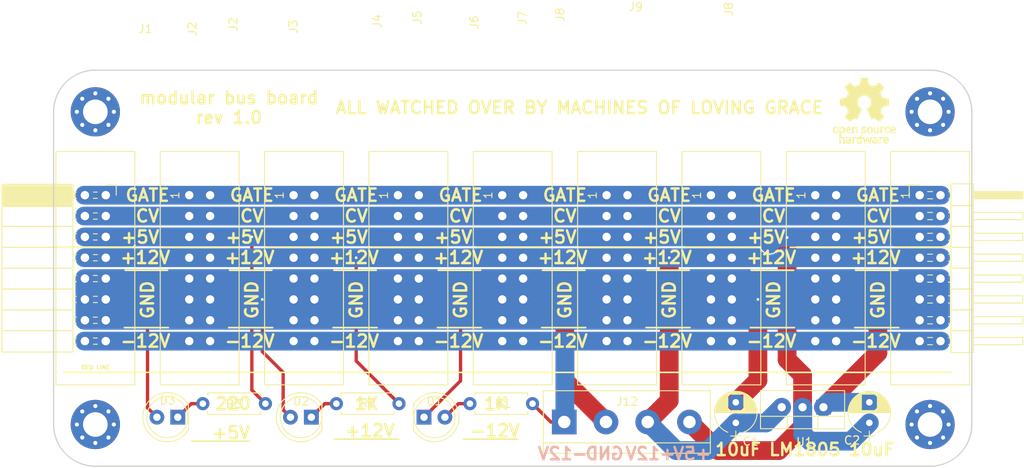
<source format=kicad_pcb>
(kicad_pcb (version 4) (host pcbnew 4.0.6)

  (general
    (links 190)
    (no_connects 0)
    (area 59.362599 52.3364 184.327401 109.6126)
    (thickness 1.6002)
    (drawings 102)
    (tracks 63)
    (zones 0)
    (modules 26)
    (nets 10)
  )

  (page A4)
  (layers
    (0 Top signal)
    (31 Bottom signal)
    (33 F.Adhes user)
    (34 B.Paste user)
    (35 F.Paste user)
    (36 B.SilkS user)
    (37 F.SilkS user)
    (38 B.Mask user)
    (39 F.Mask user)
    (40 Dwgs.User user)
    (41 Cmts.User user)
    (42 Eco1.User user)
    (43 Eco2.User user)
    (44 Edge.Cuts user)
    (45 Margin user)
    (47 F.CrtYd user)
    (49 F.Fab user)
  )

  (setup
    (last_trace_width 2.286)
    (user_trace_width 0.4064)
    (user_trace_width 2.286)
    (trace_clearance 0.1524)
    (zone_clearance 0)
    (zone_45_only yes)
    (trace_min 0.1524)
    (segment_width 0.2)
    (edge_width 0.15)
    (via_size 0.6858)
    (via_drill 0.3302)
    (via_min_size 0.6858)
    (via_min_drill 0.3302)
    (uvia_size 0.762)
    (uvia_drill 0.508)
    (uvias_allowed no)
    (uvia_min_size 0)
    (uvia_min_drill 0)
    (pcb_text_width 0.3)
    (pcb_text_size 1.5 1.5)
    (mod_edge_width 0.15)
    (mod_text_size 1 1)
    (mod_text_width 0.15)
    (pad_size 1.524 1.524)
    (pad_drill 0.762)
    (pad_to_mask_clearance 0.2)
    (aux_axis_origin 0 0)
    (visible_elements FFFCDF7F)
    (pcbplotparams
      (layerselection 0x010f0_80000001)
      (usegerberextensions false)
      (excludeedgelayer true)
      (linewidth 0.100000)
      (plotframeref false)
      (viasonmask false)
      (mode 1)
      (useauxorigin false)
      (hpglpennumber 1)
      (hpglpenspeed 20)
      (hpglpendiameter 15)
      (hpglpenoverlay 2)
      (psnegative false)
      (psa4output false)
      (plotreference false)
      (plotvalue false)
      (plotinvisibletext false)
      (padsonsilk false)
      (subtractmaskfromsilk false)
      (outputformat 1)
      (mirror false)
      (drillshape 0)
      (scaleselection 1)
      (outputdirectory ""))
  )

  (net 0 "")
  (net 1 GATE)
  (net 2 CV)
  (net 3 +5V)
  (net 4 +12V)
  (net 5 GND)
  (net 6 -12V)
  (net 7 "Net-(D1-Pad2)")
  (net 8 "Net-(D2-Pad1)")
  (net 9 "Net-(D3-Pad1)")

  (net_class Default "This is the default net class."
    (clearance 0.1524)
    (trace_width 0.1524)
    (via_dia 0.6858)
    (via_drill 0.3302)
    (uvia_dia 0.762)
    (uvia_drill 0.508)
    (add_net "Net-(D1-Pad2)")
    (add_net "Net-(D2-Pad1)")
    (add_net "Net-(D3-Pad1)")
  )

  (net_class Power ""
    (clearance 0.1524)
    (trace_width 2.286)
    (via_dia 0.6858)
    (via_drill 0.3302)
    (uvia_dia 0.762)
    (uvia_drill 0.508)
    (add_net +12V)
    (add_net +5V)
    (add_net -12V)
    (add_net CV)
    (add_net GATE)
    (add_net GND)
  )

  (module Connectors:IDC_Header_Straight_16pins (layer Top) (tedit 59532960) (tstamp 5950979B)
    (at 69.85 76.2 270)
    (descr "16 pins through hole IDC header")
    (tags "IDC header socket VASCH")
    (path /593F4050)
    (fp_text reference J2 (at -20.2692 -13.081 270) (layer F.SilkS)
      (effects (font (size 1 1) (thickness 0.15)))
    )
    (fp_text value CONN_02X08 (at 8.89 5.223 270) (layer F.Fab)
      (effects (font (size 1 1) (thickness 0.15)))
    )
    (fp_line (start -5.08 -5.82) (end 22.86 -5.82) (layer F.Fab) (width 0.1))
    (fp_line (start -4.54 -5.27) (end 22.3 -5.27) (layer F.Fab) (width 0.1))
    (fp_line (start -5.08 3.28) (end 22.86 3.28) (layer F.Fab) (width 0.1))
    (fp_line (start -4.54 2.73) (end 6.64 2.73) (layer F.Fab) (width 0.1))
    (fp_line (start 11.14 2.73) (end 22.3 2.73) (layer F.Fab) (width 0.1))
    (fp_line (start 6.64 2.73) (end 6.64 3.28) (layer F.Fab) (width 0.1))
    (fp_line (start 11.14 2.73) (end 11.14 3.28) (layer F.Fab) (width 0.1))
    (fp_line (start -5.08 -5.82) (end -5.08 3.28) (layer F.Fab) (width 0.1))
    (fp_line (start -4.54 -5.27) (end -4.54 2.73) (layer F.Fab) (width 0.1))
    (fp_line (start 22.86 -5.82) (end 22.86 3.28) (layer F.Fab) (width 0.1))
    (fp_line (start 22.3 -5.27) (end 22.3 2.73) (layer F.Fab) (width 0.1))
    (fp_line (start -5.08 -5.82) (end -4.54 -5.27) (layer F.Fab) (width 0.1))
    (fp_line (start 22.86 -5.82) (end 22.3 -5.27) (layer F.Fab) (width 0.1))
    (fp_line (start -5.08 3.28) (end -4.54 2.73) (layer F.Fab) (width 0.1))
    (fp_line (start 22.86 3.28) (end 22.3 2.73) (layer F.Fab) (width 0.1))
    (fp_line (start -5.58 -6.32) (end 23.36 -6.32) (layer F.CrtYd) (width 0.05))
    (fp_line (start 23.36 -6.32) (end 23.36 3.78) (layer F.CrtYd) (width 0.05))
    (fp_line (start 23.36 3.78) (end -5.58 3.78) (layer F.CrtYd) (width 0.05))
    (fp_line (start -5.58 3.78) (end -5.58 -6.32) (layer F.CrtYd) (width 0.05))
    (fp_text user 1 (at 0.02 1.72 270) (layer F.SilkS)
      (effects (font (size 1 1) (thickness 0.12)))
    )
    (fp_line (start -5.33 -6.07) (end 23.11 -6.07) (layer F.SilkS) (width 0.12))
    (fp_line (start 23.11 -6.07) (end 23.11 3.53) (layer F.SilkS) (width 0.12))
    (fp_line (start 23.11 3.53) (end -5.33 3.53) (layer F.SilkS) (width 0.12))
    (fp_line (start -5.33 3.53) (end -5.33 -6.07) (layer F.SilkS) (width 0.12))
    (pad 1 thru_hole rect (at 0 0 270) (size 1.7272 1.7272) (drill 1.016) (layers *.Cu *.Mask)
      (net 1 GATE))
    (pad 2 thru_hole oval (at 0 -2.54 270) (size 1.7272 1.7272) (drill 1.016) (layers *.Cu *.Mask)
      (net 1 GATE))
    (pad 3 thru_hole oval (at 2.54 0 270) (size 1.7272 1.7272) (drill 1.016) (layers *.Cu *.Mask)
      (net 2 CV))
    (pad 4 thru_hole oval (at 2.54 -2.54 270) (size 1.7272 1.7272) (drill 1.016) (layers *.Cu *.Mask)
      (net 2 CV))
    (pad 5 thru_hole oval (at 5.08 0 270) (size 1.7272 1.7272) (drill 1.016) (layers *.Cu *.Mask)
      (net 3 +5V))
    (pad 6 thru_hole oval (at 5.08 -2.54 270) (size 1.7272 1.7272) (drill 1.016) (layers *.Cu *.Mask)
      (net 3 +5V))
    (pad 7 thru_hole oval (at 7.62 0 270) (size 1.7272 1.7272) (drill 1.016) (layers *.Cu *.Mask)
      (net 4 +12V))
    (pad 8 thru_hole oval (at 7.62 -2.54 270) (size 1.7272 1.7272) (drill 1.016) (layers *.Cu *.Mask)
      (net 4 +12V))
    (pad 9 thru_hole oval (at 10.16 0 270) (size 1.7272 1.7272) (drill 1.016) (layers *.Cu *.Mask)
      (net 5 GND))
    (pad 10 thru_hole oval (at 10.16 -2.54 270) (size 1.7272 1.7272) (drill 1.016) (layers *.Cu *.Mask)
      (net 5 GND))
    (pad 11 thru_hole oval (at 12.7 0 270) (size 1.7272 1.7272) (drill 1.016) (layers *.Cu *.Mask)
      (net 5 GND))
    (pad 12 thru_hole oval (at 12.7 -2.54 270) (size 1.7272 1.7272) (drill 1.016) (layers *.Cu *.Mask)
      (net 5 GND))
    (pad 13 thru_hole oval (at 15.24 0 270) (size 1.7272 1.7272) (drill 1.016) (layers *.Cu *.Mask)
      (net 5 GND))
    (pad 14 thru_hole oval (at 15.24 -2.54 270) (size 1.7272 1.7272) (drill 1.016) (layers *.Cu *.Mask)
      (net 5 GND))
    (pad 15 thru_hole oval (at 17.78 0 270) (size 1.7272 1.7272) (drill 1.016) (layers *.Cu *.Mask)
      (net 6 -12V))
    (pad 16 thru_hole oval (at 17.78 -2.54 270) (size 1.7272 1.7272) (drill 1.016) (layers *.Cu *.Mask)
      (net 6 -12V))
  )

  (module Connectors:IDC_Header_Straight_16pins (layer Top) (tedit 5953299C) (tstamp 59509770)
    (at 171.45 76.2 270)
    (descr "16 pins through hole IDC header")
    (tags "IDC header socket VASCH")
    (path /593F4CA4)
    (fp_text reference J8 (at -22.6822 23.241 270) (layer F.SilkS)
      (effects (font (size 1 1) (thickness 0.15)))
    )
    (fp_text value CONN_02X08 (at 8.89 5.223 270) (layer F.Fab)
      (effects (font (size 1 1) (thickness 0.15)))
    )
    (fp_line (start -5.08 -5.82) (end 22.86 -5.82) (layer F.Fab) (width 0.1))
    (fp_line (start -4.54 -5.27) (end 22.3 -5.27) (layer F.Fab) (width 0.1))
    (fp_line (start -5.08 3.28) (end 22.86 3.28) (layer F.Fab) (width 0.1))
    (fp_line (start -4.54 2.73) (end 6.64 2.73) (layer F.Fab) (width 0.1))
    (fp_line (start 11.14 2.73) (end 22.3 2.73) (layer F.Fab) (width 0.1))
    (fp_line (start 6.64 2.73) (end 6.64 3.28) (layer F.Fab) (width 0.1))
    (fp_line (start 11.14 2.73) (end 11.14 3.28) (layer F.Fab) (width 0.1))
    (fp_line (start -5.08 -5.82) (end -5.08 3.28) (layer F.Fab) (width 0.1))
    (fp_line (start -4.54 -5.27) (end -4.54 2.73) (layer F.Fab) (width 0.1))
    (fp_line (start 22.86 -5.82) (end 22.86 3.28) (layer F.Fab) (width 0.1))
    (fp_line (start 22.3 -5.27) (end 22.3 2.73) (layer F.Fab) (width 0.1))
    (fp_line (start -5.08 -5.82) (end -4.54 -5.27) (layer F.Fab) (width 0.1))
    (fp_line (start 22.86 -5.82) (end 22.3 -5.27) (layer F.Fab) (width 0.1))
    (fp_line (start -5.08 3.28) (end -4.54 2.73) (layer F.Fab) (width 0.1))
    (fp_line (start 22.86 3.28) (end 22.3 2.73) (layer F.Fab) (width 0.1))
    (fp_line (start -5.58 -6.32) (end 23.36 -6.32) (layer F.CrtYd) (width 0.05))
    (fp_line (start 23.36 -6.32) (end 23.36 3.78) (layer F.CrtYd) (width 0.05))
    (fp_line (start 23.36 3.78) (end -5.58 3.78) (layer F.CrtYd) (width 0.05))
    (fp_line (start -5.58 3.78) (end -5.58 -6.32) (layer F.CrtYd) (width 0.05))
    (fp_text user 1 (at 0.02 1.72 270) (layer F.SilkS)
      (effects (font (size 1 1) (thickness 0.12)))
    )
    (fp_line (start -5.33 -6.07) (end 23.11 -6.07) (layer F.SilkS) (width 0.12))
    (fp_line (start 23.11 -6.07) (end 23.11 3.53) (layer F.SilkS) (width 0.12))
    (fp_line (start 23.11 3.53) (end -5.33 3.53) (layer F.SilkS) (width 0.12))
    (fp_line (start -5.33 3.53) (end -5.33 -6.07) (layer F.SilkS) (width 0.12))
    (pad 1 thru_hole rect (at 0 0 270) (size 1.7272 1.7272) (drill 1.016) (layers *.Cu *.Mask)
      (net 1 GATE))
    (pad 2 thru_hole oval (at 0 -2.54 270) (size 1.7272 1.7272) (drill 1.016) (layers *.Cu *.Mask)
      (net 1 GATE))
    (pad 3 thru_hole oval (at 2.54 0 270) (size 1.7272 1.7272) (drill 1.016) (layers *.Cu *.Mask)
      (net 2 CV))
    (pad 4 thru_hole oval (at 2.54 -2.54 270) (size 1.7272 1.7272) (drill 1.016) (layers *.Cu *.Mask)
      (net 2 CV))
    (pad 5 thru_hole oval (at 5.08 0 270) (size 1.7272 1.7272) (drill 1.016) (layers *.Cu *.Mask)
      (net 3 +5V))
    (pad 6 thru_hole oval (at 5.08 -2.54 270) (size 1.7272 1.7272) (drill 1.016) (layers *.Cu *.Mask)
      (net 3 +5V))
    (pad 7 thru_hole oval (at 7.62 0 270) (size 1.7272 1.7272) (drill 1.016) (layers *.Cu *.Mask)
      (net 4 +12V))
    (pad 8 thru_hole oval (at 7.62 -2.54 270) (size 1.7272 1.7272) (drill 1.016) (layers *.Cu *.Mask)
      (net 4 +12V))
    (pad 9 thru_hole oval (at 10.16 0 270) (size 1.7272 1.7272) (drill 1.016) (layers *.Cu *.Mask)
      (net 5 GND))
    (pad 10 thru_hole oval (at 10.16 -2.54 270) (size 1.7272 1.7272) (drill 1.016) (layers *.Cu *.Mask)
      (net 5 GND))
    (pad 11 thru_hole oval (at 12.7 0 270) (size 1.7272 1.7272) (drill 1.016) (layers *.Cu *.Mask)
      (net 5 GND))
    (pad 12 thru_hole oval (at 12.7 -2.54 270) (size 1.7272 1.7272) (drill 1.016) (layers *.Cu *.Mask)
      (net 5 GND))
    (pad 13 thru_hole oval (at 15.24 0 270) (size 1.7272 1.7272) (drill 1.016) (layers *.Cu *.Mask)
      (net 5 GND))
    (pad 14 thru_hole oval (at 15.24 -2.54 270) (size 1.7272 1.7272) (drill 1.016) (layers *.Cu *.Mask)
      (net 5 GND))
    (pad 15 thru_hole oval (at 17.78 0 270) (size 1.7272 1.7272) (drill 1.016) (layers *.Cu *.Mask)
      (net 6 -12V))
    (pad 16 thru_hole oval (at 17.78 -2.54 270) (size 1.7272 1.7272) (drill 1.016) (layers *.Cu *.Mask)
      (net 6 -12V))
  )

  (module Connectors:IDC_Header_Straight_16pins (layer Top) (tedit 59532968) (tstamp 596252D9)
    (at 120.65 76.2 270)
    (descr "16 pins through hole IDC header")
    (tags "IDC header socket VASCH")
    (path /593F471C)
    (fp_text reference J5 (at -21.6662 10.3378 270) (layer F.SilkS)
      (effects (font (size 1 1) (thickness 0.15)))
    )
    (fp_text value CONN_02X08 (at 8.89 5.223 270) (layer F.Fab)
      (effects (font (size 1 1) (thickness 0.15)))
    )
    (fp_line (start -5.08 -5.82) (end 22.86 -5.82) (layer F.Fab) (width 0.1))
    (fp_line (start -4.54 -5.27) (end 22.3 -5.27) (layer F.Fab) (width 0.1))
    (fp_line (start -5.08 3.28) (end 22.86 3.28) (layer F.Fab) (width 0.1))
    (fp_line (start -4.54 2.73) (end 6.64 2.73) (layer F.Fab) (width 0.1))
    (fp_line (start 11.14 2.73) (end 22.3 2.73) (layer F.Fab) (width 0.1))
    (fp_line (start 6.64 2.73) (end 6.64 3.28) (layer F.Fab) (width 0.1))
    (fp_line (start 11.14 2.73) (end 11.14 3.28) (layer F.Fab) (width 0.1))
    (fp_line (start -5.08 -5.82) (end -5.08 3.28) (layer F.Fab) (width 0.1))
    (fp_line (start -4.54 -5.27) (end -4.54 2.73) (layer F.Fab) (width 0.1))
    (fp_line (start 22.86 -5.82) (end 22.86 3.28) (layer F.Fab) (width 0.1))
    (fp_line (start 22.3 -5.27) (end 22.3 2.73) (layer F.Fab) (width 0.1))
    (fp_line (start -5.08 -5.82) (end -4.54 -5.27) (layer F.Fab) (width 0.1))
    (fp_line (start 22.86 -5.82) (end 22.3 -5.27) (layer F.Fab) (width 0.1))
    (fp_line (start -5.08 3.28) (end -4.54 2.73) (layer F.Fab) (width 0.1))
    (fp_line (start 22.86 3.28) (end 22.3 2.73) (layer F.Fab) (width 0.1))
    (fp_line (start -5.58 -6.32) (end 23.36 -6.32) (layer F.CrtYd) (width 0.05))
    (fp_line (start 23.36 -6.32) (end 23.36 3.78) (layer F.CrtYd) (width 0.05))
    (fp_line (start 23.36 3.78) (end -5.58 3.78) (layer F.CrtYd) (width 0.05))
    (fp_line (start -5.58 3.78) (end -5.58 -6.32) (layer F.CrtYd) (width 0.05))
    (fp_text user 1 (at 0.02 1.72 270) (layer F.SilkS)
      (effects (font (size 1 1) (thickness 0.12)))
    )
    (fp_line (start -5.33 -6.07) (end 23.11 -6.07) (layer F.SilkS) (width 0.12))
    (fp_line (start 23.11 -6.07) (end 23.11 3.53) (layer F.SilkS) (width 0.12))
    (fp_line (start 23.11 3.53) (end -5.33 3.53) (layer F.SilkS) (width 0.12))
    (fp_line (start -5.33 3.53) (end -5.33 -6.07) (layer F.SilkS) (width 0.12))
    (pad 1 thru_hole rect (at 0 0 270) (size 1.7272 1.7272) (drill 1.016) (layers *.Cu *.Mask)
      (net 1 GATE))
    (pad 2 thru_hole oval (at 0 -2.54 270) (size 1.7272 1.7272) (drill 1.016) (layers *.Cu *.Mask)
      (net 1 GATE))
    (pad 3 thru_hole oval (at 2.54 0 270) (size 1.7272 1.7272) (drill 1.016) (layers *.Cu *.Mask)
      (net 2 CV))
    (pad 4 thru_hole oval (at 2.54 -2.54 270) (size 1.7272 1.7272) (drill 1.016) (layers *.Cu *.Mask)
      (net 2 CV))
    (pad 5 thru_hole oval (at 5.08 0 270) (size 1.7272 1.7272) (drill 1.016) (layers *.Cu *.Mask)
      (net 3 +5V))
    (pad 6 thru_hole oval (at 5.08 -2.54 270) (size 1.7272 1.7272) (drill 1.016) (layers *.Cu *.Mask)
      (net 3 +5V))
    (pad 7 thru_hole oval (at 7.62 0 270) (size 1.7272 1.7272) (drill 1.016) (layers *.Cu *.Mask)
      (net 4 +12V))
    (pad 8 thru_hole oval (at 7.62 -2.54 270) (size 1.7272 1.7272) (drill 1.016) (layers *.Cu *.Mask)
      (net 4 +12V))
    (pad 9 thru_hole oval (at 10.16 0 270) (size 1.7272 1.7272) (drill 1.016) (layers *.Cu *.Mask)
      (net 5 GND))
    (pad 10 thru_hole oval (at 10.16 -2.54 270) (size 1.7272 1.7272) (drill 1.016) (layers *.Cu *.Mask)
      (net 5 GND))
    (pad 11 thru_hole oval (at 12.7 0 270) (size 1.7272 1.7272) (drill 1.016) (layers *.Cu *.Mask)
      (net 5 GND))
    (pad 12 thru_hole oval (at 12.7 -2.54 270) (size 1.7272 1.7272) (drill 1.016) (layers *.Cu *.Mask)
      (net 5 GND))
    (pad 13 thru_hole oval (at 15.24 0 270) (size 1.7272 1.7272) (drill 1.016) (layers *.Cu *.Mask)
      (net 5 GND))
    (pad 14 thru_hole oval (at 15.24 -2.54 270) (size 1.7272 1.7272) (drill 1.016) (layers *.Cu *.Mask)
      (net 5 GND))
    (pad 15 thru_hole oval (at 17.78 0 270) (size 1.7272 1.7272) (drill 1.016) (layers *.Cu *.Mask)
      (net 6 -12V))
    (pad 16 thru_hole oval (at 17.78 -2.54 270) (size 1.7272 1.7272) (drill 1.016) (layers *.Cu *.Mask)
      (net 6 -12V))
  )

  (module Connectors:IDC_Header_Straight_16pins (layer Top) (tedit 5953296C) (tstamp 59625305)
    (at 133.35 76.2 270)
    (descr "16 pins through hole IDC header")
    (tags "IDC header socket VASCH")
    (path /593F476C)
    (fp_text reference J6 (at -21.0566 16.1036 270) (layer F.SilkS)
      (effects (font (size 1 1) (thickness 0.15)))
    )
    (fp_text value CONN_02X08 (at 8.89 5.223 270) (layer F.Fab)
      (effects (font (size 1 1) (thickness 0.15)))
    )
    (fp_line (start -5.08 -5.82) (end 22.86 -5.82) (layer F.Fab) (width 0.1))
    (fp_line (start -4.54 -5.27) (end 22.3 -5.27) (layer F.Fab) (width 0.1))
    (fp_line (start -5.08 3.28) (end 22.86 3.28) (layer F.Fab) (width 0.1))
    (fp_line (start -4.54 2.73) (end 6.64 2.73) (layer F.Fab) (width 0.1))
    (fp_line (start 11.14 2.73) (end 22.3 2.73) (layer F.Fab) (width 0.1))
    (fp_line (start 6.64 2.73) (end 6.64 3.28) (layer F.Fab) (width 0.1))
    (fp_line (start 11.14 2.73) (end 11.14 3.28) (layer F.Fab) (width 0.1))
    (fp_line (start -5.08 -5.82) (end -5.08 3.28) (layer F.Fab) (width 0.1))
    (fp_line (start -4.54 -5.27) (end -4.54 2.73) (layer F.Fab) (width 0.1))
    (fp_line (start 22.86 -5.82) (end 22.86 3.28) (layer F.Fab) (width 0.1))
    (fp_line (start 22.3 -5.27) (end 22.3 2.73) (layer F.Fab) (width 0.1))
    (fp_line (start -5.08 -5.82) (end -4.54 -5.27) (layer F.Fab) (width 0.1))
    (fp_line (start 22.86 -5.82) (end 22.3 -5.27) (layer F.Fab) (width 0.1))
    (fp_line (start -5.08 3.28) (end -4.54 2.73) (layer F.Fab) (width 0.1))
    (fp_line (start 22.86 3.28) (end 22.3 2.73) (layer F.Fab) (width 0.1))
    (fp_line (start -5.58 -6.32) (end 23.36 -6.32) (layer F.CrtYd) (width 0.05))
    (fp_line (start 23.36 -6.32) (end 23.36 3.78) (layer F.CrtYd) (width 0.05))
    (fp_line (start 23.36 3.78) (end -5.58 3.78) (layer F.CrtYd) (width 0.05))
    (fp_line (start -5.58 3.78) (end -5.58 -6.32) (layer F.CrtYd) (width 0.05))
    (fp_text user 1 (at 0.02 1.72 270) (layer F.SilkS)
      (effects (font (size 1 1) (thickness 0.12)))
    )
    (fp_line (start -5.33 -6.07) (end 23.11 -6.07) (layer F.SilkS) (width 0.12))
    (fp_line (start 23.11 -6.07) (end 23.11 3.53) (layer F.SilkS) (width 0.12))
    (fp_line (start 23.11 3.53) (end -5.33 3.53) (layer F.SilkS) (width 0.12))
    (fp_line (start -5.33 3.53) (end -5.33 -6.07) (layer F.SilkS) (width 0.12))
    (pad 1 thru_hole rect (at 0 0 270) (size 1.7272 1.7272) (drill 1.016) (layers *.Cu *.Mask)
      (net 1 GATE))
    (pad 2 thru_hole oval (at 0 -2.54 270) (size 1.7272 1.7272) (drill 1.016) (layers *.Cu *.Mask)
      (net 1 GATE))
    (pad 3 thru_hole oval (at 2.54 0 270) (size 1.7272 1.7272) (drill 1.016) (layers *.Cu *.Mask)
      (net 2 CV))
    (pad 4 thru_hole oval (at 2.54 -2.54 270) (size 1.7272 1.7272) (drill 1.016) (layers *.Cu *.Mask)
      (net 2 CV))
    (pad 5 thru_hole oval (at 5.08 0 270) (size 1.7272 1.7272) (drill 1.016) (layers *.Cu *.Mask)
      (net 3 +5V))
    (pad 6 thru_hole oval (at 5.08 -2.54 270) (size 1.7272 1.7272) (drill 1.016) (layers *.Cu *.Mask)
      (net 3 +5V))
    (pad 7 thru_hole oval (at 7.62 0 270) (size 1.7272 1.7272) (drill 1.016) (layers *.Cu *.Mask)
      (net 4 +12V))
    (pad 8 thru_hole oval (at 7.62 -2.54 270) (size 1.7272 1.7272) (drill 1.016) (layers *.Cu *.Mask)
      (net 4 +12V))
    (pad 9 thru_hole oval (at 10.16 0 270) (size 1.7272 1.7272) (drill 1.016) (layers *.Cu *.Mask)
      (net 5 GND))
    (pad 10 thru_hole oval (at 10.16 -2.54 270) (size 1.7272 1.7272) (drill 1.016) (layers *.Cu *.Mask)
      (net 5 GND))
    (pad 11 thru_hole oval (at 12.7 0 270) (size 1.7272 1.7272) (drill 1.016) (layers *.Cu *.Mask)
      (net 5 GND))
    (pad 12 thru_hole oval (at 12.7 -2.54 270) (size 1.7272 1.7272) (drill 1.016) (layers *.Cu *.Mask)
      (net 5 GND))
    (pad 13 thru_hole oval (at 15.24 0 270) (size 1.7272 1.7272) (drill 1.016) (layers *.Cu *.Mask)
      (net 5 GND))
    (pad 14 thru_hole oval (at 15.24 -2.54 270) (size 1.7272 1.7272) (drill 1.016) (layers *.Cu *.Mask)
      (net 5 GND))
    (pad 15 thru_hole oval (at 17.78 0 270) (size 1.7272 1.7272) (drill 1.016) (layers *.Cu *.Mask)
      (net 6 -12V))
    (pad 16 thru_hole oval (at 17.78 -2.54 270) (size 1.7272 1.7272) (drill 1.016) (layers *.Cu *.Mask)
      (net 6 -12V))
  )

  (module Connectors:IDC_Header_Straight_16pins (layer Top) (tedit 5953296E) (tstamp 59625331)
    (at 146.05 76.2 270)
    (descr "16 pins through hole IDC header")
    (tags "IDC header socket VASCH")
    (path /593F4C54)
    (fp_text reference J7 (at -21.6154 22.9362 270) (layer F.SilkS)
      (effects (font (size 1 1) (thickness 0.15)))
    )
    (fp_text value CONN_02X08 (at 8.89 5.223 270) (layer F.Fab)
      (effects (font (size 1 1) (thickness 0.15)))
    )
    (fp_line (start -5.08 -5.82) (end 22.86 -5.82) (layer F.Fab) (width 0.1))
    (fp_line (start -4.54 -5.27) (end 22.3 -5.27) (layer F.Fab) (width 0.1))
    (fp_line (start -5.08 3.28) (end 22.86 3.28) (layer F.Fab) (width 0.1))
    (fp_line (start -4.54 2.73) (end 6.64 2.73) (layer F.Fab) (width 0.1))
    (fp_line (start 11.14 2.73) (end 22.3 2.73) (layer F.Fab) (width 0.1))
    (fp_line (start 6.64 2.73) (end 6.64 3.28) (layer F.Fab) (width 0.1))
    (fp_line (start 11.14 2.73) (end 11.14 3.28) (layer F.Fab) (width 0.1))
    (fp_line (start -5.08 -5.82) (end -5.08 3.28) (layer F.Fab) (width 0.1))
    (fp_line (start -4.54 -5.27) (end -4.54 2.73) (layer F.Fab) (width 0.1))
    (fp_line (start 22.86 -5.82) (end 22.86 3.28) (layer F.Fab) (width 0.1))
    (fp_line (start 22.3 -5.27) (end 22.3 2.73) (layer F.Fab) (width 0.1))
    (fp_line (start -5.08 -5.82) (end -4.54 -5.27) (layer F.Fab) (width 0.1))
    (fp_line (start 22.86 -5.82) (end 22.3 -5.27) (layer F.Fab) (width 0.1))
    (fp_line (start -5.08 3.28) (end -4.54 2.73) (layer F.Fab) (width 0.1))
    (fp_line (start 22.86 3.28) (end 22.3 2.73) (layer F.Fab) (width 0.1))
    (fp_line (start -5.58 -6.32) (end 23.36 -6.32) (layer F.CrtYd) (width 0.05))
    (fp_line (start 23.36 -6.32) (end 23.36 3.78) (layer F.CrtYd) (width 0.05))
    (fp_line (start 23.36 3.78) (end -5.58 3.78) (layer F.CrtYd) (width 0.05))
    (fp_line (start -5.58 3.78) (end -5.58 -6.32) (layer F.CrtYd) (width 0.05))
    (fp_text user 1 (at 0.02 1.72 270) (layer F.SilkS)
      (effects (font (size 1 1) (thickness 0.12)))
    )
    (fp_line (start -5.33 -6.07) (end 23.11 -6.07) (layer F.SilkS) (width 0.12))
    (fp_line (start 23.11 -6.07) (end 23.11 3.53) (layer F.SilkS) (width 0.12))
    (fp_line (start 23.11 3.53) (end -5.33 3.53) (layer F.SilkS) (width 0.12))
    (fp_line (start -5.33 3.53) (end -5.33 -6.07) (layer F.SilkS) (width 0.12))
    (pad 1 thru_hole rect (at 0 0 270) (size 1.7272 1.7272) (drill 1.016) (layers *.Cu *.Mask)
      (net 1 GATE))
    (pad 2 thru_hole oval (at 0 -2.54 270) (size 1.7272 1.7272) (drill 1.016) (layers *.Cu *.Mask)
      (net 1 GATE))
    (pad 3 thru_hole oval (at 2.54 0 270) (size 1.7272 1.7272) (drill 1.016) (layers *.Cu *.Mask)
      (net 2 CV))
    (pad 4 thru_hole oval (at 2.54 -2.54 270) (size 1.7272 1.7272) (drill 1.016) (layers *.Cu *.Mask)
      (net 2 CV))
    (pad 5 thru_hole oval (at 5.08 0 270) (size 1.7272 1.7272) (drill 1.016) (layers *.Cu *.Mask)
      (net 3 +5V))
    (pad 6 thru_hole oval (at 5.08 -2.54 270) (size 1.7272 1.7272) (drill 1.016) (layers *.Cu *.Mask)
      (net 3 +5V))
    (pad 7 thru_hole oval (at 7.62 0 270) (size 1.7272 1.7272) (drill 1.016) (layers *.Cu *.Mask)
      (net 4 +12V))
    (pad 8 thru_hole oval (at 7.62 -2.54 270) (size 1.7272 1.7272) (drill 1.016) (layers *.Cu *.Mask)
      (net 4 +12V))
    (pad 9 thru_hole oval (at 10.16 0 270) (size 1.7272 1.7272) (drill 1.016) (layers *.Cu *.Mask)
      (net 5 GND))
    (pad 10 thru_hole oval (at 10.16 -2.54 270) (size 1.7272 1.7272) (drill 1.016) (layers *.Cu *.Mask)
      (net 5 GND))
    (pad 11 thru_hole oval (at 12.7 0 270) (size 1.7272 1.7272) (drill 1.016) (layers *.Cu *.Mask)
      (net 5 GND))
    (pad 12 thru_hole oval (at 12.7 -2.54 270) (size 1.7272 1.7272) (drill 1.016) (layers *.Cu *.Mask)
      (net 5 GND))
    (pad 13 thru_hole oval (at 15.24 0 270) (size 1.7272 1.7272) (drill 1.016) (layers *.Cu *.Mask)
      (net 5 GND))
    (pad 14 thru_hole oval (at 15.24 -2.54 270) (size 1.7272 1.7272) (drill 1.016) (layers *.Cu *.Mask)
      (net 5 GND))
    (pad 15 thru_hole oval (at 17.78 0 270) (size 1.7272 1.7272) (drill 1.016) (layers *.Cu *.Mask)
      (net 6 -12V))
    (pad 16 thru_hole oval (at 17.78 -2.54 270) (size 1.7272 1.7272) (drill 1.016) (layers *.Cu *.Mask)
      (net 6 -12V))
  )

  (module Connectors:IDC_Header_Straight_16pins (layer Top) (tedit 59532971) (tstamp 5962535D)
    (at 158.75 76.2 270)
    (descr "16 pins through hole IDC header")
    (tags "IDC header socket VASCH")
    (path /593F4CA4)
    (fp_text reference J8 (at -21.9964 31.0642 270) (layer F.SilkS)
      (effects (font (size 1 1) (thickness 0.15)))
    )
    (fp_text value CONN_02X08 (at 8.89 5.223 270) (layer F.Fab)
      (effects (font (size 1 1) (thickness 0.15)))
    )
    (fp_line (start -5.08 -5.82) (end 22.86 -5.82) (layer F.Fab) (width 0.1))
    (fp_line (start -4.54 -5.27) (end 22.3 -5.27) (layer F.Fab) (width 0.1))
    (fp_line (start -5.08 3.28) (end 22.86 3.28) (layer F.Fab) (width 0.1))
    (fp_line (start -4.54 2.73) (end 6.64 2.73) (layer F.Fab) (width 0.1))
    (fp_line (start 11.14 2.73) (end 22.3 2.73) (layer F.Fab) (width 0.1))
    (fp_line (start 6.64 2.73) (end 6.64 3.28) (layer F.Fab) (width 0.1))
    (fp_line (start 11.14 2.73) (end 11.14 3.28) (layer F.Fab) (width 0.1))
    (fp_line (start -5.08 -5.82) (end -5.08 3.28) (layer F.Fab) (width 0.1))
    (fp_line (start -4.54 -5.27) (end -4.54 2.73) (layer F.Fab) (width 0.1))
    (fp_line (start 22.86 -5.82) (end 22.86 3.28) (layer F.Fab) (width 0.1))
    (fp_line (start 22.3 -5.27) (end 22.3 2.73) (layer F.Fab) (width 0.1))
    (fp_line (start -5.08 -5.82) (end -4.54 -5.27) (layer F.Fab) (width 0.1))
    (fp_line (start 22.86 -5.82) (end 22.3 -5.27) (layer F.Fab) (width 0.1))
    (fp_line (start -5.08 3.28) (end -4.54 2.73) (layer F.Fab) (width 0.1))
    (fp_line (start 22.86 3.28) (end 22.3 2.73) (layer F.Fab) (width 0.1))
    (fp_line (start -5.58 -6.32) (end 23.36 -6.32) (layer F.CrtYd) (width 0.05))
    (fp_line (start 23.36 -6.32) (end 23.36 3.78) (layer F.CrtYd) (width 0.05))
    (fp_line (start 23.36 3.78) (end -5.58 3.78) (layer F.CrtYd) (width 0.05))
    (fp_line (start -5.58 3.78) (end -5.58 -6.32) (layer F.CrtYd) (width 0.05))
    (fp_text user 1 (at 0.02 1.72 270) (layer F.SilkS)
      (effects (font (size 1 1) (thickness 0.12)))
    )
    (fp_line (start -5.33 -6.07) (end 23.11 -6.07) (layer F.SilkS) (width 0.12))
    (fp_line (start 23.11 -6.07) (end 23.11 3.53) (layer F.SilkS) (width 0.12))
    (fp_line (start 23.11 3.53) (end -5.33 3.53) (layer F.SilkS) (width 0.12))
    (fp_line (start -5.33 3.53) (end -5.33 -6.07) (layer F.SilkS) (width 0.12))
    (pad 1 thru_hole rect (at 0 0 270) (size 1.7272 1.7272) (drill 1.016) (layers *.Cu *.Mask)
      (net 1 GATE))
    (pad 2 thru_hole oval (at 0 -2.54 270) (size 1.7272 1.7272) (drill 1.016) (layers *.Cu *.Mask)
      (net 1 GATE))
    (pad 3 thru_hole oval (at 2.54 0 270) (size 1.7272 1.7272) (drill 1.016) (layers *.Cu *.Mask)
      (net 2 CV))
    (pad 4 thru_hole oval (at 2.54 -2.54 270) (size 1.7272 1.7272) (drill 1.016) (layers *.Cu *.Mask)
      (net 2 CV))
    (pad 5 thru_hole oval (at 5.08 0 270) (size 1.7272 1.7272) (drill 1.016) (layers *.Cu *.Mask)
      (net 3 +5V))
    (pad 6 thru_hole oval (at 5.08 -2.54 270) (size 1.7272 1.7272) (drill 1.016) (layers *.Cu *.Mask)
      (net 3 +5V))
    (pad 7 thru_hole oval (at 7.62 0 270) (size 1.7272 1.7272) (drill 1.016) (layers *.Cu *.Mask)
      (net 4 +12V))
    (pad 8 thru_hole oval (at 7.62 -2.54 270) (size 1.7272 1.7272) (drill 1.016) (layers *.Cu *.Mask)
      (net 4 +12V))
    (pad 9 thru_hole oval (at 10.16 0 270) (size 1.7272 1.7272) (drill 1.016) (layers *.Cu *.Mask)
      (net 5 GND))
    (pad 10 thru_hole oval (at 10.16 -2.54 270) (size 1.7272 1.7272) (drill 1.016) (layers *.Cu *.Mask)
      (net 5 GND))
    (pad 11 thru_hole oval (at 12.7 0 270) (size 1.7272 1.7272) (drill 1.016) (layers *.Cu *.Mask)
      (net 5 GND))
    (pad 12 thru_hole oval (at 12.7 -2.54 270) (size 1.7272 1.7272) (drill 1.016) (layers *.Cu *.Mask)
      (net 5 GND))
    (pad 13 thru_hole oval (at 15.24 0 270) (size 1.7272 1.7272) (drill 1.016) (layers *.Cu *.Mask)
      (net 5 GND))
    (pad 14 thru_hole oval (at 15.24 -2.54 270) (size 1.7272 1.7272) (drill 1.016) (layers *.Cu *.Mask)
      (net 5 GND))
    (pad 15 thru_hole oval (at 17.78 0 270) (size 1.7272 1.7272) (drill 1.016) (layers *.Cu *.Mask)
      (net 6 -12V))
    (pad 16 thru_hole oval (at 17.78 -2.54 270) (size 1.7272 1.7272) (drill 1.016) (layers *.Cu *.Mask)
      (net 6 -12V))
  )

  (module Pin_Headers:Pin_Header_Angled_2x08_Pitch2.54mm (layer Top) (tedit 595329A0) (tstamp 5975D274)
    (at 171.45 76.2)
    (descr "Through hole angled pin header, 2x08, 2.54mm pitch, 6mm pin length, double rows")
    (tags "Through hole angled pin header THT 2x08 2.54mm double row")
    (path /593F4CF4)
    (fp_text reference J9 (at -34.544 -22.9362) (layer F.SilkS)
      (effects (font (size 1 1) (thickness 0.15)))
    )
    (fp_text value CONN_02X08 (at 5.585 20.05) (layer F.Fab)
      (effects (font (size 1 1) (thickness 0.15)))
    )
    (fp_line (start 3.94 -1.27) (end 3.94 1.27) (layer F.Fab) (width 0.1))
    (fp_line (start 3.94 1.27) (end 6.44 1.27) (layer F.Fab) (width 0.1))
    (fp_line (start 6.44 1.27) (end 6.44 -1.27) (layer F.Fab) (width 0.1))
    (fp_line (start 6.44 -1.27) (end 3.94 -1.27) (layer F.Fab) (width 0.1))
    (fp_line (start 0 -0.32) (end 0 0.32) (layer F.Fab) (width 0.1))
    (fp_line (start 0 0.32) (end 12.44 0.32) (layer F.Fab) (width 0.1))
    (fp_line (start 12.44 0.32) (end 12.44 -0.32) (layer F.Fab) (width 0.1))
    (fp_line (start 12.44 -0.32) (end 0 -0.32) (layer F.Fab) (width 0.1))
    (fp_line (start 3.94 1.27) (end 3.94 3.81) (layer F.Fab) (width 0.1))
    (fp_line (start 3.94 3.81) (end 6.44 3.81) (layer F.Fab) (width 0.1))
    (fp_line (start 6.44 3.81) (end 6.44 1.27) (layer F.Fab) (width 0.1))
    (fp_line (start 6.44 1.27) (end 3.94 1.27) (layer F.Fab) (width 0.1))
    (fp_line (start 0 2.22) (end 0 2.86) (layer F.Fab) (width 0.1))
    (fp_line (start 0 2.86) (end 12.44 2.86) (layer F.Fab) (width 0.1))
    (fp_line (start 12.44 2.86) (end 12.44 2.22) (layer F.Fab) (width 0.1))
    (fp_line (start 12.44 2.22) (end 0 2.22) (layer F.Fab) (width 0.1))
    (fp_line (start 3.94 3.81) (end 3.94 6.35) (layer F.Fab) (width 0.1))
    (fp_line (start 3.94 6.35) (end 6.44 6.35) (layer F.Fab) (width 0.1))
    (fp_line (start 6.44 6.35) (end 6.44 3.81) (layer F.Fab) (width 0.1))
    (fp_line (start 6.44 3.81) (end 3.94 3.81) (layer F.Fab) (width 0.1))
    (fp_line (start 0 4.76) (end 0 5.4) (layer F.Fab) (width 0.1))
    (fp_line (start 0 5.4) (end 12.44 5.4) (layer F.Fab) (width 0.1))
    (fp_line (start 12.44 5.4) (end 12.44 4.76) (layer F.Fab) (width 0.1))
    (fp_line (start 12.44 4.76) (end 0 4.76) (layer F.Fab) (width 0.1))
    (fp_line (start 3.94 6.35) (end 3.94 8.89) (layer F.Fab) (width 0.1))
    (fp_line (start 3.94 8.89) (end 6.44 8.89) (layer F.Fab) (width 0.1))
    (fp_line (start 6.44 8.89) (end 6.44 6.35) (layer F.Fab) (width 0.1))
    (fp_line (start 6.44 6.35) (end 3.94 6.35) (layer F.Fab) (width 0.1))
    (fp_line (start 0 7.3) (end 0 7.94) (layer F.Fab) (width 0.1))
    (fp_line (start 0 7.94) (end 12.44 7.94) (layer F.Fab) (width 0.1))
    (fp_line (start 12.44 7.94) (end 12.44 7.3) (layer F.Fab) (width 0.1))
    (fp_line (start 12.44 7.3) (end 0 7.3) (layer F.Fab) (width 0.1))
    (fp_line (start 3.94 8.89) (end 3.94 11.43) (layer F.Fab) (width 0.1))
    (fp_line (start 3.94 11.43) (end 6.44 11.43) (layer F.Fab) (width 0.1))
    (fp_line (start 6.44 11.43) (end 6.44 8.89) (layer F.Fab) (width 0.1))
    (fp_line (start 6.44 8.89) (end 3.94 8.89) (layer F.Fab) (width 0.1))
    (fp_line (start 0 9.84) (end 0 10.48) (layer F.Fab) (width 0.1))
    (fp_line (start 0 10.48) (end 12.44 10.48) (layer F.Fab) (width 0.1))
    (fp_line (start 12.44 10.48) (end 12.44 9.84) (layer F.Fab) (width 0.1))
    (fp_line (start 12.44 9.84) (end 0 9.84) (layer F.Fab) (width 0.1))
    (fp_line (start 3.94 11.43) (end 3.94 13.97) (layer F.Fab) (width 0.1))
    (fp_line (start 3.94 13.97) (end 6.44 13.97) (layer F.Fab) (width 0.1))
    (fp_line (start 6.44 13.97) (end 6.44 11.43) (layer F.Fab) (width 0.1))
    (fp_line (start 6.44 11.43) (end 3.94 11.43) (layer F.Fab) (width 0.1))
    (fp_line (start 0 12.38) (end 0 13.02) (layer F.Fab) (width 0.1))
    (fp_line (start 0 13.02) (end 12.44 13.02) (layer F.Fab) (width 0.1))
    (fp_line (start 12.44 13.02) (end 12.44 12.38) (layer F.Fab) (width 0.1))
    (fp_line (start 12.44 12.38) (end 0 12.38) (layer F.Fab) (width 0.1))
    (fp_line (start 3.94 13.97) (end 3.94 16.51) (layer F.Fab) (width 0.1))
    (fp_line (start 3.94 16.51) (end 6.44 16.51) (layer F.Fab) (width 0.1))
    (fp_line (start 6.44 16.51) (end 6.44 13.97) (layer F.Fab) (width 0.1))
    (fp_line (start 6.44 13.97) (end 3.94 13.97) (layer F.Fab) (width 0.1))
    (fp_line (start 0 14.92) (end 0 15.56) (layer F.Fab) (width 0.1))
    (fp_line (start 0 15.56) (end 12.44 15.56) (layer F.Fab) (width 0.1))
    (fp_line (start 12.44 15.56) (end 12.44 14.92) (layer F.Fab) (width 0.1))
    (fp_line (start 12.44 14.92) (end 0 14.92) (layer F.Fab) (width 0.1))
    (fp_line (start 3.94 16.51) (end 3.94 19.05) (layer F.Fab) (width 0.1))
    (fp_line (start 3.94 19.05) (end 6.44 19.05) (layer F.Fab) (width 0.1))
    (fp_line (start 6.44 19.05) (end 6.44 16.51) (layer F.Fab) (width 0.1))
    (fp_line (start 6.44 16.51) (end 3.94 16.51) (layer F.Fab) (width 0.1))
    (fp_line (start 0 17.46) (end 0 18.1) (layer F.Fab) (width 0.1))
    (fp_line (start 0 18.1) (end 12.44 18.1) (layer F.Fab) (width 0.1))
    (fp_line (start 12.44 18.1) (end 12.44 17.46) (layer F.Fab) (width 0.1))
    (fp_line (start 12.44 17.46) (end 0 17.46) (layer F.Fab) (width 0.1))
    (fp_line (start 3.82 -1.39) (end 3.82 1.27) (layer F.SilkS) (width 0.12))
    (fp_line (start 3.82 1.27) (end 6.56 1.27) (layer F.SilkS) (width 0.12))
    (fp_line (start 6.56 1.27) (end 6.56 -1.39) (layer F.SilkS) (width 0.12))
    (fp_line (start 6.56 -1.39) (end 3.82 -1.39) (layer F.SilkS) (width 0.12))
    (fp_line (start 6.56 -0.44) (end 6.56 0.44) (layer F.SilkS) (width 0.12))
    (fp_line (start 6.56 0.44) (end 12.56 0.44) (layer F.SilkS) (width 0.12))
    (fp_line (start 12.56 0.44) (end 12.56 -0.44) (layer F.SilkS) (width 0.12))
    (fp_line (start 12.56 -0.44) (end 6.56 -0.44) (layer F.SilkS) (width 0.12))
    (fp_line (start 3.51 -0.44) (end 3.82 -0.44) (layer F.SilkS) (width 0.12))
    (fp_line (start 3.51 0.44) (end 3.82 0.44) (layer F.SilkS) (width 0.12))
    (fp_line (start 0.97 -0.44) (end 1.57 -0.44) (layer F.SilkS) (width 0.12))
    (fp_line (start 0.97 0.44) (end 1.57 0.44) (layer F.SilkS) (width 0.12))
    (fp_line (start 6.56 -0.32) (end 12.56 -0.32) (layer F.SilkS) (width 0.12))
    (fp_line (start 6.56 -0.2) (end 12.56 -0.2) (layer F.SilkS) (width 0.12))
    (fp_line (start 6.56 -0.08) (end 12.56 -0.08) (layer F.SilkS) (width 0.12))
    (fp_line (start 6.56 0.04) (end 12.56 0.04) (layer F.SilkS) (width 0.12))
    (fp_line (start 6.56 0.16) (end 12.56 0.16) (layer F.SilkS) (width 0.12))
    (fp_line (start 6.56 0.28) (end 12.56 0.28) (layer F.SilkS) (width 0.12))
    (fp_line (start 6.56 0.4) (end 12.56 0.4) (layer F.SilkS) (width 0.12))
    (fp_line (start 3.82 1.27) (end 3.82 3.81) (layer F.SilkS) (width 0.12))
    (fp_line (start 3.82 3.81) (end 6.56 3.81) (layer F.SilkS) (width 0.12))
    (fp_line (start 6.56 3.81) (end 6.56 1.27) (layer F.SilkS) (width 0.12))
    (fp_line (start 6.56 1.27) (end 3.82 1.27) (layer F.SilkS) (width 0.12))
    (fp_line (start 6.56 2.1) (end 6.56 2.98) (layer F.SilkS) (width 0.12))
    (fp_line (start 6.56 2.98) (end 12.56 2.98) (layer F.SilkS) (width 0.12))
    (fp_line (start 12.56 2.98) (end 12.56 2.1) (layer F.SilkS) (width 0.12))
    (fp_line (start 12.56 2.1) (end 6.56 2.1) (layer F.SilkS) (width 0.12))
    (fp_line (start 3.51 2.1) (end 3.82 2.1) (layer F.SilkS) (width 0.12))
    (fp_line (start 3.51 2.98) (end 3.82 2.98) (layer F.SilkS) (width 0.12))
    (fp_line (start 0.97 2.1) (end 1.57 2.1) (layer F.SilkS) (width 0.12))
    (fp_line (start 0.97 2.98) (end 1.57 2.98) (layer F.SilkS) (width 0.12))
    (fp_line (start 3.82 3.81) (end 3.82 6.35) (layer F.SilkS) (width 0.12))
    (fp_line (start 3.82 6.35) (end 6.56 6.35) (layer F.SilkS) (width 0.12))
    (fp_line (start 6.56 6.35) (end 6.56 3.81) (layer F.SilkS) (width 0.12))
    (fp_line (start 6.56 3.81) (end 3.82 3.81) (layer F.SilkS) (width 0.12))
    (fp_line (start 6.56 4.64) (end 6.56 5.52) (layer F.SilkS) (width 0.12))
    (fp_line (start 6.56 5.52) (end 12.56 5.52) (layer F.SilkS) (width 0.12))
    (fp_line (start 12.56 5.52) (end 12.56 4.64) (layer F.SilkS) (width 0.12))
    (fp_line (start 12.56 4.64) (end 6.56 4.64) (layer F.SilkS) (width 0.12))
    (fp_line (start 3.51 4.64) (end 3.82 4.64) (layer F.SilkS) (width 0.12))
    (fp_line (start 3.51 5.52) (end 3.82 5.52) (layer F.SilkS) (width 0.12))
    (fp_line (start 0.97 4.64) (end 1.57 4.64) (layer F.SilkS) (width 0.12))
    (fp_line (start 0.97 5.52) (end 1.57 5.52) (layer F.SilkS) (width 0.12))
    (fp_line (start 3.82 6.35) (end 3.82 8.89) (layer F.SilkS) (width 0.12))
    (fp_line (start 3.82 8.89) (end 6.56 8.89) (layer F.SilkS) (width 0.12))
    (fp_line (start 6.56 8.89) (end 6.56 6.35) (layer F.SilkS) (width 0.12))
    (fp_line (start 6.56 6.35) (end 3.82 6.35) (layer F.SilkS) (width 0.12))
    (fp_line (start 6.56 7.18) (end 6.56 8.06) (layer F.SilkS) (width 0.12))
    (fp_line (start 6.56 8.06) (end 12.56 8.06) (layer F.SilkS) (width 0.12))
    (fp_line (start 12.56 8.06) (end 12.56 7.18) (layer F.SilkS) (width 0.12))
    (fp_line (start 12.56 7.18) (end 6.56 7.18) (layer F.SilkS) (width 0.12))
    (fp_line (start 3.51 7.18) (end 3.82 7.18) (layer F.SilkS) (width 0.12))
    (fp_line (start 3.51 8.06) (end 3.82 8.06) (layer F.SilkS) (width 0.12))
    (fp_line (start 0.97 7.18) (end 1.57 7.18) (layer F.SilkS) (width 0.12))
    (fp_line (start 0.97 8.06) (end 1.57 8.06) (layer F.SilkS) (width 0.12))
    (fp_line (start 3.82 8.89) (end 3.82 11.43) (layer F.SilkS) (width 0.12))
    (fp_line (start 3.82 11.43) (end 6.56 11.43) (layer F.SilkS) (width 0.12))
    (fp_line (start 6.56 11.43) (end 6.56 8.89) (layer F.SilkS) (width 0.12))
    (fp_line (start 6.56 8.89) (end 3.82 8.89) (layer F.SilkS) (width 0.12))
    (fp_line (start 6.56 9.72) (end 6.56 10.6) (layer F.SilkS) (width 0.12))
    (fp_line (start 6.56 10.6) (end 12.56 10.6) (layer F.SilkS) (width 0.12))
    (fp_line (start 12.56 10.6) (end 12.56 9.72) (layer F.SilkS) (width 0.12))
    (fp_line (start 12.56 9.72) (end 6.56 9.72) (layer F.SilkS) (width 0.12))
    (fp_line (start 3.51 9.72) (end 3.82 9.72) (layer F.SilkS) (width 0.12))
    (fp_line (start 3.51 10.6) (end 3.82 10.6) (layer F.SilkS) (width 0.12))
    (fp_line (start 0.97 9.72) (end 1.57 9.72) (layer F.SilkS) (width 0.12))
    (fp_line (start 0.97 10.6) (end 1.57 10.6) (layer F.SilkS) (width 0.12))
    (fp_line (start 3.82 11.43) (end 3.82 13.97) (layer F.SilkS) (width 0.12))
    (fp_line (start 3.82 13.97) (end 6.56 13.97) (layer F.SilkS) (width 0.12))
    (fp_line (start 6.56 13.97) (end 6.56 11.43) (layer F.SilkS) (width 0.12))
    (fp_line (start 6.56 11.43) (end 3.82 11.43) (layer F.SilkS) (width 0.12))
    (fp_line (start 6.56 12.26) (end 6.56 13.14) (layer F.SilkS) (width 0.12))
    (fp_line (start 6.56 13.14) (end 12.56 13.14) (layer F.SilkS) (width 0.12))
    (fp_line (start 12.56 13.14) (end 12.56 12.26) (layer F.SilkS) (width 0.12))
    (fp_line (start 12.56 12.26) (end 6.56 12.26) (layer F.SilkS) (width 0.12))
    (fp_line (start 3.51 12.26) (end 3.82 12.26) (layer F.SilkS) (width 0.12))
    (fp_line (start 3.51 13.14) (end 3.82 13.14) (layer F.SilkS) (width 0.12))
    (fp_line (start 0.97 12.26) (end 1.57 12.26) (layer F.SilkS) (width 0.12))
    (fp_line (start 0.97 13.14) (end 1.57 13.14) (layer F.SilkS) (width 0.12))
    (fp_line (start 3.82 13.97) (end 3.82 16.51) (layer F.SilkS) (width 0.12))
    (fp_line (start 3.82 16.51) (end 6.56 16.51) (layer F.SilkS) (width 0.12))
    (fp_line (start 6.56 16.51) (end 6.56 13.97) (layer F.SilkS) (width 0.12))
    (fp_line (start 6.56 13.97) (end 3.82 13.97) (layer F.SilkS) (width 0.12))
    (fp_line (start 6.56 14.8) (end 6.56 15.68) (layer F.SilkS) (width 0.12))
    (fp_line (start 6.56 15.68) (end 12.56 15.68) (layer F.SilkS) (width 0.12))
    (fp_line (start 12.56 15.68) (end 12.56 14.8) (layer F.SilkS) (width 0.12))
    (fp_line (start 12.56 14.8) (end 6.56 14.8) (layer F.SilkS) (width 0.12))
    (fp_line (start 3.51 14.8) (end 3.82 14.8) (layer F.SilkS) (width 0.12))
    (fp_line (start 3.51 15.68) (end 3.82 15.68) (layer F.SilkS) (width 0.12))
    (fp_line (start 0.97 14.8) (end 1.57 14.8) (layer F.SilkS) (width 0.12))
    (fp_line (start 0.97 15.68) (end 1.57 15.68) (layer F.SilkS) (width 0.12))
    (fp_line (start 3.82 16.51) (end 3.82 19.17) (layer F.SilkS) (width 0.12))
    (fp_line (start 3.82 19.17) (end 6.56 19.17) (layer F.SilkS) (width 0.12))
    (fp_line (start 6.56 19.17) (end 6.56 16.51) (layer F.SilkS) (width 0.12))
    (fp_line (start 6.56 16.51) (end 3.82 16.51) (layer F.SilkS) (width 0.12))
    (fp_line (start 6.56 17.34) (end 6.56 18.22) (layer F.SilkS) (width 0.12))
    (fp_line (start 6.56 18.22) (end 12.56 18.22) (layer F.SilkS) (width 0.12))
    (fp_line (start 12.56 18.22) (end 12.56 17.34) (layer F.SilkS) (width 0.12))
    (fp_line (start 12.56 17.34) (end 6.56 17.34) (layer F.SilkS) (width 0.12))
    (fp_line (start 3.51 17.34) (end 3.82 17.34) (layer F.SilkS) (width 0.12))
    (fp_line (start 3.51 18.22) (end 3.82 18.22) (layer F.SilkS) (width 0.12))
    (fp_line (start 0.97 17.34) (end 1.57 17.34) (layer F.SilkS) (width 0.12))
    (fp_line (start 0.97 18.22) (end 1.57 18.22) (layer F.SilkS) (width 0.12))
    (fp_line (start -1.27 0) (end -1.27 -1.27) (layer F.SilkS) (width 0.12))
    (fp_line (start -1.27 -1.27) (end 0 -1.27) (layer F.SilkS) (width 0.12))
    (fp_line (start -1.6 -1.6) (end -1.6 19.3) (layer F.CrtYd) (width 0.05))
    (fp_line (start -1.6 19.3) (end 12.7 19.3) (layer F.CrtYd) (width 0.05))
    (fp_line (start 12.7 19.3) (end 12.7 -1.6) (layer F.CrtYd) (width 0.05))
    (fp_line (start 12.7 -1.6) (end -1.6 -1.6) (layer F.CrtYd) (width 0.05))
    (pad 1 thru_hole rect (at 0 0) (size 1.7 1.7) (drill 1) (layers *.Cu *.Mask)
      (net 1 GATE))
    (pad 2 thru_hole oval (at 2.54 0) (size 1.7 1.7) (drill 1) (layers *.Cu *.Mask)
      (net 1 GATE))
    (pad 3 thru_hole oval (at 0 2.54) (size 1.7 1.7) (drill 1) (layers *.Cu *.Mask)
      (net 2 CV))
    (pad 4 thru_hole oval (at 2.54 2.54) (size 1.7 1.7) (drill 1) (layers *.Cu *.Mask)
      (net 2 CV))
    (pad 5 thru_hole oval (at 0 5.08) (size 1.7 1.7) (drill 1) (layers *.Cu *.Mask)
      (net 3 +5V))
    (pad 6 thru_hole oval (at 2.54 5.08) (size 1.7 1.7) (drill 1) (layers *.Cu *.Mask)
      (net 3 +5V))
    (pad 7 thru_hole oval (at 0 7.62) (size 1.7 1.7) (drill 1) (layers *.Cu *.Mask)
      (net 4 +12V))
    (pad 8 thru_hole oval (at 2.54 7.62) (size 1.7 1.7) (drill 1) (layers *.Cu *.Mask)
      (net 4 +12V))
    (pad 9 thru_hole oval (at 0 10.16) (size 1.7 1.7) (drill 1) (layers *.Cu *.Mask)
      (net 5 GND))
    (pad 10 thru_hole oval (at 2.54 10.16) (size 1.7 1.7) (drill 1) (layers *.Cu *.Mask)
      (net 5 GND))
    (pad 11 thru_hole oval (at 0 12.7) (size 1.7 1.7) (drill 1) (layers *.Cu *.Mask)
      (net 5 GND))
    (pad 12 thru_hole oval (at 2.54 12.7) (size 1.7 1.7) (drill 1) (layers *.Cu *.Mask)
      (net 5 GND))
    (pad 13 thru_hole oval (at 0 15.24) (size 1.7 1.7) (drill 1) (layers *.Cu *.Mask)
      (net 5 GND))
    (pad 14 thru_hole oval (at 2.54 15.24) (size 1.7 1.7) (drill 1) (layers *.Cu *.Mask)
      (net 5 GND))
    (pad 15 thru_hole oval (at 0 17.78) (size 1.7 1.7) (drill 1) (layers *.Cu *.Mask)
      (net 6 -12V))
    (pad 16 thru_hole oval (at 2.54 17.78) (size 1.7 1.7) (drill 1) (layers *.Cu *.Mask)
      (net 6 -12V))
    (model Pin_Headers.3dshapes/Pin_Header_Angled_2x08_Pitch2.54mm.wrl
      (at (xyz 0.05 -0.35 0))
      (scale (xyz 1 1 1))
      (rotate (xyz 0 0 90))
    )
  )

  (module Socket_Strips:Socket_Strip_Angled_2x08_Pitch2.54mm (layer Top) (tedit 5953295E) (tstamp 5979B660)
    (at 72.39 76.2)
    (descr "Through hole angled socket strip, 2x08, 2.54mm pitch, 8.51mm socket length, double rows")
    (tags "Through hole angled socket strip THT 2x08 2.54mm double row")
    (path /593F3842)
    (fp_text reference J1 (at 4.826 -20.2692) (layer F.SilkS)
      (effects (font (size 1 1) (thickness 0.15)))
    )
    (fp_text value CONN_02X08 (at -5.65 20.05) (layer F.Fab)
      (effects (font (size 1 1) (thickness 0.15)))
    )
    (fp_line (start -4.06 -1.27) (end -4.06 1.27) (layer F.Fab) (width 0.1))
    (fp_line (start -4.06 1.27) (end -12.57 1.27) (layer F.Fab) (width 0.1))
    (fp_line (start -12.57 1.27) (end -12.57 -1.27) (layer F.Fab) (width 0.1))
    (fp_line (start -12.57 -1.27) (end -4.06 -1.27) (layer F.Fab) (width 0.1))
    (fp_line (start 0 -0.32) (end 0 0.32) (layer F.Fab) (width 0.1))
    (fp_line (start 0 0.32) (end -4.06 0.32) (layer F.Fab) (width 0.1))
    (fp_line (start -4.06 0.32) (end -4.06 -0.32) (layer F.Fab) (width 0.1))
    (fp_line (start -4.06 -0.32) (end 0 -0.32) (layer F.Fab) (width 0.1))
    (fp_line (start -4.06 1.27) (end -4.06 3.81) (layer F.Fab) (width 0.1))
    (fp_line (start -4.06 3.81) (end -12.57 3.81) (layer F.Fab) (width 0.1))
    (fp_line (start -12.57 3.81) (end -12.57 1.27) (layer F.Fab) (width 0.1))
    (fp_line (start -12.57 1.27) (end -4.06 1.27) (layer F.Fab) (width 0.1))
    (fp_line (start 0 2.22) (end 0 2.86) (layer F.Fab) (width 0.1))
    (fp_line (start 0 2.86) (end -4.06 2.86) (layer F.Fab) (width 0.1))
    (fp_line (start -4.06 2.86) (end -4.06 2.22) (layer F.Fab) (width 0.1))
    (fp_line (start -4.06 2.22) (end 0 2.22) (layer F.Fab) (width 0.1))
    (fp_line (start -4.06 3.81) (end -4.06 6.35) (layer F.Fab) (width 0.1))
    (fp_line (start -4.06 6.35) (end -12.57 6.35) (layer F.Fab) (width 0.1))
    (fp_line (start -12.57 6.35) (end -12.57 3.81) (layer F.Fab) (width 0.1))
    (fp_line (start -12.57 3.81) (end -4.06 3.81) (layer F.Fab) (width 0.1))
    (fp_line (start 0 4.76) (end 0 5.4) (layer F.Fab) (width 0.1))
    (fp_line (start 0 5.4) (end -4.06 5.4) (layer F.Fab) (width 0.1))
    (fp_line (start -4.06 5.4) (end -4.06 4.76) (layer F.Fab) (width 0.1))
    (fp_line (start -4.06 4.76) (end 0 4.76) (layer F.Fab) (width 0.1))
    (fp_line (start -4.06 6.35) (end -4.06 8.89) (layer F.Fab) (width 0.1))
    (fp_line (start -4.06 8.89) (end -12.57 8.89) (layer F.Fab) (width 0.1))
    (fp_line (start -12.57 8.89) (end -12.57 6.35) (layer F.Fab) (width 0.1))
    (fp_line (start -12.57 6.35) (end -4.06 6.35) (layer F.Fab) (width 0.1))
    (fp_line (start 0 7.3) (end 0 7.94) (layer F.Fab) (width 0.1))
    (fp_line (start 0 7.94) (end -4.06 7.94) (layer F.Fab) (width 0.1))
    (fp_line (start -4.06 7.94) (end -4.06 7.3) (layer F.Fab) (width 0.1))
    (fp_line (start -4.06 7.3) (end 0 7.3) (layer F.Fab) (width 0.1))
    (fp_line (start -4.06 8.89) (end -4.06 11.43) (layer F.Fab) (width 0.1))
    (fp_line (start -4.06 11.43) (end -12.57 11.43) (layer F.Fab) (width 0.1))
    (fp_line (start -12.57 11.43) (end -12.57 8.89) (layer F.Fab) (width 0.1))
    (fp_line (start -12.57 8.89) (end -4.06 8.89) (layer F.Fab) (width 0.1))
    (fp_line (start 0 9.84) (end 0 10.48) (layer F.Fab) (width 0.1))
    (fp_line (start 0 10.48) (end -4.06 10.48) (layer F.Fab) (width 0.1))
    (fp_line (start -4.06 10.48) (end -4.06 9.84) (layer F.Fab) (width 0.1))
    (fp_line (start -4.06 9.84) (end 0 9.84) (layer F.Fab) (width 0.1))
    (fp_line (start -4.06 11.43) (end -4.06 13.97) (layer F.Fab) (width 0.1))
    (fp_line (start -4.06 13.97) (end -12.57 13.97) (layer F.Fab) (width 0.1))
    (fp_line (start -12.57 13.97) (end -12.57 11.43) (layer F.Fab) (width 0.1))
    (fp_line (start -12.57 11.43) (end -4.06 11.43) (layer F.Fab) (width 0.1))
    (fp_line (start 0 12.38) (end 0 13.02) (layer F.Fab) (width 0.1))
    (fp_line (start 0 13.02) (end -4.06 13.02) (layer F.Fab) (width 0.1))
    (fp_line (start -4.06 13.02) (end -4.06 12.38) (layer F.Fab) (width 0.1))
    (fp_line (start -4.06 12.38) (end 0 12.38) (layer F.Fab) (width 0.1))
    (fp_line (start -4.06 13.97) (end -4.06 16.51) (layer F.Fab) (width 0.1))
    (fp_line (start -4.06 16.51) (end -12.57 16.51) (layer F.Fab) (width 0.1))
    (fp_line (start -12.57 16.51) (end -12.57 13.97) (layer F.Fab) (width 0.1))
    (fp_line (start -12.57 13.97) (end -4.06 13.97) (layer F.Fab) (width 0.1))
    (fp_line (start 0 14.92) (end 0 15.56) (layer F.Fab) (width 0.1))
    (fp_line (start 0 15.56) (end -4.06 15.56) (layer F.Fab) (width 0.1))
    (fp_line (start -4.06 15.56) (end -4.06 14.92) (layer F.Fab) (width 0.1))
    (fp_line (start -4.06 14.92) (end 0 14.92) (layer F.Fab) (width 0.1))
    (fp_line (start -4.06 16.51) (end -4.06 19.05) (layer F.Fab) (width 0.1))
    (fp_line (start -4.06 19.05) (end -12.57 19.05) (layer F.Fab) (width 0.1))
    (fp_line (start -12.57 19.05) (end -12.57 16.51) (layer F.Fab) (width 0.1))
    (fp_line (start -12.57 16.51) (end -4.06 16.51) (layer F.Fab) (width 0.1))
    (fp_line (start 0 17.46) (end 0 18.1) (layer F.Fab) (width 0.1))
    (fp_line (start 0 18.1) (end -4.06 18.1) (layer F.Fab) (width 0.1))
    (fp_line (start -4.06 18.1) (end -4.06 17.46) (layer F.Fab) (width 0.1))
    (fp_line (start -4.06 17.46) (end 0 17.46) (layer F.Fab) (width 0.1))
    (fp_line (start -4 -1.33) (end -4 1.27) (layer F.SilkS) (width 0.12))
    (fp_line (start -4 1.27) (end -12.63 1.27) (layer F.SilkS) (width 0.12))
    (fp_line (start -12.63 1.27) (end -12.63 -1.33) (layer F.SilkS) (width 0.12))
    (fp_line (start -12.63 -1.33) (end -4 -1.33) (layer F.SilkS) (width 0.12))
    (fp_line (start -3.57 -0.38) (end -4 -0.38) (layer F.SilkS) (width 0.12))
    (fp_line (start -3.57 0.38) (end -4 0.38) (layer F.SilkS) (width 0.12))
    (fp_line (start -1.03 -0.38) (end -1.51 -0.38) (layer F.SilkS) (width 0.12))
    (fp_line (start -1.03 0.38) (end -1.51 0.38) (layer F.SilkS) (width 0.12))
    (fp_line (start -4 -1.15) (end -12.63 -1.15) (layer F.SilkS) (width 0.12))
    (fp_line (start -4 -1.03) (end -12.63 -1.03) (layer F.SilkS) (width 0.12))
    (fp_line (start -4 -0.91) (end -12.63 -0.91) (layer F.SilkS) (width 0.12))
    (fp_line (start -4 -0.79) (end -12.63 -0.79) (layer F.SilkS) (width 0.12))
    (fp_line (start -4 -0.67) (end -12.63 -0.67) (layer F.SilkS) (width 0.12))
    (fp_line (start -4 -0.55) (end -12.63 -0.55) (layer F.SilkS) (width 0.12))
    (fp_line (start -4 -0.43) (end -12.63 -0.43) (layer F.SilkS) (width 0.12))
    (fp_line (start -4 -0.31) (end -12.63 -0.31) (layer F.SilkS) (width 0.12))
    (fp_line (start -4 -0.19) (end -12.63 -0.19) (layer F.SilkS) (width 0.12))
    (fp_line (start -4 -0.07) (end -12.63 -0.07) (layer F.SilkS) (width 0.12))
    (fp_line (start -4 0.05) (end -12.63 0.05) (layer F.SilkS) (width 0.12))
    (fp_line (start -4 0.17) (end -12.63 0.17) (layer F.SilkS) (width 0.12))
    (fp_line (start -4 0.29) (end -12.63 0.29) (layer F.SilkS) (width 0.12))
    (fp_line (start -4 0.41) (end -12.63 0.41) (layer F.SilkS) (width 0.12))
    (fp_line (start -4 0.53) (end -12.63 0.53) (layer F.SilkS) (width 0.12))
    (fp_line (start -4 0.65) (end -12.63 0.65) (layer F.SilkS) (width 0.12))
    (fp_line (start -4 0.77) (end -12.63 0.77) (layer F.SilkS) (width 0.12))
    (fp_line (start -4 0.89) (end -12.63 0.89) (layer F.SilkS) (width 0.12))
    (fp_line (start -4 1.01) (end -12.63 1.01) (layer F.SilkS) (width 0.12))
    (fp_line (start -4 1.13) (end -12.63 1.13) (layer F.SilkS) (width 0.12))
    (fp_line (start -4 1.25) (end -12.63 1.25) (layer F.SilkS) (width 0.12))
    (fp_line (start -4 1.37) (end -12.63 1.37) (layer F.SilkS) (width 0.12))
    (fp_line (start -4 1.27) (end -4 3.81) (layer F.SilkS) (width 0.12))
    (fp_line (start -4 3.81) (end -12.63 3.81) (layer F.SilkS) (width 0.12))
    (fp_line (start -12.63 3.81) (end -12.63 1.27) (layer F.SilkS) (width 0.12))
    (fp_line (start -12.63 1.27) (end -4 1.27) (layer F.SilkS) (width 0.12))
    (fp_line (start -3.57 2.16) (end -4 2.16) (layer F.SilkS) (width 0.12))
    (fp_line (start -3.57 2.92) (end -4 2.92) (layer F.SilkS) (width 0.12))
    (fp_line (start -1.03 2.16) (end -1.51 2.16) (layer F.SilkS) (width 0.12))
    (fp_line (start -1.03 2.92) (end -1.51 2.92) (layer F.SilkS) (width 0.12))
    (fp_line (start -4 3.81) (end -4 6.35) (layer F.SilkS) (width 0.12))
    (fp_line (start -4 6.35) (end -12.63 6.35) (layer F.SilkS) (width 0.12))
    (fp_line (start -12.63 6.35) (end -12.63 3.81) (layer F.SilkS) (width 0.12))
    (fp_line (start -12.63 3.81) (end -4 3.81) (layer F.SilkS) (width 0.12))
    (fp_line (start -3.57 4.7) (end -4 4.7) (layer F.SilkS) (width 0.12))
    (fp_line (start -3.57 5.46) (end -4 5.46) (layer F.SilkS) (width 0.12))
    (fp_line (start -1.03 4.7) (end -1.51 4.7) (layer F.SilkS) (width 0.12))
    (fp_line (start -1.03 5.46) (end -1.51 5.46) (layer F.SilkS) (width 0.12))
    (fp_line (start -4 6.35) (end -4 8.89) (layer F.SilkS) (width 0.12))
    (fp_line (start -4 8.89) (end -12.63 8.89) (layer F.SilkS) (width 0.12))
    (fp_line (start -12.63 8.89) (end -12.63 6.35) (layer F.SilkS) (width 0.12))
    (fp_line (start -12.63 6.35) (end -4 6.35) (layer F.SilkS) (width 0.12))
    (fp_line (start -3.57 7.24) (end -4 7.24) (layer F.SilkS) (width 0.12))
    (fp_line (start -3.57 8) (end -4 8) (layer F.SilkS) (width 0.12))
    (fp_line (start -1.03 7.24) (end -1.51 7.24) (layer F.SilkS) (width 0.12))
    (fp_line (start -1.03 8) (end -1.51 8) (layer F.SilkS) (width 0.12))
    (fp_line (start -4 8.89) (end -4 11.43) (layer F.SilkS) (width 0.12))
    (fp_line (start -4 11.43) (end -12.63 11.43) (layer F.SilkS) (width 0.12))
    (fp_line (start -12.63 11.43) (end -12.63 8.89) (layer F.SilkS) (width 0.12))
    (fp_line (start -12.63 8.89) (end -4 8.89) (layer F.SilkS) (width 0.12))
    (fp_line (start -3.57 9.78) (end -4 9.78) (layer F.SilkS) (width 0.12))
    (fp_line (start -3.57 10.54) (end -4 10.54) (layer F.SilkS) (width 0.12))
    (fp_line (start -1.03 9.78) (end -1.51 9.78) (layer F.SilkS) (width 0.12))
    (fp_line (start -1.03 10.54) (end -1.51 10.54) (layer F.SilkS) (width 0.12))
    (fp_line (start -4 11.43) (end -4 13.97) (layer F.SilkS) (width 0.12))
    (fp_line (start -4 13.97) (end -12.63 13.97) (layer F.SilkS) (width 0.12))
    (fp_line (start -12.63 13.97) (end -12.63 11.43) (layer F.SilkS) (width 0.12))
    (fp_line (start -12.63 11.43) (end -4 11.43) (layer F.SilkS) (width 0.12))
    (fp_line (start -3.57 12.32) (end -4 12.32) (layer F.SilkS) (width 0.12))
    (fp_line (start -3.57 13.08) (end -4 13.08) (layer F.SilkS) (width 0.12))
    (fp_line (start -1.03 12.32) (end -1.51 12.32) (layer F.SilkS) (width 0.12))
    (fp_line (start -1.03 13.08) (end -1.51 13.08) (layer F.SilkS) (width 0.12))
    (fp_line (start -4 13.97) (end -4 16.51) (layer F.SilkS) (width 0.12))
    (fp_line (start -4 16.51) (end -12.63 16.51) (layer F.SilkS) (width 0.12))
    (fp_line (start -12.63 16.51) (end -12.63 13.97) (layer F.SilkS) (width 0.12))
    (fp_line (start -12.63 13.97) (end -4 13.97) (layer F.SilkS) (width 0.12))
    (fp_line (start -3.57 14.86) (end -4 14.86) (layer F.SilkS) (width 0.12))
    (fp_line (start -3.57 15.62) (end -4 15.62) (layer F.SilkS) (width 0.12))
    (fp_line (start -1.03 14.86) (end -1.51 14.86) (layer F.SilkS) (width 0.12))
    (fp_line (start -1.03 15.62) (end -1.51 15.62) (layer F.SilkS) (width 0.12))
    (fp_line (start -4 16.51) (end -4 19.11) (layer F.SilkS) (width 0.12))
    (fp_line (start -4 19.11) (end -12.63 19.11) (layer F.SilkS) (width 0.12))
    (fp_line (start -12.63 19.11) (end -12.63 16.51) (layer F.SilkS) (width 0.12))
    (fp_line (start -12.63 16.51) (end -4 16.51) (layer F.SilkS) (width 0.12))
    (fp_line (start -3.57 17.4) (end -4 17.4) (layer F.SilkS) (width 0.12))
    (fp_line (start -3.57 18.16) (end -4 18.16) (layer F.SilkS) (width 0.12))
    (fp_line (start -1.03 17.4) (end -1.51 17.4) (layer F.SilkS) (width 0.12))
    (fp_line (start -1.03 18.16) (end -1.51 18.16) (layer F.SilkS) (width 0.12))
    (fp_line (start 0 -1.27) (end 1.27 -1.27) (layer F.SilkS) (width 0.12))
    (fp_line (start 1.27 -1.27) (end 1.27 0) (layer F.SilkS) (width 0.12))
    (fp_line (start 1.55 -1.55) (end 1.55 19.3) (layer F.CrtYd) (width 0.05))
    (fp_line (start 1.55 19.3) (end -12.85 19.3) (layer F.CrtYd) (width 0.05))
    (fp_line (start -12.85 19.3) (end -12.85 -1.55) (layer F.CrtYd) (width 0.05))
    (fp_line (start -12.85 -1.55) (end 1.55 -1.55) (layer F.CrtYd) (width 0.05))
    (pad 1 thru_hole rect (at 0 0) (size 1.7 1.7) (drill 1) (layers *.Cu *.Mask)
      (net 1 GATE))
    (pad 2 thru_hole oval (at -2.54 0) (size 1.7 1.7) (drill 1) (layers *.Cu *.Mask)
      (net 1 GATE))
    (pad 3 thru_hole oval (at 0 2.54) (size 1.7 1.7) (drill 1) (layers *.Cu *.Mask)
      (net 2 CV))
    (pad 4 thru_hole oval (at -2.54 2.54) (size 1.7 1.7) (drill 1) (layers *.Cu *.Mask)
      (net 2 CV))
    (pad 5 thru_hole oval (at 0 5.08) (size 1.7 1.7) (drill 1) (layers *.Cu *.Mask)
      (net 3 +5V))
    (pad 6 thru_hole oval (at -2.54 5.08) (size 1.7 1.7) (drill 1) (layers *.Cu *.Mask)
      (net 3 +5V))
    (pad 7 thru_hole oval (at 0 7.62) (size 1.7 1.7) (drill 1) (layers *.Cu *.Mask)
      (net 4 +12V))
    (pad 8 thru_hole oval (at -2.54 7.62) (size 1.7 1.7) (drill 1) (layers *.Cu *.Mask)
      (net 4 +12V))
    (pad 9 thru_hole oval (at 0 10.16) (size 1.7 1.7) (drill 1) (layers *.Cu *.Mask)
      (net 5 GND))
    (pad 10 thru_hole oval (at -2.54 10.16) (size 1.7 1.7) (drill 1) (layers *.Cu *.Mask)
      (net 5 GND))
    (pad 11 thru_hole oval (at 0 12.7) (size 1.7 1.7) (drill 1) (layers *.Cu *.Mask)
      (net 5 GND))
    (pad 12 thru_hole oval (at -2.54 12.7) (size 1.7 1.7) (drill 1) (layers *.Cu *.Mask)
      (net 5 GND))
    (pad 13 thru_hole oval (at 0 15.24) (size 1.7 1.7) (drill 1) (layers *.Cu *.Mask)
      (net 5 GND))
    (pad 14 thru_hole oval (at -2.54 15.24) (size 1.7 1.7) (drill 1) (layers *.Cu *.Mask)
      (net 5 GND))
    (pad 15 thru_hole oval (at 0 17.78) (size 1.7 1.7) (drill 1) (layers *.Cu *.Mask)
      (net 6 -12V))
    (pad 16 thru_hole oval (at -2.54 17.78) (size 1.7 1.7) (drill 1) (layers *.Cu *.Mask)
      (net 6 -12V))
    (model Socket_Strips.3dshapes/Socket_Strip_Angled_2x08_Pitch2.54mm.wrl
      (at (xyz -0.05 -0.35 0))
      (scale (xyz 1 1 1))
      (rotate (xyz 0 0 270))
    )
  )

  (module Capacitors_THT:CP_Radial_D5.0mm_P2.50mm (layer Top) (tedit 5953298D) (tstamp 594DBD3B)
    (at 149.0726 103.9368 90)
    (descr "CP, Radial series, Radial, pin pitch=2.50mm, , diameter=5mm, Electrolytic Capacitor")
    (tags "CP Radial series Radial pin pitch 2.50mm  diameter 5mm Electrolytic Capacitor")
    (path /594DD992)
    (fp_text reference C1 (at -2.2606 1.8034 180) (layer F.SilkS)
      (effects (font (size 1 1) (thickness 0.15)))
    )
    (fp_text value CP (at 1.25 3.56 90) (layer F.Fab)
      (effects (font (size 1 1) (thickness 0.15)))
    )
    (fp_arc (start 1.25 0) (end -1.147436 -0.98) (angle 135.5) (layer F.SilkS) (width 0.12))
    (fp_arc (start 1.25 0) (end -1.147436 0.98) (angle -135.5) (layer F.SilkS) (width 0.12))
    (fp_arc (start 1.25 0) (end 3.647436 -0.98) (angle 44.5) (layer F.SilkS) (width 0.12))
    (fp_circle (center 1.25 0) (end 3.75 0) (layer F.Fab) (width 0.1))
    (fp_line (start -2.2 0) (end -1 0) (layer F.Fab) (width 0.1))
    (fp_line (start -1.6 -0.65) (end -1.6 0.65) (layer F.Fab) (width 0.1))
    (fp_line (start 1.25 -2.55) (end 1.25 2.55) (layer F.SilkS) (width 0.12))
    (fp_line (start 1.29 -2.55) (end 1.29 2.55) (layer F.SilkS) (width 0.12))
    (fp_line (start 1.33 -2.549) (end 1.33 2.549) (layer F.SilkS) (width 0.12))
    (fp_line (start 1.37 -2.548) (end 1.37 2.548) (layer F.SilkS) (width 0.12))
    (fp_line (start 1.41 -2.546) (end 1.41 2.546) (layer F.SilkS) (width 0.12))
    (fp_line (start 1.45 -2.543) (end 1.45 2.543) (layer F.SilkS) (width 0.12))
    (fp_line (start 1.49 -2.539) (end 1.49 2.539) (layer F.SilkS) (width 0.12))
    (fp_line (start 1.53 -2.535) (end 1.53 -0.98) (layer F.SilkS) (width 0.12))
    (fp_line (start 1.53 0.98) (end 1.53 2.535) (layer F.SilkS) (width 0.12))
    (fp_line (start 1.57 -2.531) (end 1.57 -0.98) (layer F.SilkS) (width 0.12))
    (fp_line (start 1.57 0.98) (end 1.57 2.531) (layer F.SilkS) (width 0.12))
    (fp_line (start 1.61 -2.525) (end 1.61 -0.98) (layer F.SilkS) (width 0.12))
    (fp_line (start 1.61 0.98) (end 1.61 2.525) (layer F.SilkS) (width 0.12))
    (fp_line (start 1.65 -2.519) (end 1.65 -0.98) (layer F.SilkS) (width 0.12))
    (fp_line (start 1.65 0.98) (end 1.65 2.519) (layer F.SilkS) (width 0.12))
    (fp_line (start 1.69 -2.513) (end 1.69 -0.98) (layer F.SilkS) (width 0.12))
    (fp_line (start 1.69 0.98) (end 1.69 2.513) (layer F.SilkS) (width 0.12))
    (fp_line (start 1.73 -2.506) (end 1.73 -0.98) (layer F.SilkS) (width 0.12))
    (fp_line (start 1.73 0.98) (end 1.73 2.506) (layer F.SilkS) (width 0.12))
    (fp_line (start 1.77 -2.498) (end 1.77 -0.98) (layer F.SilkS) (width 0.12))
    (fp_line (start 1.77 0.98) (end 1.77 2.498) (layer F.SilkS) (width 0.12))
    (fp_line (start 1.81 -2.489) (end 1.81 -0.98) (layer F.SilkS) (width 0.12))
    (fp_line (start 1.81 0.98) (end 1.81 2.489) (layer F.SilkS) (width 0.12))
    (fp_line (start 1.85 -2.48) (end 1.85 -0.98) (layer F.SilkS) (width 0.12))
    (fp_line (start 1.85 0.98) (end 1.85 2.48) (layer F.SilkS) (width 0.12))
    (fp_line (start 1.89 -2.47) (end 1.89 -0.98) (layer F.SilkS) (width 0.12))
    (fp_line (start 1.89 0.98) (end 1.89 2.47) (layer F.SilkS) (width 0.12))
    (fp_line (start 1.93 -2.46) (end 1.93 -0.98) (layer F.SilkS) (width 0.12))
    (fp_line (start 1.93 0.98) (end 1.93 2.46) (layer F.SilkS) (width 0.12))
    (fp_line (start 1.971 -2.448) (end 1.971 -0.98) (layer F.SilkS) (width 0.12))
    (fp_line (start 1.971 0.98) (end 1.971 2.448) (layer F.SilkS) (width 0.12))
    (fp_line (start 2.011 -2.436) (end 2.011 -0.98) (layer F.SilkS) (width 0.12))
    (fp_line (start 2.011 0.98) (end 2.011 2.436) (layer F.SilkS) (width 0.12))
    (fp_line (start 2.051 -2.424) (end 2.051 -0.98) (layer F.SilkS) (width 0.12))
    (fp_line (start 2.051 0.98) (end 2.051 2.424) (layer F.SilkS) (width 0.12))
    (fp_line (start 2.091 -2.41) (end 2.091 -0.98) (layer F.SilkS) (width 0.12))
    (fp_line (start 2.091 0.98) (end 2.091 2.41) (layer F.SilkS) (width 0.12))
    (fp_line (start 2.131 -2.396) (end 2.131 -0.98) (layer F.SilkS) (width 0.12))
    (fp_line (start 2.131 0.98) (end 2.131 2.396) (layer F.SilkS) (width 0.12))
    (fp_line (start 2.171 -2.382) (end 2.171 -0.98) (layer F.SilkS) (width 0.12))
    (fp_line (start 2.171 0.98) (end 2.171 2.382) (layer F.SilkS) (width 0.12))
    (fp_line (start 2.211 -2.366) (end 2.211 -0.98) (layer F.SilkS) (width 0.12))
    (fp_line (start 2.211 0.98) (end 2.211 2.366) (layer F.SilkS) (width 0.12))
    (fp_line (start 2.251 -2.35) (end 2.251 -0.98) (layer F.SilkS) (width 0.12))
    (fp_line (start 2.251 0.98) (end 2.251 2.35) (layer F.SilkS) (width 0.12))
    (fp_line (start 2.291 -2.333) (end 2.291 -0.98) (layer F.SilkS) (width 0.12))
    (fp_line (start 2.291 0.98) (end 2.291 2.333) (layer F.SilkS) (width 0.12))
    (fp_line (start 2.331 -2.315) (end 2.331 -0.98) (layer F.SilkS) (width 0.12))
    (fp_line (start 2.331 0.98) (end 2.331 2.315) (layer F.SilkS) (width 0.12))
    (fp_line (start 2.371 -2.296) (end 2.371 -0.98) (layer F.SilkS) (width 0.12))
    (fp_line (start 2.371 0.98) (end 2.371 2.296) (layer F.SilkS) (width 0.12))
    (fp_line (start 2.411 -2.276) (end 2.411 -0.98) (layer F.SilkS) (width 0.12))
    (fp_line (start 2.411 0.98) (end 2.411 2.276) (layer F.SilkS) (width 0.12))
    (fp_line (start 2.451 -2.256) (end 2.451 -0.98) (layer F.SilkS) (width 0.12))
    (fp_line (start 2.451 0.98) (end 2.451 2.256) (layer F.SilkS) (width 0.12))
    (fp_line (start 2.491 -2.234) (end 2.491 -0.98) (layer F.SilkS) (width 0.12))
    (fp_line (start 2.491 0.98) (end 2.491 2.234) (layer F.SilkS) (width 0.12))
    (fp_line (start 2.531 -2.212) (end 2.531 -0.98) (layer F.SilkS) (width 0.12))
    (fp_line (start 2.531 0.98) (end 2.531 2.212) (layer F.SilkS) (width 0.12))
    (fp_line (start 2.571 -2.189) (end 2.571 -0.98) (layer F.SilkS) (width 0.12))
    (fp_line (start 2.571 0.98) (end 2.571 2.189) (layer F.SilkS) (width 0.12))
    (fp_line (start 2.611 -2.165) (end 2.611 -0.98) (layer F.SilkS) (width 0.12))
    (fp_line (start 2.611 0.98) (end 2.611 2.165) (layer F.SilkS) (width 0.12))
    (fp_line (start 2.651 -2.14) (end 2.651 -0.98) (layer F.SilkS) (width 0.12))
    (fp_line (start 2.651 0.98) (end 2.651 2.14) (layer F.SilkS) (width 0.12))
    (fp_line (start 2.691 -2.113) (end 2.691 -0.98) (layer F.SilkS) (width 0.12))
    (fp_line (start 2.691 0.98) (end 2.691 2.113) (layer F.SilkS) (width 0.12))
    (fp_line (start 2.731 -2.086) (end 2.731 -0.98) (layer F.SilkS) (width 0.12))
    (fp_line (start 2.731 0.98) (end 2.731 2.086) (layer F.SilkS) (width 0.12))
    (fp_line (start 2.771 -2.058) (end 2.771 -0.98) (layer F.SilkS) (width 0.12))
    (fp_line (start 2.771 0.98) (end 2.771 2.058) (layer F.SilkS) (width 0.12))
    (fp_line (start 2.811 -2.028) (end 2.811 -0.98) (layer F.SilkS) (width 0.12))
    (fp_line (start 2.811 0.98) (end 2.811 2.028) (layer F.SilkS) (width 0.12))
    (fp_line (start 2.851 -1.997) (end 2.851 -0.98) (layer F.SilkS) (width 0.12))
    (fp_line (start 2.851 0.98) (end 2.851 1.997) (layer F.SilkS) (width 0.12))
    (fp_line (start 2.891 -1.965) (end 2.891 -0.98) (layer F.SilkS) (width 0.12))
    (fp_line (start 2.891 0.98) (end 2.891 1.965) (layer F.SilkS) (width 0.12))
    (fp_line (start 2.931 -1.932) (end 2.931 -0.98) (layer F.SilkS) (width 0.12))
    (fp_line (start 2.931 0.98) (end 2.931 1.932) (layer F.SilkS) (width 0.12))
    (fp_line (start 2.971 -1.897) (end 2.971 -0.98) (layer F.SilkS) (width 0.12))
    (fp_line (start 2.971 0.98) (end 2.971 1.897) (layer F.SilkS) (width 0.12))
    (fp_line (start 3.011 -1.861) (end 3.011 -0.98) (layer F.SilkS) (width 0.12))
    (fp_line (start 3.011 0.98) (end 3.011 1.861) (layer F.SilkS) (width 0.12))
    (fp_line (start 3.051 -1.823) (end 3.051 -0.98) (layer F.SilkS) (width 0.12))
    (fp_line (start 3.051 0.98) (end 3.051 1.823) (layer F.SilkS) (width 0.12))
    (fp_line (start 3.091 -1.783) (end 3.091 -0.98) (layer F.SilkS) (width 0.12))
    (fp_line (start 3.091 0.98) (end 3.091 1.783) (layer F.SilkS) (width 0.12))
    (fp_line (start 3.131 -1.742) (end 3.131 -0.98) (layer F.SilkS) (width 0.12))
    (fp_line (start 3.131 0.98) (end 3.131 1.742) (layer F.SilkS) (width 0.12))
    (fp_line (start 3.171 -1.699) (end 3.171 -0.98) (layer F.SilkS) (width 0.12))
    (fp_line (start 3.171 0.98) (end 3.171 1.699) (layer F.SilkS) (width 0.12))
    (fp_line (start 3.211 -1.654) (end 3.211 -0.98) (layer F.SilkS) (width 0.12))
    (fp_line (start 3.211 0.98) (end 3.211 1.654) (layer F.SilkS) (width 0.12))
    (fp_line (start 3.251 -1.606) (end 3.251 -0.98) (layer F.SilkS) (width 0.12))
    (fp_line (start 3.251 0.98) (end 3.251 1.606) (layer F.SilkS) (width 0.12))
    (fp_line (start 3.291 -1.556) (end 3.291 -0.98) (layer F.SilkS) (width 0.12))
    (fp_line (start 3.291 0.98) (end 3.291 1.556) (layer F.SilkS) (width 0.12))
    (fp_line (start 3.331 -1.504) (end 3.331 -0.98) (layer F.SilkS) (width 0.12))
    (fp_line (start 3.331 0.98) (end 3.331 1.504) (layer F.SilkS) (width 0.12))
    (fp_line (start 3.371 -1.448) (end 3.371 -0.98) (layer F.SilkS) (width 0.12))
    (fp_line (start 3.371 0.98) (end 3.371 1.448) (layer F.SilkS) (width 0.12))
    (fp_line (start 3.411 -1.39) (end 3.411 -0.98) (layer F.SilkS) (width 0.12))
    (fp_line (start 3.411 0.98) (end 3.411 1.39) (layer F.SilkS) (width 0.12))
    (fp_line (start 3.451 -1.327) (end 3.451 -0.98) (layer F.SilkS) (width 0.12))
    (fp_line (start 3.451 0.98) (end 3.451 1.327) (layer F.SilkS) (width 0.12))
    (fp_line (start 3.491 -1.261) (end 3.491 1.261) (layer F.SilkS) (width 0.12))
    (fp_line (start 3.531 -1.189) (end 3.531 1.189) (layer F.SilkS) (width 0.12))
    (fp_line (start 3.571 -1.112) (end 3.571 1.112) (layer F.SilkS) (width 0.12))
    (fp_line (start 3.611 -1.028) (end 3.611 1.028) (layer F.SilkS) (width 0.12))
    (fp_line (start 3.651 -0.934) (end 3.651 0.934) (layer F.SilkS) (width 0.12))
    (fp_line (start 3.691 -0.829) (end 3.691 0.829) (layer F.SilkS) (width 0.12))
    (fp_line (start 3.731 -0.707) (end 3.731 0.707) (layer F.SilkS) (width 0.12))
    (fp_line (start 3.771 -0.559) (end 3.771 0.559) (layer F.SilkS) (width 0.12))
    (fp_line (start 3.811 -0.354) (end 3.811 0.354) (layer F.SilkS) (width 0.12))
    (fp_line (start -2.2 0) (end -1 0) (layer F.SilkS) (width 0.12))
    (fp_line (start -1.6 -0.65) (end -1.6 0.65) (layer F.SilkS) (width 0.12))
    (fp_line (start -1.6 -2.85) (end -1.6 2.85) (layer F.CrtYd) (width 0.05))
    (fp_line (start -1.6 2.85) (end 4.1 2.85) (layer F.CrtYd) (width 0.05))
    (fp_line (start 4.1 2.85) (end 4.1 -2.85) (layer F.CrtYd) (width 0.05))
    (fp_line (start 4.1 -2.85) (end -1.6 -2.85) (layer F.CrtYd) (width 0.05))
    (pad 1 thru_hole rect (at 0 0 90) (size 1.6 1.6) (drill 0.8) (layers *.Cu *.Mask)
      (net 4 +12V))
    (pad 2 thru_hole circle (at 2.5 0 90) (size 1.6 1.6) (drill 0.8) (layers *.Cu *.Mask)
      (net 5 GND))
    (model Capacitors_THT.3dshapes/CP_Radial_D5.0mm_P2.50mm.wrl
      (at (xyz 0 0 0))
      (scale (xyz 0.393701 0.393701 0.393701))
      (rotate (xyz 0 0 0))
    )
  )

  (module Capacitors_THT:CP_Radial_D5.0mm_P2.50mm (layer Top) (tedit 5953298F) (tstamp 594DBD41)
    (at 165.3286 103.9368 90)
    (descr "CP, Radial series, Radial, pin pitch=2.50mm, , diameter=5mm, Electrolytic Capacitor")
    (tags "CP Radial series Radial pin pitch 2.50mm  diameter 5mm Electrolytic Capacitor")
    (path /594DD88E)
    (fp_text reference C2 (at -2.1336 -2.1082 180) (layer F.SilkS)
      (effects (font (size 1 1) (thickness 0.15)))
    )
    (fp_text value CP (at 1.25 3.56 90) (layer F.Fab)
      (effects (font (size 1 1) (thickness 0.15)))
    )
    (fp_arc (start 1.25 0) (end -1.147436 -0.98) (angle 135.5) (layer F.SilkS) (width 0.12))
    (fp_arc (start 1.25 0) (end -1.147436 0.98) (angle -135.5) (layer F.SilkS) (width 0.12))
    (fp_arc (start 1.25 0) (end 3.647436 -0.98) (angle 44.5) (layer F.SilkS) (width 0.12))
    (fp_circle (center 1.25 0) (end 3.75 0) (layer F.Fab) (width 0.1))
    (fp_line (start -2.2 0) (end -1 0) (layer F.Fab) (width 0.1))
    (fp_line (start -1.6 -0.65) (end -1.6 0.65) (layer F.Fab) (width 0.1))
    (fp_line (start 1.25 -2.55) (end 1.25 2.55) (layer F.SilkS) (width 0.12))
    (fp_line (start 1.29 -2.55) (end 1.29 2.55) (layer F.SilkS) (width 0.12))
    (fp_line (start 1.33 -2.549) (end 1.33 2.549) (layer F.SilkS) (width 0.12))
    (fp_line (start 1.37 -2.548) (end 1.37 2.548) (layer F.SilkS) (width 0.12))
    (fp_line (start 1.41 -2.546) (end 1.41 2.546) (layer F.SilkS) (width 0.12))
    (fp_line (start 1.45 -2.543) (end 1.45 2.543) (layer F.SilkS) (width 0.12))
    (fp_line (start 1.49 -2.539) (end 1.49 2.539) (layer F.SilkS) (width 0.12))
    (fp_line (start 1.53 -2.535) (end 1.53 -0.98) (layer F.SilkS) (width 0.12))
    (fp_line (start 1.53 0.98) (end 1.53 2.535) (layer F.SilkS) (width 0.12))
    (fp_line (start 1.57 -2.531) (end 1.57 -0.98) (layer F.SilkS) (width 0.12))
    (fp_line (start 1.57 0.98) (end 1.57 2.531) (layer F.SilkS) (width 0.12))
    (fp_line (start 1.61 -2.525) (end 1.61 -0.98) (layer F.SilkS) (width 0.12))
    (fp_line (start 1.61 0.98) (end 1.61 2.525) (layer F.SilkS) (width 0.12))
    (fp_line (start 1.65 -2.519) (end 1.65 -0.98) (layer F.SilkS) (width 0.12))
    (fp_line (start 1.65 0.98) (end 1.65 2.519) (layer F.SilkS) (width 0.12))
    (fp_line (start 1.69 -2.513) (end 1.69 -0.98) (layer F.SilkS) (width 0.12))
    (fp_line (start 1.69 0.98) (end 1.69 2.513) (layer F.SilkS) (width 0.12))
    (fp_line (start 1.73 -2.506) (end 1.73 -0.98) (layer F.SilkS) (width 0.12))
    (fp_line (start 1.73 0.98) (end 1.73 2.506) (layer F.SilkS) (width 0.12))
    (fp_line (start 1.77 -2.498) (end 1.77 -0.98) (layer F.SilkS) (width 0.12))
    (fp_line (start 1.77 0.98) (end 1.77 2.498) (layer F.SilkS) (width 0.12))
    (fp_line (start 1.81 -2.489) (end 1.81 -0.98) (layer F.SilkS) (width 0.12))
    (fp_line (start 1.81 0.98) (end 1.81 2.489) (layer F.SilkS) (width 0.12))
    (fp_line (start 1.85 -2.48) (end 1.85 -0.98) (layer F.SilkS) (width 0.12))
    (fp_line (start 1.85 0.98) (end 1.85 2.48) (layer F.SilkS) (width 0.12))
    (fp_line (start 1.89 -2.47) (end 1.89 -0.98) (layer F.SilkS) (width 0.12))
    (fp_line (start 1.89 0.98) (end 1.89 2.47) (layer F.SilkS) (width 0.12))
    (fp_line (start 1.93 -2.46) (end 1.93 -0.98) (layer F.SilkS) (width 0.12))
    (fp_line (start 1.93 0.98) (end 1.93 2.46) (layer F.SilkS) (width 0.12))
    (fp_line (start 1.971 -2.448) (end 1.971 -0.98) (layer F.SilkS) (width 0.12))
    (fp_line (start 1.971 0.98) (end 1.971 2.448) (layer F.SilkS) (width 0.12))
    (fp_line (start 2.011 -2.436) (end 2.011 -0.98) (layer F.SilkS) (width 0.12))
    (fp_line (start 2.011 0.98) (end 2.011 2.436) (layer F.SilkS) (width 0.12))
    (fp_line (start 2.051 -2.424) (end 2.051 -0.98) (layer F.SilkS) (width 0.12))
    (fp_line (start 2.051 0.98) (end 2.051 2.424) (layer F.SilkS) (width 0.12))
    (fp_line (start 2.091 -2.41) (end 2.091 -0.98) (layer F.SilkS) (width 0.12))
    (fp_line (start 2.091 0.98) (end 2.091 2.41) (layer F.SilkS) (width 0.12))
    (fp_line (start 2.131 -2.396) (end 2.131 -0.98) (layer F.SilkS) (width 0.12))
    (fp_line (start 2.131 0.98) (end 2.131 2.396) (layer F.SilkS) (width 0.12))
    (fp_line (start 2.171 -2.382) (end 2.171 -0.98) (layer F.SilkS) (width 0.12))
    (fp_line (start 2.171 0.98) (end 2.171 2.382) (layer F.SilkS) (width 0.12))
    (fp_line (start 2.211 -2.366) (end 2.211 -0.98) (layer F.SilkS) (width 0.12))
    (fp_line (start 2.211 0.98) (end 2.211 2.366) (layer F.SilkS) (width 0.12))
    (fp_line (start 2.251 -2.35) (end 2.251 -0.98) (layer F.SilkS) (width 0.12))
    (fp_line (start 2.251 0.98) (end 2.251 2.35) (layer F.SilkS) (width 0.12))
    (fp_line (start 2.291 -2.333) (end 2.291 -0.98) (layer F.SilkS) (width 0.12))
    (fp_line (start 2.291 0.98) (end 2.291 2.333) (layer F.SilkS) (width 0.12))
    (fp_line (start 2.331 -2.315) (end 2.331 -0.98) (layer F.SilkS) (width 0.12))
    (fp_line (start 2.331 0.98) (end 2.331 2.315) (layer F.SilkS) (width 0.12))
    (fp_line (start 2.371 -2.296) (end 2.371 -0.98) (layer F.SilkS) (width 0.12))
    (fp_line (start 2.371 0.98) (end 2.371 2.296) (layer F.SilkS) (width 0.12))
    (fp_line (start 2.411 -2.276) (end 2.411 -0.98) (layer F.SilkS) (width 0.12))
    (fp_line (start 2.411 0.98) (end 2.411 2.276) (layer F.SilkS) (width 0.12))
    (fp_line (start 2.451 -2.256) (end 2.451 -0.98) (layer F.SilkS) (width 0.12))
    (fp_line (start 2.451 0.98) (end 2.451 2.256) (layer F.SilkS) (width 0.12))
    (fp_line (start 2.491 -2.234) (end 2.491 -0.98) (layer F.SilkS) (width 0.12))
    (fp_line (start 2.491 0.98) (end 2.491 2.234) (layer F.SilkS) (width 0.12))
    (fp_line (start 2.531 -2.212) (end 2.531 -0.98) (layer F.SilkS) (width 0.12))
    (fp_line (start 2.531 0.98) (end 2.531 2.212) (layer F.SilkS) (width 0.12))
    (fp_line (start 2.571 -2.189) (end 2.571 -0.98) (layer F.SilkS) (width 0.12))
    (fp_line (start 2.571 0.98) (end 2.571 2.189) (layer F.SilkS) (width 0.12))
    (fp_line (start 2.611 -2.165) (end 2.611 -0.98) (layer F.SilkS) (width 0.12))
    (fp_line (start 2.611 0.98) (end 2.611 2.165) (layer F.SilkS) (width 0.12))
    (fp_line (start 2.651 -2.14) (end 2.651 -0.98) (layer F.SilkS) (width 0.12))
    (fp_line (start 2.651 0.98) (end 2.651 2.14) (layer F.SilkS) (width 0.12))
    (fp_line (start 2.691 -2.113) (end 2.691 -0.98) (layer F.SilkS) (width 0.12))
    (fp_line (start 2.691 0.98) (end 2.691 2.113) (layer F.SilkS) (width 0.12))
    (fp_line (start 2.731 -2.086) (end 2.731 -0.98) (layer F.SilkS) (width 0.12))
    (fp_line (start 2.731 0.98) (end 2.731 2.086) (layer F.SilkS) (width 0.12))
    (fp_line (start 2.771 -2.058) (end 2.771 -0.98) (layer F.SilkS) (width 0.12))
    (fp_line (start 2.771 0.98) (end 2.771 2.058) (layer F.SilkS) (width 0.12))
    (fp_line (start 2.811 -2.028) (end 2.811 -0.98) (layer F.SilkS) (width 0.12))
    (fp_line (start 2.811 0.98) (end 2.811 2.028) (layer F.SilkS) (width 0.12))
    (fp_line (start 2.851 -1.997) (end 2.851 -0.98) (layer F.SilkS) (width 0.12))
    (fp_line (start 2.851 0.98) (end 2.851 1.997) (layer F.SilkS) (width 0.12))
    (fp_line (start 2.891 -1.965) (end 2.891 -0.98) (layer F.SilkS) (width 0.12))
    (fp_line (start 2.891 0.98) (end 2.891 1.965) (layer F.SilkS) (width 0.12))
    (fp_line (start 2.931 -1.932) (end 2.931 -0.98) (layer F.SilkS) (width 0.12))
    (fp_line (start 2.931 0.98) (end 2.931 1.932) (layer F.SilkS) (width 0.12))
    (fp_line (start 2.971 -1.897) (end 2.971 -0.98) (layer F.SilkS) (width 0.12))
    (fp_line (start 2.971 0.98) (end 2.971 1.897) (layer F.SilkS) (width 0.12))
    (fp_line (start 3.011 -1.861) (end 3.011 -0.98) (layer F.SilkS) (width 0.12))
    (fp_line (start 3.011 0.98) (end 3.011 1.861) (layer F.SilkS) (width 0.12))
    (fp_line (start 3.051 -1.823) (end 3.051 -0.98) (layer F.SilkS) (width 0.12))
    (fp_line (start 3.051 0.98) (end 3.051 1.823) (layer F.SilkS) (width 0.12))
    (fp_line (start 3.091 -1.783) (end 3.091 -0.98) (layer F.SilkS) (width 0.12))
    (fp_line (start 3.091 0.98) (end 3.091 1.783) (layer F.SilkS) (width 0.12))
    (fp_line (start 3.131 -1.742) (end 3.131 -0.98) (layer F.SilkS) (width 0.12))
    (fp_line (start 3.131 0.98) (end 3.131 1.742) (layer F.SilkS) (width 0.12))
    (fp_line (start 3.171 -1.699) (end 3.171 -0.98) (layer F.SilkS) (width 0.12))
    (fp_line (start 3.171 0.98) (end 3.171 1.699) (layer F.SilkS) (width 0.12))
    (fp_line (start 3.211 -1.654) (end 3.211 -0.98) (layer F.SilkS) (width 0.12))
    (fp_line (start 3.211 0.98) (end 3.211 1.654) (layer F.SilkS) (width 0.12))
    (fp_line (start 3.251 -1.606) (end 3.251 -0.98) (layer F.SilkS) (width 0.12))
    (fp_line (start 3.251 0.98) (end 3.251 1.606) (layer F.SilkS) (width 0.12))
    (fp_line (start 3.291 -1.556) (end 3.291 -0.98) (layer F.SilkS) (width 0.12))
    (fp_line (start 3.291 0.98) (end 3.291 1.556) (layer F.SilkS) (width 0.12))
    (fp_line (start 3.331 -1.504) (end 3.331 -0.98) (layer F.SilkS) (width 0.12))
    (fp_line (start 3.331 0.98) (end 3.331 1.504) (layer F.SilkS) (width 0.12))
    (fp_line (start 3.371 -1.448) (end 3.371 -0.98) (layer F.SilkS) (width 0.12))
    (fp_line (start 3.371 0.98) (end 3.371 1.448) (layer F.SilkS) (width 0.12))
    (fp_line (start 3.411 -1.39) (end 3.411 -0.98) (layer F.SilkS) (width 0.12))
    (fp_line (start 3.411 0.98) (end 3.411 1.39) (layer F.SilkS) (width 0.12))
    (fp_line (start 3.451 -1.327) (end 3.451 -0.98) (layer F.SilkS) (width 0.12))
    (fp_line (start 3.451 0.98) (end 3.451 1.327) (layer F.SilkS) (width 0.12))
    (fp_line (start 3.491 -1.261) (end 3.491 1.261) (layer F.SilkS) (width 0.12))
    (fp_line (start 3.531 -1.189) (end 3.531 1.189) (layer F.SilkS) (width 0.12))
    (fp_line (start 3.571 -1.112) (end 3.571 1.112) (layer F.SilkS) (width 0.12))
    (fp_line (start 3.611 -1.028) (end 3.611 1.028) (layer F.SilkS) (width 0.12))
    (fp_line (start 3.651 -0.934) (end 3.651 0.934) (layer F.SilkS) (width 0.12))
    (fp_line (start 3.691 -0.829) (end 3.691 0.829) (layer F.SilkS) (width 0.12))
    (fp_line (start 3.731 -0.707) (end 3.731 0.707) (layer F.SilkS) (width 0.12))
    (fp_line (start 3.771 -0.559) (end 3.771 0.559) (layer F.SilkS) (width 0.12))
    (fp_line (start 3.811 -0.354) (end 3.811 0.354) (layer F.SilkS) (width 0.12))
    (fp_line (start -2.2 0) (end -1 0) (layer F.SilkS) (width 0.12))
    (fp_line (start -1.6 -0.65) (end -1.6 0.65) (layer F.SilkS) (width 0.12))
    (fp_line (start -1.6 -2.85) (end -1.6 2.85) (layer F.CrtYd) (width 0.05))
    (fp_line (start -1.6 2.85) (end 4.1 2.85) (layer F.CrtYd) (width 0.05))
    (fp_line (start 4.1 2.85) (end 4.1 -2.85) (layer F.CrtYd) (width 0.05))
    (fp_line (start 4.1 -2.85) (end -1.6 -2.85) (layer F.CrtYd) (width 0.05))
    (pad 1 thru_hole rect (at 0 0 90) (size 1.6 1.6) (drill 0.8) (layers *.Cu *.Mask)
      (net 3 +5V))
    (pad 2 thru_hole circle (at 2.5 0 90) (size 1.6 1.6) (drill 0.8) (layers *.Cu *.Mask)
      (net 5 GND))
    (model Capacitors_THT.3dshapes/CP_Radial_D5.0mm_P2.50mm.wrl
      (at (xyz 0 0 0))
      (scale (xyz 0.393701 0.393701 0.393701))
      (rotate (xyz 0 0 0))
    )
  )

  (module LEDs:LED_D5.0mm (layer Top) (tedit 59509D1C) (tstamp 594DBD42)
    (at 111.125 103.251)
    (descr "LED, diameter 5.0mm, 2 pins, http://cdn-reichelt.de/documents/datenblatt/A500/LL-504BC2E-009.pdf")
    (tags "LED diameter 5.0mm 2 pins")
    (path /594492D9)
    (fp_text reference D1 (at 1.27 -1.9558 180) (layer F.SilkS)
      (effects (font (size 1 1) (thickness 0.15)))
    )
    (fp_text value LED (at 1.524 -3.937) (layer F.Fab)
      (effects (font (size 1 1) (thickness 0.15)))
    )
    (fp_arc (start 1.27 0) (end -1.23 -1.469694) (angle 299.1) (layer F.Fab) (width 0.1))
    (fp_arc (start 1.27 0) (end -1.29 -1.54483) (angle 148.9) (layer F.SilkS) (width 0.12))
    (fp_arc (start 1.27 0) (end -1.29 1.54483) (angle -148.9) (layer F.SilkS) (width 0.12))
    (fp_circle (center 1.27 0) (end 3.77 0) (layer F.Fab) (width 0.1))
    (fp_circle (center 1.27 0) (end 3.77 0) (layer F.SilkS) (width 0.12))
    (fp_line (start -1.23 -1.469694) (end -1.23 1.469694) (layer F.Fab) (width 0.1))
    (fp_line (start -1.29 -1.545) (end -1.29 1.545) (layer F.SilkS) (width 0.12))
    (fp_line (start -1.95 -3.25) (end -1.95 3.25) (layer F.CrtYd) (width 0.05))
    (fp_line (start -1.95 3.25) (end 4.5 3.25) (layer F.CrtYd) (width 0.05))
    (fp_line (start 4.5 3.25) (end 4.5 -3.25) (layer F.CrtYd) (width 0.05))
    (fp_line (start 4.5 -3.25) (end -1.95 -3.25) (layer F.CrtYd) (width 0.05))
    (pad 1 thru_hole rect (at 0 0) (size 1.8 1.8) (drill 0.9) (layers *.Cu *.Mask)
      (net 5 GND))
    (pad 2 thru_hole circle (at 2.54 0) (size 1.8 1.8) (drill 0.9) (layers *.Cu *.Mask)
      (net 7 "Net-(D1-Pad2)"))
    (model LEDs.3dshapes/LED_D5.0mm.wrl
      (at (xyz 0 0 0))
      (scale (xyz 0.393701 0.393701 0.393701))
      (rotate (xyz 0 0 0))
    )
  )

  (module LEDs:LED_D5.0mm (layer Top) (tedit 59509D16) (tstamp 594DBD47)
    (at 97.409 103.251 180)
    (descr "LED, diameter 5.0mm, 2 pins, http://cdn-reichelt.de/documents/datenblatt/A500/LL-504BC2E-009.pdf")
    (tags "LED diameter 5.0mm 2 pins")
    (path /594491CA)
    (fp_text reference D2 (at 1.2446 1.9304 180) (layer F.SilkS)
      (effects (font (size 1 1) (thickness 0.15)))
    )
    (fp_text value LED (at 1.27 3.96 180) (layer F.Fab)
      (effects (font (size 1 1) (thickness 0.15)))
    )
    (fp_arc (start 1.27 0) (end -1.23 -1.469694) (angle 299.1) (layer F.Fab) (width 0.1))
    (fp_arc (start 1.27 0) (end -1.29 -1.54483) (angle 148.9) (layer F.SilkS) (width 0.12))
    (fp_arc (start 1.27 0) (end -1.29 1.54483) (angle -148.9) (layer F.SilkS) (width 0.12))
    (fp_circle (center 1.27 0) (end 3.77 0) (layer F.Fab) (width 0.1))
    (fp_circle (center 1.27 0) (end 3.77 0) (layer F.SilkS) (width 0.12))
    (fp_line (start -1.23 -1.469694) (end -1.23 1.469694) (layer F.Fab) (width 0.1))
    (fp_line (start -1.29 -1.545) (end -1.29 1.545) (layer F.SilkS) (width 0.12))
    (fp_line (start -1.95 -3.25) (end -1.95 3.25) (layer F.CrtYd) (width 0.05))
    (fp_line (start -1.95 3.25) (end 4.5 3.25) (layer F.CrtYd) (width 0.05))
    (fp_line (start 4.5 3.25) (end 4.5 -3.25) (layer F.CrtYd) (width 0.05))
    (fp_line (start 4.5 -3.25) (end -1.95 -3.25) (layer F.CrtYd) (width 0.05))
    (pad 1 thru_hole rect (at 0 0 180) (size 1.8 1.8) (drill 0.9) (layers *.Cu *.Mask)
      (net 8 "Net-(D2-Pad1)"))
    (pad 2 thru_hole circle (at 2.54 0 180) (size 1.8 1.8) (drill 0.9) (layers *.Cu *.Mask)
      (net 5 GND))
    (model LEDs.3dshapes/LED_D5.0mm.wrl
      (at (xyz 0 0 0))
      (scale (xyz 0.393701 0.393701 0.393701))
      (rotate (xyz 0 0 0))
    )
  )

  (module LEDs:LED_D5.0mm (layer Top) (tedit 59509D24) (tstamp 594DBD51)
    (at 81.153 103.251 180)
    (descr "LED, diameter 5.0mm, 2 pins, http://cdn-reichelt.de/documents/datenblatt/A500/LL-504BC2E-009.pdf")
    (tags "LED diameter 5.0mm 2 pins")
    (path /5944B75A)
    (fp_text reference D3 (at 1.2446 2.032 180) (layer F.SilkS)
      (effects (font (size 1 1) (thickness 0.15)))
    )
    (fp_text value LED (at 1.27 3.96 180) (layer F.Fab)
      (effects (font (size 1 1) (thickness 0.15)))
    )
    (fp_arc (start 1.27 0) (end -1.23 -1.469694) (angle 299.1) (layer F.Fab) (width 0.1))
    (fp_arc (start 1.27 0) (end -1.29 -1.54483) (angle 148.9) (layer F.SilkS) (width 0.12))
    (fp_arc (start 1.27 0) (end -1.29 1.54483) (angle -148.9) (layer F.SilkS) (width 0.12))
    (fp_circle (center 1.27 0) (end 3.77 0) (layer F.Fab) (width 0.1))
    (fp_circle (center 1.27 0) (end 3.77 0) (layer F.SilkS) (width 0.12))
    (fp_line (start -1.23 -1.469694) (end -1.23 1.469694) (layer F.Fab) (width 0.1))
    (fp_line (start -1.29 -1.545) (end -1.29 1.545) (layer F.SilkS) (width 0.12))
    (fp_line (start -1.95 -3.25) (end -1.95 3.25) (layer F.CrtYd) (width 0.05))
    (fp_line (start -1.95 3.25) (end 4.5 3.25) (layer F.CrtYd) (width 0.05))
    (fp_line (start 4.5 3.25) (end 4.5 -3.25) (layer F.CrtYd) (width 0.05))
    (fp_line (start 4.5 -3.25) (end -1.95 -3.25) (layer F.CrtYd) (width 0.05))
    (pad 1 thru_hole rect (at 0 0 180) (size 1.8 1.8) (drill 0.9) (layers *.Cu *.Mask)
      (net 9 "Net-(D3-Pad1)"))
    (pad 2 thru_hole circle (at 2.54 0 180) (size 1.8 1.8) (drill 0.9) (layers *.Cu *.Mask)
      (net 5 GND))
    (model LEDs.3dshapes/LED_D5.0mm.wrl
      (at (xyz 0 0 0))
      (scale (xyz 0.393701 0.393701 0.393701))
      (rotate (xyz 0 0 0))
    )
  )

  (module Connectors:bornier4 (layer Top) (tedit 5950977D) (tstamp 594DBD59)
    (at 128.1938 103.8352)
    (descr "Bornier d'alimentation 4 pins")
    (tags DEV)
    (path /594DCF2D)
    (fp_text reference J12 (at 7.6708 -2.4892) (layer F.SilkS)
      (effects (font (size 1 1) (thickness 0.15)))
    )
    (fp_text value Screw_Terminal_1x04 (at 7.6 4.75) (layer F.Fab)
      (effects (font (size 1 1) (thickness 0.15)))
    )
    (fp_line (start -2.48 2.55) (end 17.72 2.55) (layer F.Fab) (width 0.1))
    (fp_line (start -2.43 3.75) (end -2.48 3.75) (layer F.Fab) (width 0.1))
    (fp_line (start -2.48 3.75) (end -2.48 -3.75) (layer F.Fab) (width 0.1))
    (fp_line (start -2.48 -3.75) (end 17.72 -3.75) (layer F.Fab) (width 0.1))
    (fp_line (start 17.72 -3.75) (end 17.72 3.75) (layer F.Fab) (width 0.1))
    (fp_line (start 17.72 3.75) (end -2.43 3.75) (layer F.Fab) (width 0.1))
    (fp_line (start -2.54 -3.81) (end -2.54 3.81) (layer F.SilkS) (width 0.12))
    (fp_line (start 17.78 3.81) (end 17.78 -3.81) (layer F.SilkS) (width 0.12))
    (fp_line (start 17.78 2.54) (end -2.54 2.54) (layer F.SilkS) (width 0.12))
    (fp_line (start -2.54 -3.81) (end 17.78 -3.81) (layer F.SilkS) (width 0.12))
    (fp_line (start -2.54 3.81) (end 17.78 3.81) (layer F.SilkS) (width 0.12))
    (fp_line (start -2.73 -4) (end 17.97 -4) (layer F.CrtYd) (width 0.05))
    (fp_line (start -2.73 -4) (end -2.73 4) (layer F.CrtYd) (width 0.05))
    (fp_line (start 17.97 4) (end 17.97 -4) (layer F.CrtYd) (width 0.05))
    (fp_line (start 17.97 4) (end -2.73 4) (layer F.CrtYd) (width 0.05))
    (pad 2 thru_hole circle (at 5.08 0) (size 3 3) (drill 1.52) (layers *.Cu *.Mask)
      (net 5 GND))
    (pad 3 thru_hole circle (at 10.16 0) (size 3 3) (drill 1.52) (layers *.Cu *.Mask)
      (net 4 +12V))
    (pad 1 thru_hole rect (at 0 0) (size 3 3) (drill 1.52) (layers *.Cu *.Mask)
      (net 6 -12V))
    (pad 4 thru_hole circle (at 15.24 0) (size 3 3) (drill 1.52) (layers *.Cu *.Mask)
      (net 3 +5V))
    (model Connectors.3dshapes/bornier4.wrl
      (at (xyz 0 0 0))
      (scale (xyz 1 1 1))
      (rotate (xyz 0 0 0))
    )
  )

  (module Resistors_THT:R_Axial_DIN0207_L6.3mm_D2.5mm_P7.62mm_Horizontal (layer Top) (tedit 59509D03) (tstamp 594DBD5A)
    (at 116.713 101.6)
    (descr "Resistor, Axial_DIN0207 series, Axial, Horizontal, pin pitch=7.62mm, 0.25W = 1/4W, length*diameter=6.3*2.5mm^2, http://cdn-reichelt.de/documents/datenblatt/B400/1_4W%23YAG.pdf")
    (tags "Resistor Axial_DIN0207 series Axial Horizontal pin pitch 7.62mm 0.25W = 1/4W length 6.3mm diameter 2.5mm")
    (path /5944944F)
    (fp_text reference R1 (at 4.0132 0) (layer F.SilkS)
      (effects (font (size 1 1) (thickness 0.15)))
    )
    (fp_text value 1K (at 3.81 2.31) (layer F.Fab)
      (effects (font (size 1 1) (thickness 0.15)))
    )
    (fp_line (start 0.66 -1.25) (end 0.66 1.25) (layer F.Fab) (width 0.1))
    (fp_line (start 0.66 1.25) (end 6.96 1.25) (layer F.Fab) (width 0.1))
    (fp_line (start 6.96 1.25) (end 6.96 -1.25) (layer F.Fab) (width 0.1))
    (fp_line (start 6.96 -1.25) (end 0.66 -1.25) (layer F.Fab) (width 0.1))
    (fp_line (start 0 0) (end 0.66 0) (layer F.Fab) (width 0.1))
    (fp_line (start 7.62 0) (end 6.96 0) (layer F.Fab) (width 0.1))
    (fp_line (start 0.6 -0.98) (end 0.6 -1.31) (layer F.SilkS) (width 0.12))
    (fp_line (start 0.6 -1.31) (end 7.02 -1.31) (layer F.SilkS) (width 0.12))
    (fp_line (start 7.02 -1.31) (end 7.02 -0.98) (layer F.SilkS) (width 0.12))
    (fp_line (start 0.6 0.98) (end 0.6 1.31) (layer F.SilkS) (width 0.12))
    (fp_line (start 0.6 1.31) (end 7.02 1.31) (layer F.SilkS) (width 0.12))
    (fp_line (start 7.02 1.31) (end 7.02 0.98) (layer F.SilkS) (width 0.12))
    (fp_line (start -1.05 -1.6) (end -1.05 1.6) (layer F.CrtYd) (width 0.05))
    (fp_line (start -1.05 1.6) (end 8.7 1.6) (layer F.CrtYd) (width 0.05))
    (fp_line (start 8.7 1.6) (end 8.7 -1.6) (layer F.CrtYd) (width 0.05))
    (fp_line (start 8.7 -1.6) (end -1.05 -1.6) (layer F.CrtYd) (width 0.05))
    (pad 1 thru_hole circle (at 0 0) (size 1.6 1.6) (drill 0.8) (layers *.Cu *.Mask)
      (net 7 "Net-(D1-Pad2)"))
    (pad 2 thru_hole oval (at 7.62 0) (size 1.6 1.6) (drill 0.8) (layers *.Cu *.Mask)
      (net 6 -12V))
    (model Resistors_THT.3dshapes/R_Axial_DIN0207_L6.3mm_D2.5mm_P7.62mm_Horizontal.wrl
      (at (xyz 0 0 0))
      (scale (xyz 0.393701 0.393701 0.393701))
      (rotate (xyz 0 0 0))
    )
  )

  (module Resistors_THT:R_Axial_DIN0207_L6.3mm_D2.5mm_P7.62mm_Horizontal (layer Top) (tedit 59509D0C) (tstamp 594DBD5F)
    (at 100.457 101.6)
    (descr "Resistor, Axial_DIN0207 series, Axial, Horizontal, pin pitch=7.62mm, 0.25W = 1/4W, length*diameter=6.3*2.5mm^2, http://cdn-reichelt.de/documents/datenblatt/B400/1_4W%23YAG.pdf")
    (tags "Resistor Axial_DIN0207 series Axial Horizontal pin pitch 7.62mm 0.25W = 1/4W length 6.3mm diameter 2.5mm")
    (path /5944935C)
    (fp_text reference R2 (at 3.8608 -0.0508) (layer F.SilkS)
      (effects (font (size 1 1) (thickness 0.15)))
    )
    (fp_text value 1K (at 3.81 2.31) (layer F.Fab)
      (effects (font (size 1 1) (thickness 0.15)))
    )
    (fp_line (start 0.66 -1.25) (end 0.66 1.25) (layer F.Fab) (width 0.1))
    (fp_line (start 0.66 1.25) (end 6.96 1.25) (layer F.Fab) (width 0.1))
    (fp_line (start 6.96 1.25) (end 6.96 -1.25) (layer F.Fab) (width 0.1))
    (fp_line (start 6.96 -1.25) (end 0.66 -1.25) (layer F.Fab) (width 0.1))
    (fp_line (start 0 0) (end 0.66 0) (layer F.Fab) (width 0.1))
    (fp_line (start 7.62 0) (end 6.96 0) (layer F.Fab) (width 0.1))
    (fp_line (start 0.6 -0.98) (end 0.6 -1.31) (layer F.SilkS) (width 0.12))
    (fp_line (start 0.6 -1.31) (end 7.02 -1.31) (layer F.SilkS) (width 0.12))
    (fp_line (start 7.02 -1.31) (end 7.02 -0.98) (layer F.SilkS) (width 0.12))
    (fp_line (start 0.6 0.98) (end 0.6 1.31) (layer F.SilkS) (width 0.12))
    (fp_line (start 0.6 1.31) (end 7.02 1.31) (layer F.SilkS) (width 0.12))
    (fp_line (start 7.02 1.31) (end 7.02 0.98) (layer F.SilkS) (width 0.12))
    (fp_line (start -1.05 -1.6) (end -1.05 1.6) (layer F.CrtYd) (width 0.05))
    (fp_line (start -1.05 1.6) (end 8.7 1.6) (layer F.CrtYd) (width 0.05))
    (fp_line (start 8.7 1.6) (end 8.7 -1.6) (layer F.CrtYd) (width 0.05))
    (fp_line (start 8.7 -1.6) (end -1.05 -1.6) (layer F.CrtYd) (width 0.05))
    (pad 1 thru_hole circle (at 0 0) (size 1.6 1.6) (drill 0.8) (layers *.Cu *.Mask)
      (net 8 "Net-(D2-Pad1)"))
    (pad 2 thru_hole oval (at 7.62 0) (size 1.6 1.6) (drill 0.8) (layers *.Cu *.Mask)
      (net 4 +12V))
    (model Resistors_THT.3dshapes/R_Axial_DIN0207_L6.3mm_D2.5mm_P7.62mm_Horizontal.wrl
      (at (xyz 0 0 0))
      (scale (xyz 0.393701 0.393701 0.393701))
      (rotate (xyz 0 0 0))
    )
  )

  (module Resistors_THT:R_Axial_DIN0207_L6.3mm_D2.5mm_P7.62mm_Horizontal (layer Top) (tedit 59509CFD) (tstamp 594DBD69)
    (at 84.201 101.6)
    (descr "Resistor, Axial_DIN0207 series, Axial, Horizontal, pin pitch=7.62mm, 0.25W = 1/4W, length*diameter=6.3*2.5mm^2, http://cdn-reichelt.de/documents/datenblatt/B400/1_4W%23YAG.pdf")
    (tags "Resistor Axial_DIN0207 series Axial Horizontal pin pitch 7.62mm 0.25W = 1/4W length 6.3mm diameter 2.5mm")
    (path /5944B791)
    (fp_text reference R3 (at 3.7846 0.0508) (layer F.SilkS)
      (effects (font (size 1 1) (thickness 0.15)))
    )
    (fp_text value 220 (at 3.81 2.31) (layer F.Fab)
      (effects (font (size 1 1) (thickness 0.15)))
    )
    (fp_line (start 0.66 -1.25) (end 0.66 1.25) (layer F.Fab) (width 0.1))
    (fp_line (start 0.66 1.25) (end 6.96 1.25) (layer F.Fab) (width 0.1))
    (fp_line (start 6.96 1.25) (end 6.96 -1.25) (layer F.Fab) (width 0.1))
    (fp_line (start 6.96 -1.25) (end 0.66 -1.25) (layer F.Fab) (width 0.1))
    (fp_line (start 0 0) (end 0.66 0) (layer F.Fab) (width 0.1))
    (fp_line (start 7.62 0) (end 6.96 0) (layer F.Fab) (width 0.1))
    (fp_line (start 0.6 -0.98) (end 0.6 -1.31) (layer F.SilkS) (width 0.12))
    (fp_line (start 0.6 -1.31) (end 7.02 -1.31) (layer F.SilkS) (width 0.12))
    (fp_line (start 7.02 -1.31) (end 7.02 -0.98) (layer F.SilkS) (width 0.12))
    (fp_line (start 0.6 0.98) (end 0.6 1.31) (layer F.SilkS) (width 0.12))
    (fp_line (start 0.6 1.31) (end 7.02 1.31) (layer F.SilkS) (width 0.12))
    (fp_line (start 7.02 1.31) (end 7.02 0.98) (layer F.SilkS) (width 0.12))
    (fp_line (start -1.05 -1.6) (end -1.05 1.6) (layer F.CrtYd) (width 0.05))
    (fp_line (start -1.05 1.6) (end 8.7 1.6) (layer F.CrtYd) (width 0.05))
    (fp_line (start 8.7 1.6) (end 8.7 -1.6) (layer F.CrtYd) (width 0.05))
    (fp_line (start 8.7 -1.6) (end -1.05 -1.6) (layer F.CrtYd) (width 0.05))
    (pad 1 thru_hole circle (at 0 0) (size 1.6 1.6) (drill 0.8) (layers *.Cu *.Mask)
      (net 9 "Net-(D3-Pad1)"))
    (pad 2 thru_hole oval (at 7.62 0) (size 1.6 1.6) (drill 0.8) (layers *.Cu *.Mask)
      (net 3 +5V))
    (model Resistors_THT.3dshapes/R_Axial_DIN0207_L6.3mm_D2.5mm_P7.62mm_Horizontal.wrl
      (at (xyz 0 0 0))
      (scale (xyz 0.393701 0.393701 0.393701))
      (rotate (xyz 0 0 0))
    )
  )

  (module TO_SOT_Packages_THT:TO-220_Vertical (layer Top) (tedit 595097AE) (tstamp 594DBD6A)
    (at 159.7406 102.0318 180)
    (descr "TO-220, Vertical, RM 2.54mm")
    (tags "TO-220 Vertical RM 2.54mm")
    (path /594DB57E)
    (fp_text reference U1 (at 2.3114 -4.2418 180) (layer F.SilkS)
      (effects (font (size 1 1) (thickness 0.15)))
    )
    (fp_text value LM1085 (at 2.54 3.92 180) (layer F.Fab)
      (effects (font (size 1 1) (thickness 0.15)))
    )
    (fp_line (start -2.46 -2.5) (end -2.46 1.9) (layer F.Fab) (width 0.1))
    (fp_line (start -2.46 1.9) (end 7.54 1.9) (layer F.Fab) (width 0.1))
    (fp_line (start 7.54 1.9) (end 7.54 -2.5) (layer F.Fab) (width 0.1))
    (fp_line (start 7.54 -2.5) (end -2.46 -2.5) (layer F.Fab) (width 0.1))
    (fp_line (start -2.46 -1.23) (end 7.54 -1.23) (layer F.Fab) (width 0.1))
    (fp_line (start 0.69 -2.5) (end 0.69 -1.23) (layer F.Fab) (width 0.1))
    (fp_line (start 4.39 -2.5) (end 4.39 -1.23) (layer F.Fab) (width 0.1))
    (fp_line (start -2.58 -2.62) (end 7.66 -2.62) (layer F.SilkS) (width 0.12))
    (fp_line (start -2.58 2.021) (end 7.66 2.021) (layer F.SilkS) (width 0.12))
    (fp_line (start -2.58 -2.62) (end -2.58 2.021) (layer F.SilkS) (width 0.12))
    (fp_line (start 7.66 -2.62) (end 7.66 2.021) (layer F.SilkS) (width 0.12))
    (fp_line (start -2.58 -1.11) (end 7.66 -1.11) (layer F.SilkS) (width 0.12))
    (fp_line (start 0.69 -2.62) (end 0.69 -1.11) (layer F.SilkS) (width 0.12))
    (fp_line (start 4.391 -2.62) (end 4.391 -1.11) (layer F.SilkS) (width 0.12))
    (fp_line (start -2.71 -2.75) (end -2.71 2.16) (layer F.CrtYd) (width 0.05))
    (fp_line (start -2.71 2.16) (end 7.79 2.16) (layer F.CrtYd) (width 0.05))
    (fp_line (start 7.79 2.16) (end 7.79 -2.75) (layer F.CrtYd) (width 0.05))
    (fp_line (start 7.79 -2.75) (end -2.71 -2.75) (layer F.CrtYd) (width 0.05))
    (pad 1 thru_hole rect (at 0 0 180) (size 1.8 1.8) (drill 1) (layers *.Cu *.Mask)
      (net 5 GND))
    (pad 2 thru_hole oval (at 2.54 0 180) (size 1.8 1.8) (drill 1) (layers *.Cu *.Mask)
      (net 3 +5V))
    (pad 3 thru_hole oval (at 5.08 0 180) (size 1.8 1.8) (drill 1) (layers *.Cu *.Mask)
      (net 4 +12V))
    (model TO_SOT_Packages_THT.3dshapes/TO-220_Vertical.wrl
      (at (xyz 0.1 0 0))
      (scale (xyz 0.393701 0.393701 0.393701))
      (rotate (xyz 0 0 0))
    )
  )

  (module Connectors:IDC_Header_Straight_16pins (layer Top) (tedit 59532962) (tstamp 595095C3)
    (at 82.55 76.2 270)
    (descr "16 pins through hole IDC header")
    (tags "IDC header socket VASCH")
    (path /593F4050)
    (fp_text reference J2 (at -20.828 -5.3594 270) (layer F.SilkS)
      (effects (font (size 1 1) (thickness 0.15)))
    )
    (fp_text value CONN_02X08 (at 8.89 5.223 270) (layer F.Fab)
      (effects (font (size 1 1) (thickness 0.15)))
    )
    (fp_line (start -5.08 -5.82) (end 22.86 -5.82) (layer F.Fab) (width 0.1))
    (fp_line (start -4.54 -5.27) (end 22.3 -5.27) (layer F.Fab) (width 0.1))
    (fp_line (start -5.08 3.28) (end 22.86 3.28) (layer F.Fab) (width 0.1))
    (fp_line (start -4.54 2.73) (end 6.64 2.73) (layer F.Fab) (width 0.1))
    (fp_line (start 11.14 2.73) (end 22.3 2.73) (layer F.Fab) (width 0.1))
    (fp_line (start 6.64 2.73) (end 6.64 3.28) (layer F.Fab) (width 0.1))
    (fp_line (start 11.14 2.73) (end 11.14 3.28) (layer F.Fab) (width 0.1))
    (fp_line (start -5.08 -5.82) (end -5.08 3.28) (layer F.Fab) (width 0.1))
    (fp_line (start -4.54 -5.27) (end -4.54 2.73) (layer F.Fab) (width 0.1))
    (fp_line (start 22.86 -5.82) (end 22.86 3.28) (layer F.Fab) (width 0.1))
    (fp_line (start 22.3 -5.27) (end 22.3 2.73) (layer F.Fab) (width 0.1))
    (fp_line (start -5.08 -5.82) (end -4.54 -5.27) (layer F.Fab) (width 0.1))
    (fp_line (start 22.86 -5.82) (end 22.3 -5.27) (layer F.Fab) (width 0.1))
    (fp_line (start -5.08 3.28) (end -4.54 2.73) (layer F.Fab) (width 0.1))
    (fp_line (start 22.86 3.28) (end 22.3 2.73) (layer F.Fab) (width 0.1))
    (fp_line (start -5.58 -6.32) (end 23.36 -6.32) (layer F.CrtYd) (width 0.05))
    (fp_line (start 23.36 -6.32) (end 23.36 3.78) (layer F.CrtYd) (width 0.05))
    (fp_line (start 23.36 3.78) (end -5.58 3.78) (layer F.CrtYd) (width 0.05))
    (fp_line (start -5.58 3.78) (end -5.58 -6.32) (layer F.CrtYd) (width 0.05))
    (fp_text user 1 (at 0.02 1.72 270) (layer F.SilkS)
      (effects (font (size 1 1) (thickness 0.12)))
    )
    (fp_line (start -5.33 -6.07) (end 23.11 -6.07) (layer F.SilkS) (width 0.12))
    (fp_line (start 23.11 -6.07) (end 23.11 3.53) (layer F.SilkS) (width 0.12))
    (fp_line (start 23.11 3.53) (end -5.33 3.53) (layer F.SilkS) (width 0.12))
    (fp_line (start -5.33 3.53) (end -5.33 -6.07) (layer F.SilkS) (width 0.12))
    (pad 1 thru_hole rect (at 0 0 270) (size 1.7272 1.7272) (drill 1.016) (layers *.Cu *.Mask)
      (net 1 GATE))
    (pad 2 thru_hole oval (at 0 -2.54 270) (size 1.7272 1.7272) (drill 1.016) (layers *.Cu *.Mask)
      (net 1 GATE))
    (pad 3 thru_hole oval (at 2.54 0 270) (size 1.7272 1.7272) (drill 1.016) (layers *.Cu *.Mask)
      (net 2 CV))
    (pad 4 thru_hole oval (at 2.54 -2.54 270) (size 1.7272 1.7272) (drill 1.016) (layers *.Cu *.Mask)
      (net 2 CV))
    (pad 5 thru_hole oval (at 5.08 0 270) (size 1.7272 1.7272) (drill 1.016) (layers *.Cu *.Mask)
      (net 3 +5V))
    (pad 6 thru_hole oval (at 5.08 -2.54 270) (size 1.7272 1.7272) (drill 1.016) (layers *.Cu *.Mask)
      (net 3 +5V))
    (pad 7 thru_hole oval (at 7.62 0 270) (size 1.7272 1.7272) (drill 1.016) (layers *.Cu *.Mask)
      (net 4 +12V))
    (pad 8 thru_hole oval (at 7.62 -2.54 270) (size 1.7272 1.7272) (drill 1.016) (layers *.Cu *.Mask)
      (net 4 +12V))
    (pad 9 thru_hole oval (at 10.16 0 270) (size 1.7272 1.7272) (drill 1.016) (layers *.Cu *.Mask)
      (net 5 GND))
    (pad 10 thru_hole oval (at 10.16 -2.54 270) (size 1.7272 1.7272) (drill 1.016) (layers *.Cu *.Mask)
      (net 5 GND))
    (pad 11 thru_hole oval (at 12.7 0 270) (size 1.7272 1.7272) (drill 1.016) (layers *.Cu *.Mask)
      (net 5 GND))
    (pad 12 thru_hole oval (at 12.7 -2.54 270) (size 1.7272 1.7272) (drill 1.016) (layers *.Cu *.Mask)
      (net 5 GND))
    (pad 13 thru_hole oval (at 15.24 0 270) (size 1.7272 1.7272) (drill 1.016) (layers *.Cu *.Mask)
      (net 5 GND))
    (pad 14 thru_hole oval (at 15.24 -2.54 270) (size 1.7272 1.7272) (drill 1.016) (layers *.Cu *.Mask)
      (net 5 GND))
    (pad 15 thru_hole oval (at 17.78 0 270) (size 1.7272 1.7272) (drill 1.016) (layers *.Cu *.Mask)
      (net 6 -12V))
    (pad 16 thru_hole oval (at 17.78 -2.54 270) (size 1.7272 1.7272) (drill 1.016) (layers *.Cu *.Mask)
      (net 6 -12V))
  )

  (module Connectors:IDC_Header_Straight_16pins (layer Top) (tedit 59532964) (tstamp 595095D6)
    (at 95.25 76.2 270)
    (descr "16 pins through hole IDC header")
    (tags "IDC header socket VASCH")
    (path /593F43B2)
    (fp_text reference J3 (at -20.5486 0.0254 270) (layer F.SilkS)
      (effects (font (size 1 1) (thickness 0.15)))
    )
    (fp_text value CONN_02X08 (at 8.89 5.223 270) (layer F.Fab)
      (effects (font (size 1 1) (thickness 0.15)))
    )
    (fp_line (start -5.08 -5.82) (end 22.86 -5.82) (layer F.Fab) (width 0.1))
    (fp_line (start -4.54 -5.27) (end 22.3 -5.27) (layer F.Fab) (width 0.1))
    (fp_line (start -5.08 3.28) (end 22.86 3.28) (layer F.Fab) (width 0.1))
    (fp_line (start -4.54 2.73) (end 6.64 2.73) (layer F.Fab) (width 0.1))
    (fp_line (start 11.14 2.73) (end 22.3 2.73) (layer F.Fab) (width 0.1))
    (fp_line (start 6.64 2.73) (end 6.64 3.28) (layer F.Fab) (width 0.1))
    (fp_line (start 11.14 2.73) (end 11.14 3.28) (layer F.Fab) (width 0.1))
    (fp_line (start -5.08 -5.82) (end -5.08 3.28) (layer F.Fab) (width 0.1))
    (fp_line (start -4.54 -5.27) (end -4.54 2.73) (layer F.Fab) (width 0.1))
    (fp_line (start 22.86 -5.82) (end 22.86 3.28) (layer F.Fab) (width 0.1))
    (fp_line (start 22.3 -5.27) (end 22.3 2.73) (layer F.Fab) (width 0.1))
    (fp_line (start -5.08 -5.82) (end -4.54 -5.27) (layer F.Fab) (width 0.1))
    (fp_line (start 22.86 -5.82) (end 22.3 -5.27) (layer F.Fab) (width 0.1))
    (fp_line (start -5.08 3.28) (end -4.54 2.73) (layer F.Fab) (width 0.1))
    (fp_line (start 22.86 3.28) (end 22.3 2.73) (layer F.Fab) (width 0.1))
    (fp_line (start -5.58 -6.32) (end 23.36 -6.32) (layer F.CrtYd) (width 0.05))
    (fp_line (start 23.36 -6.32) (end 23.36 3.78) (layer F.CrtYd) (width 0.05))
    (fp_line (start 23.36 3.78) (end -5.58 3.78) (layer F.CrtYd) (width 0.05))
    (fp_line (start -5.58 3.78) (end -5.58 -6.32) (layer F.CrtYd) (width 0.05))
    (fp_text user 1 (at 0.02 1.72 270) (layer F.SilkS)
      (effects (font (size 1 1) (thickness 0.12)))
    )
    (fp_line (start -5.33 -6.07) (end 23.11 -6.07) (layer F.SilkS) (width 0.12))
    (fp_line (start 23.11 -6.07) (end 23.11 3.53) (layer F.SilkS) (width 0.12))
    (fp_line (start 23.11 3.53) (end -5.33 3.53) (layer F.SilkS) (width 0.12))
    (fp_line (start -5.33 3.53) (end -5.33 -6.07) (layer F.SilkS) (width 0.12))
    (pad 1 thru_hole rect (at 0 0 270) (size 1.7272 1.7272) (drill 1.016) (layers *.Cu *.Mask)
      (net 1 GATE))
    (pad 2 thru_hole oval (at 0 -2.54 270) (size 1.7272 1.7272) (drill 1.016) (layers *.Cu *.Mask)
      (net 1 GATE))
    (pad 3 thru_hole oval (at 2.54 0 270) (size 1.7272 1.7272) (drill 1.016) (layers *.Cu *.Mask)
      (net 2 CV))
    (pad 4 thru_hole oval (at 2.54 -2.54 270) (size 1.7272 1.7272) (drill 1.016) (layers *.Cu *.Mask)
      (net 2 CV))
    (pad 5 thru_hole oval (at 5.08 0 270) (size 1.7272 1.7272) (drill 1.016) (layers *.Cu *.Mask)
      (net 3 +5V))
    (pad 6 thru_hole oval (at 5.08 -2.54 270) (size 1.7272 1.7272) (drill 1.016) (layers *.Cu *.Mask)
      (net 3 +5V))
    (pad 7 thru_hole oval (at 7.62 0 270) (size 1.7272 1.7272) (drill 1.016) (layers *.Cu *.Mask)
      (net 4 +12V))
    (pad 8 thru_hole oval (at 7.62 -2.54 270) (size 1.7272 1.7272) (drill 1.016) (layers *.Cu *.Mask)
      (net 4 +12V))
    (pad 9 thru_hole oval (at 10.16 0 270) (size 1.7272 1.7272) (drill 1.016) (layers *.Cu *.Mask)
      (net 5 GND))
    (pad 10 thru_hole oval (at 10.16 -2.54 270) (size 1.7272 1.7272) (drill 1.016) (layers *.Cu *.Mask)
      (net 5 GND))
    (pad 11 thru_hole oval (at 12.7 0 270) (size 1.7272 1.7272) (drill 1.016) (layers *.Cu *.Mask)
      (net 5 GND))
    (pad 12 thru_hole oval (at 12.7 -2.54 270) (size 1.7272 1.7272) (drill 1.016) (layers *.Cu *.Mask)
      (net 5 GND))
    (pad 13 thru_hole oval (at 15.24 0 270) (size 1.7272 1.7272) (drill 1.016) (layers *.Cu *.Mask)
      (net 5 GND))
    (pad 14 thru_hole oval (at 15.24 -2.54 270) (size 1.7272 1.7272) (drill 1.016) (layers *.Cu *.Mask)
      (net 5 GND))
    (pad 15 thru_hole oval (at 17.78 0 270) (size 1.7272 1.7272) (drill 1.016) (layers *.Cu *.Mask)
      (net 6 -12V))
    (pad 16 thru_hole oval (at 17.78 -2.54 270) (size 1.7272 1.7272) (drill 1.016) (layers *.Cu *.Mask)
      (net 6 -12V))
  )

  (module Connectors:IDC_Header_Straight_16pins (layer Top) (tedit 59532966) (tstamp 595095E9)
    (at 107.95 76.2 270)
    (descr "16 pins through hole IDC header")
    (tags "IDC header socket VASCH")
    (path /593F4402)
    (fp_text reference J4 (at -21.209 2.5146 270) (layer F.SilkS)
      (effects (font (size 1 1) (thickness 0.15)))
    )
    (fp_text value CONN_02X08 (at 8.89 5.223 270) (layer F.Fab)
      (effects (font (size 1 1) (thickness 0.15)))
    )
    (fp_line (start -5.08 -5.82) (end 22.86 -5.82) (layer F.Fab) (width 0.1))
    (fp_line (start -4.54 -5.27) (end 22.3 -5.27) (layer F.Fab) (width 0.1))
    (fp_line (start -5.08 3.28) (end 22.86 3.28) (layer F.Fab) (width 0.1))
    (fp_line (start -4.54 2.73) (end 6.64 2.73) (layer F.Fab) (width 0.1))
    (fp_line (start 11.14 2.73) (end 22.3 2.73) (layer F.Fab) (width 0.1))
    (fp_line (start 6.64 2.73) (end 6.64 3.28) (layer F.Fab) (width 0.1))
    (fp_line (start 11.14 2.73) (end 11.14 3.28) (layer F.Fab) (width 0.1))
    (fp_line (start -5.08 -5.82) (end -5.08 3.28) (layer F.Fab) (width 0.1))
    (fp_line (start -4.54 -5.27) (end -4.54 2.73) (layer F.Fab) (width 0.1))
    (fp_line (start 22.86 -5.82) (end 22.86 3.28) (layer F.Fab) (width 0.1))
    (fp_line (start 22.3 -5.27) (end 22.3 2.73) (layer F.Fab) (width 0.1))
    (fp_line (start -5.08 -5.82) (end -4.54 -5.27) (layer F.Fab) (width 0.1))
    (fp_line (start 22.86 -5.82) (end 22.3 -5.27) (layer F.Fab) (width 0.1))
    (fp_line (start -5.08 3.28) (end -4.54 2.73) (layer F.Fab) (width 0.1))
    (fp_line (start 22.86 3.28) (end 22.3 2.73) (layer F.Fab) (width 0.1))
    (fp_line (start -5.58 -6.32) (end 23.36 -6.32) (layer F.CrtYd) (width 0.05))
    (fp_line (start 23.36 -6.32) (end 23.36 3.78) (layer F.CrtYd) (width 0.05))
    (fp_line (start 23.36 3.78) (end -5.58 3.78) (layer F.CrtYd) (width 0.05))
    (fp_line (start -5.58 3.78) (end -5.58 -6.32) (layer F.CrtYd) (width 0.05))
    (fp_text user 1 (at 0.02 1.72 270) (layer F.SilkS)
      (effects (font (size 1 1) (thickness 0.12)))
    )
    (fp_line (start -5.33 -6.07) (end 23.11 -6.07) (layer F.SilkS) (width 0.12))
    (fp_line (start 23.11 -6.07) (end 23.11 3.53) (layer F.SilkS) (width 0.12))
    (fp_line (start 23.11 3.53) (end -5.33 3.53) (layer F.SilkS) (width 0.12))
    (fp_line (start -5.33 3.53) (end -5.33 -6.07) (layer F.SilkS) (width 0.12))
    (pad 1 thru_hole rect (at 0 0 270) (size 1.7272 1.7272) (drill 1.016) (layers *.Cu *.Mask)
      (net 1 GATE))
    (pad 2 thru_hole oval (at 0 -2.54 270) (size 1.7272 1.7272) (drill 1.016) (layers *.Cu *.Mask)
      (net 1 GATE))
    (pad 3 thru_hole oval (at 2.54 0 270) (size 1.7272 1.7272) (drill 1.016) (layers *.Cu *.Mask)
      (net 2 CV))
    (pad 4 thru_hole oval (at 2.54 -2.54 270) (size 1.7272 1.7272) (drill 1.016) (layers *.Cu *.Mask)
      (net 2 CV))
    (pad 5 thru_hole oval (at 5.08 0 270) (size 1.7272 1.7272) (drill 1.016) (layers *.Cu *.Mask)
      (net 3 +5V))
    (pad 6 thru_hole oval (at 5.08 -2.54 270) (size 1.7272 1.7272) (drill 1.016) (layers *.Cu *.Mask)
      (net 3 +5V))
    (pad 7 thru_hole oval (at 7.62 0 270) (size 1.7272 1.7272) (drill 1.016) (layers *.Cu *.Mask)
      (net 4 +12V))
    (pad 8 thru_hole oval (at 7.62 -2.54 270) (size 1.7272 1.7272) (drill 1.016) (layers *.Cu *.Mask)
      (net 4 +12V))
    (pad 9 thru_hole oval (at 10.16 0 270) (size 1.7272 1.7272) (drill 1.016) (layers *.Cu *.Mask)
      (net 5 GND))
    (pad 10 thru_hole oval (at 10.16 -2.54 270) (size 1.7272 1.7272) (drill 1.016) (layers *.Cu *.Mask)
      (net 5 GND))
    (pad 11 thru_hole oval (at 12.7 0 270) (size 1.7272 1.7272) (drill 1.016) (layers *.Cu *.Mask)
      (net 5 GND))
    (pad 12 thru_hole oval (at 12.7 -2.54 270) (size 1.7272 1.7272) (drill 1.016) (layers *.Cu *.Mask)
      (net 5 GND))
    (pad 13 thru_hole oval (at 15.24 0 270) (size 1.7272 1.7272) (drill 1.016) (layers *.Cu *.Mask)
      (net 5 GND))
    (pad 14 thru_hole oval (at 15.24 -2.54 270) (size 1.7272 1.7272) (drill 1.016) (layers *.Cu *.Mask)
      (net 5 GND))
    (pad 15 thru_hole oval (at 17.78 0 270) (size 1.7272 1.7272) (drill 1.016) (layers *.Cu *.Mask)
      (net 6 -12V))
    (pad 16 thru_hole oval (at 17.78 -2.54 270) (size 1.7272 1.7272) (drill 1.016) (layers *.Cu *.Mask)
      (net 6 -12V))
  )

  (module Mounting_Holes:MountingHole_3mm_Pad_Via (layer Top) (tedit 59509CE7) (tstamp 595097C0)
    (at 71.12 104.14)
    (descr "Mounting Hole 3mm")
    (tags "mounting hole 3mm")
    (fp_text reference "" (at 0 -4) (layer F.SilkS)
      (effects (font (size 1 1) (thickness 0.15)))
    )
    (fp_text value MountingHole_3mm_Pad_Via (at 0 4) (layer F.Fab)
      (effects (font (size 1 1) (thickness 0.15)))
    )
    (fp_circle (center 0 0) (end 3 0) (layer Cmts.User) (width 0.15))
    (fp_circle (center 0 0) (end 3.25 0) (layer F.CrtYd) (width 0.05))
    (pad 1 thru_hole circle (at 0 0) (size 6 6) (drill 3) (layers *.Cu *.Mask))
    (pad "" thru_hole circle (at 2.25 0) (size 0.6 0.6) (drill 0.5) (layers *.Cu *.Mask))
    (pad "" thru_hole circle (at 1.59099 1.59099) (size 0.6 0.6) (drill 0.5) (layers *.Cu *.Mask))
    (pad "" thru_hole circle (at 0 2.25) (size 0.6 0.6) (drill 0.5) (layers *.Cu *.Mask))
    (pad "" thru_hole circle (at -1.59099 1.59099) (size 0.6 0.6) (drill 0.5) (layers *.Cu *.Mask))
    (pad "" thru_hole circle (at -2.25 0) (size 0.6 0.6) (drill 0.5) (layers *.Cu *.Mask))
    (pad "" thru_hole circle (at -1.59099 -1.59099) (size 0.6 0.6) (drill 0.5) (layers *.Cu *.Mask))
    (pad "" thru_hole circle (at 0 -2.25) (size 0.6 0.6) (drill 0.5) (layers *.Cu *.Mask))
    (pad "" thru_hole circle (at 1.59099 -1.59099) (size 0.6 0.6) (drill 0.5) (layers *.Cu *.Mask))
  )

  (module Mounting_Holes:MountingHole_3mm_Pad_Via (layer Top) (tedit 59509CCB) (tstamp 595097C3)
    (at 71.12 66.04)
    (descr "Mounting Hole 3mm")
    (tags "mounting hole 3mm")
    (fp_text reference "" (at 0 -4) (layer F.SilkS)
      (effects (font (size 1 1) (thickness 0.15)))
    )
    (fp_text value MountingHole_3mm_Pad_Via (at 0 4) (layer F.Fab)
      (effects (font (size 1 1) (thickness 0.15)))
    )
    (fp_circle (center 0 0) (end 3 0) (layer Cmts.User) (width 0.15))
    (fp_circle (center 0 0) (end 3.25 0) (layer F.CrtYd) (width 0.05))
    (pad 1 thru_hole circle (at 0 0) (size 6 6) (drill 3) (layers *.Cu *.Mask))
    (pad "" thru_hole circle (at 2.25 0) (size 0.6 0.6) (drill 0.5) (layers *.Cu *.Mask))
    (pad "" thru_hole circle (at 1.59099 1.59099) (size 0.6 0.6) (drill 0.5) (layers *.Cu *.Mask))
    (pad "" thru_hole circle (at 0 2.25) (size 0.6 0.6) (drill 0.5) (layers *.Cu *.Mask))
    (pad "" thru_hole circle (at -1.59099 1.59099) (size 0.6 0.6) (drill 0.5) (layers *.Cu *.Mask))
    (pad "" thru_hole circle (at -2.25 0) (size 0.6 0.6) (drill 0.5) (layers *.Cu *.Mask))
    (pad "" thru_hole circle (at -1.59099 -1.59099) (size 0.6 0.6) (drill 0.5) (layers *.Cu *.Mask))
    (pad "" thru_hole circle (at 0 -2.25) (size 0.6 0.6) (drill 0.5) (layers *.Cu *.Mask))
    (pad "" thru_hole circle (at 1.59099 -1.59099) (size 0.6 0.6) (drill 0.5) (layers *.Cu *.Mask))
  )

  (module Mounting_Holes:MountingHole_3mm_Pad_Via (layer Top) (tedit 59509CE0) (tstamp 595097C4)
    (at 172.72 104.14)
    (descr "Mounting Hole 3mm")
    (tags "mounting hole 3mm")
    (fp_text reference "" (at 0 -4) (layer F.SilkS)
      (effects (font (size 1 1) (thickness 0.15)))
    )
    (fp_text value MountingHole_3mm_Pad_Via (at 0 4) (layer F.Fab)
      (effects (font (size 1 1) (thickness 0.15)))
    )
    (fp_circle (center 0 0) (end 3 0) (layer Cmts.User) (width 0.15))
    (fp_circle (center 0 0) (end 3.25 0) (layer F.CrtYd) (width 0.05))
    (pad 1 thru_hole circle (at 0 0) (size 6 6) (drill 3) (layers *.Cu *.Mask))
    (pad "" thru_hole circle (at 2.25 0) (size 0.6 0.6) (drill 0.5) (layers *.Cu *.Mask))
    (pad "" thru_hole circle (at 1.59099 1.59099) (size 0.6 0.6) (drill 0.5) (layers *.Cu *.Mask))
    (pad "" thru_hole circle (at 0 2.25) (size 0.6 0.6) (drill 0.5) (layers *.Cu *.Mask))
    (pad "" thru_hole circle (at -1.59099 1.59099) (size 0.6 0.6) (drill 0.5) (layers *.Cu *.Mask))
    (pad "" thru_hole circle (at -2.25 0) (size 0.6 0.6) (drill 0.5) (layers *.Cu *.Mask))
    (pad "" thru_hole circle (at -1.59099 -1.59099) (size 0.6 0.6) (drill 0.5) (layers *.Cu *.Mask))
    (pad "" thru_hole circle (at 0 -2.25) (size 0.6 0.6) (drill 0.5) (layers *.Cu *.Mask))
    (pad "" thru_hole circle (at 1.59099 -1.59099) (size 0.6 0.6) (drill 0.5) (layers *.Cu *.Mask))
  )

  (module Mounting_Holes:MountingHole_3mm_Pad_Via (layer Top) (tedit 59509CD8) (tstamp 595097C5)
    (at 172.72 66.04)
    (descr "Mounting Hole 3mm")
    (tags "mounting hole 3mm")
    (fp_text reference "" (at 0 -4) (layer F.SilkS)
      (effects (font (size 1 1) (thickness 0.15)))
    )
    (fp_text value MountingHole_3mm_Pad_Via (at 0 4) (layer F.Fab)
      (effects (font (size 1 1) (thickness 0.15)))
    )
    (fp_circle (center 0 0) (end 3 0) (layer Cmts.User) (width 0.15))
    (fp_circle (center 0 0) (end 3.25 0) (layer F.CrtYd) (width 0.05))
    (pad 1 thru_hole circle (at 0 0) (size 6 6) (drill 3) (layers *.Cu *.Mask))
    (pad "" thru_hole circle (at 2.25 0) (size 0.6 0.6) (drill 0.5) (layers *.Cu *.Mask))
    (pad "" thru_hole circle (at 1.59099 1.59099) (size 0.6 0.6) (drill 0.5) (layers *.Cu *.Mask))
    (pad "" thru_hole circle (at 0 2.25) (size 0.6 0.6) (drill 0.5) (layers *.Cu *.Mask))
    (pad "" thru_hole circle (at -1.59099 1.59099) (size 0.6 0.6) (drill 0.5) (layers *.Cu *.Mask))
    (pad "" thru_hole circle (at -2.25 0) (size 0.6 0.6) (drill 0.5) (layers *.Cu *.Mask))
    (pad "" thru_hole circle (at -1.59099 -1.59099) (size 0.6 0.6) (drill 0.5) (layers *.Cu *.Mask))
    (pad "" thru_hole circle (at 0 -2.25) (size 0.6 0.6) (drill 0.5) (layers *.Cu *.Mask))
    (pad "" thru_hole circle (at 1.59099 -1.59099) (size 0.6 0.6) (drill 0.5) (layers *.Cu *.Mask))
  )

  (module Symbols:OSHW-Logo_7.5x8mm_SilkScreen (layer Top) (tedit 0) (tstamp 59532849)
    (at 164.719 65.913)
    (descr "Open Source Hardware Logo")
    (tags "Logo OSHW")
    (attr virtual)
    (fp_text reference REF*** (at 0 0) (layer F.SilkS) hide
      (effects (font (size 1 1) (thickness 0.15)))
    )
    (fp_text value OSHW-Logo_7.5x8mm_SilkScreen (at 0.75 0) (layer F.Fab) hide
      (effects (font (size 1 1) (thickness 0.15)))
    )
    (fp_poly (pts (xy -2.53664 1.952468) (xy -2.501408 1.969874) (xy -2.45796 2.000206) (xy -2.426294 2.033283)
      (xy -2.404606 2.074817) (xy -2.391097 2.130522) (xy -2.383962 2.206111) (xy -2.3814 2.307296)
      (xy -2.38125 2.350797) (xy -2.381688 2.446135) (xy -2.383504 2.514271) (xy -2.387455 2.561418)
      (xy -2.394298 2.59379) (xy -2.404789 2.6176) (xy -2.415704 2.633843) (xy -2.485381 2.702952)
      (xy -2.567434 2.744521) (xy -2.65595 2.757023) (xy -2.745019 2.738934) (xy -2.773237 2.726142)
      (xy -2.84079 2.690931) (xy -2.84079 3.2427) (xy -2.791488 3.217205) (xy -2.726527 3.19748)
      (xy -2.64668 3.192427) (xy -2.566948 3.201756) (xy -2.506735 3.222714) (xy -2.456792 3.262627)
      (xy -2.414119 3.319741) (xy -2.41091 3.325605) (xy -2.397378 3.353227) (xy -2.387495 3.381068)
      (xy -2.380691 3.414794) (xy -2.376399 3.460071) (xy -2.374049 3.522562) (xy -2.373072 3.607935)
      (xy -2.372895 3.70401) (xy -2.372895 4.010526) (xy -2.556711 4.010526) (xy -2.556711 3.445339)
      (xy -2.608125 3.402077) (xy -2.661534 3.367472) (xy -2.712112 3.36118) (xy -2.76297 3.377372)
      (xy -2.790075 3.393227) (xy -2.810249 3.41581) (xy -2.824597 3.44994) (xy -2.834224 3.500434)
      (xy -2.840237 3.572111) (xy -2.84374 3.669788) (xy -2.844974 3.734802) (xy -2.849145 4.002171)
      (xy -2.936875 4.007222) (xy -3.024606 4.012273) (xy -3.024606 2.353101) (xy -2.84079 2.353101)
      (xy -2.836104 2.4456) (xy -2.820312 2.509809) (xy -2.790817 2.549759) (xy -2.74502 2.56948)
      (xy -2.69875 2.573421) (xy -2.646372 2.568892) (xy -2.61161 2.551069) (xy -2.589872 2.527519)
      (xy -2.57276 2.502189) (xy -2.562573 2.473969) (xy -2.55804 2.434431) (xy -2.557891 2.375142)
      (xy -2.559416 2.325498) (xy -2.562919 2.25071) (xy -2.568133 2.201611) (xy -2.576913 2.170467)
      (xy -2.591114 2.149545) (xy -2.604516 2.137452) (xy -2.660513 2.111081) (xy -2.726789 2.106822)
      (xy -2.764844 2.115906) (xy -2.802523 2.148196) (xy -2.827481 2.211006) (xy -2.839578 2.303894)
      (xy -2.84079 2.353101) (xy -3.024606 2.353101) (xy -3.024606 1.938421) (xy -2.932698 1.938421)
      (xy -2.877517 1.940603) (xy -2.849048 1.948351) (xy -2.840794 1.963468) (xy -2.84079 1.963916)
      (xy -2.83696 1.97872) (xy -2.820067 1.977039) (xy -2.786481 1.960772) (xy -2.708222 1.935887)
      (xy -2.620173 1.933271) (xy -2.53664 1.952468)) (layer F.SilkS) (width 0.01))
    (fp_poly (pts (xy -1.839543 3.198184) (xy -1.76093 3.21916) (xy -1.701084 3.25718) (xy -1.658853 3.306978)
      (xy -1.645725 3.32823) (xy -1.636032 3.350492) (xy -1.629256 3.37897) (xy -1.624877 3.418871)
      (xy -1.622376 3.475401) (xy -1.621232 3.553767) (xy -1.620928 3.659176) (xy -1.620922 3.687142)
      (xy -1.620922 4.010526) (xy -1.701132 4.010526) (xy -1.752294 4.006943) (xy -1.790123 3.997866)
      (xy -1.799601 3.992268) (xy -1.825512 3.982606) (xy -1.851976 3.992268) (xy -1.895548 4.00433)
      (xy -1.95884 4.009185) (xy -2.02899 4.007078) (xy -2.09314 3.998256) (xy -2.130593 3.986937)
      (xy -2.203067 3.940412) (xy -2.24836 3.875846) (xy -2.268722 3.79) (xy -2.268912 3.787796)
      (xy -2.267125 3.749713) (xy -2.105527 3.749713) (xy -2.091399 3.79303) (xy -2.068388 3.817408)
      (xy -2.022196 3.835845) (xy -1.961225 3.843205) (xy -1.899051 3.839583) (xy -1.849249 3.825074)
      (xy -1.835297 3.815765) (xy -1.810915 3.772753) (xy -1.804737 3.723857) (xy -1.804737 3.659605)
      (xy -1.897182 3.659605) (xy -1.985005 3.666366) (xy -2.051582 3.68552) (xy -2.092998 3.715376)
      (xy -2.105527 3.749713) (xy -2.267125 3.749713) (xy -2.26451 3.694004) (xy -2.233576 3.619847)
      (xy -2.175419 3.563767) (xy -2.16738 3.558665) (xy -2.132837 3.542055) (xy -2.090082 3.531996)
      (xy -2.030314 3.527107) (xy -1.95931 3.525983) (xy -1.804737 3.525921) (xy -1.804737 3.461125)
      (xy -1.811294 3.41085) (xy -1.828025 3.377169) (xy -1.829984 3.375376) (xy -1.867217 3.360642)
      (xy -1.92342 3.354931) (xy -1.985533 3.357737) (xy -2.04049 3.368556) (xy -2.073101 3.384782)
      (xy -2.090772 3.39778) (xy -2.109431 3.400262) (xy -2.135181 3.389613) (xy -2.174127 3.363218)
      (xy -2.23237 3.318465) (xy -2.237716 3.314273) (xy -2.234977 3.29876) (xy -2.212124 3.27296)
      (xy -2.177391 3.244289) (xy -2.13901 3.220166) (xy -2.126952 3.21447) (xy -2.082966 3.203103)
      (xy -2.018513 3.194995) (xy -1.946503 3.191743) (xy -1.943136 3.191736) (xy -1.839543 3.198184)) (layer F.SilkS) (width 0.01))
    (fp_poly (pts (xy -1.320119 3.193486) (xy -1.295112 3.200982) (xy -1.28705 3.217451) (xy -1.286711 3.224886)
      (xy -1.285264 3.245594) (xy -1.275302 3.248845) (xy -1.248388 3.234648) (xy -1.232402 3.224948)
      (xy -1.181967 3.204175) (xy -1.121728 3.193904) (xy -1.058566 3.193114) (xy -0.999363 3.200786)
      (xy -0.950998 3.215898) (xy -0.920354 3.237432) (xy -0.914311 3.264366) (xy -0.917361 3.27166)
      (xy -0.939594 3.301937) (xy -0.97407 3.339175) (xy -0.980306 3.345195) (xy -1.013167 3.372875)
      (xy -1.04152 3.381818) (xy -1.081173 3.375576) (xy -1.097058 3.371429) (xy -1.146491 3.361467)
      (xy -1.181248 3.365947) (xy -1.2106 3.381746) (xy -1.237487 3.402949) (xy -1.25729 3.429614)
      (xy -1.271052 3.466827) (xy -1.279816 3.519673) (xy -1.284626 3.593237) (xy -1.286526 3.692605)
      (xy -1.286711 3.752601) (xy -1.286711 4.010526) (xy -1.453816 4.010526) (xy -1.453816 3.19171)
      (xy -1.370264 3.19171) (xy -1.320119 3.193486)) (layer F.SilkS) (width 0.01))
    (fp_poly (pts (xy -0.267369 4.010526) (xy -0.359277 4.010526) (xy -0.412623 4.008962) (xy -0.440407 4.002485)
      (xy -0.45041 3.988418) (xy -0.451185 3.978906) (xy -0.452872 3.959832) (xy -0.46351 3.956174)
      (xy -0.491465 3.967932) (xy -0.513205 3.978906) (xy -0.596668 4.004911) (xy -0.687396 4.006416)
      (xy -0.761158 3.987021) (xy -0.829846 3.940165) (xy -0.882206 3.871004) (xy -0.910878 3.789427)
      (xy -0.911608 3.784866) (xy -0.915868 3.735101) (xy -0.917986 3.663659) (xy -0.917816 3.609626)
      (xy -0.73528 3.609626) (xy -0.731051 3.681441) (xy -0.721432 3.740634) (xy -0.70841 3.77406)
      (xy -0.659144 3.81974) (xy -0.60065 3.836115) (xy -0.540329 3.822873) (xy -0.488783 3.783373)
      (xy -0.469262 3.756807) (xy -0.457848 3.725106) (xy -0.452502 3.678832) (xy -0.451185 3.609328)
      (xy -0.453542 3.540499) (xy -0.459767 3.480026) (xy -0.468592 3.439556) (xy -0.470063 3.435929)
      (xy -0.505653 3.392802) (xy -0.5576 3.369124) (xy -0.615722 3.365301) (xy -0.66984 3.381738)
      (xy -0.709774 3.41884) (xy -0.713917 3.426222) (xy -0.726884 3.471239) (xy -0.733948 3.535967)
      (xy -0.73528 3.609626) (xy -0.917816 3.609626) (xy -0.917729 3.58223) (xy -0.916528 3.538405)
      (xy -0.908355 3.429988) (xy -0.89137 3.348588) (xy -0.863113 3.288412) (xy -0.821128 3.243666)
      (xy -0.780368 3.2174) (xy -0.723419 3.198935) (xy -0.652589 3.192602) (xy -0.580059 3.19776)
      (xy -0.518014 3.213769) (xy -0.485232 3.23292) (xy -0.451185 3.263732) (xy -0.451185 2.87421)
      (xy -0.267369 2.87421) (xy -0.267369 4.010526)) (layer F.SilkS) (width 0.01))
    (fp_poly (pts (xy 0.37413 3.195104) (xy 0.44022 3.200066) (xy 0.526626 3.459079) (xy 0.613031 3.718092)
      (xy 0.640124 3.626184) (xy 0.656428 3.569384) (xy 0.677875 3.492625) (xy 0.701035 3.408251)
      (xy 0.71328 3.362993) (xy 0.759344 3.19171) (xy 0.949387 3.19171) (xy 0.892582 3.371349)
      (xy 0.864607 3.459704) (xy 0.830813 3.566281) (xy 0.79552 3.677454) (xy 0.764013 3.776579)
      (xy 0.69225 4.002171) (xy 0.537286 4.012253) (xy 0.49527 3.873528) (xy 0.469359 3.787351)
      (xy 0.441083 3.692347) (xy 0.416369 3.608441) (xy 0.415394 3.605102) (xy 0.396935 3.548248)
      (xy 0.380649 3.509456) (xy 0.369242 3.494787) (xy 0.366898 3.496483) (xy 0.358671 3.519225)
      (xy 0.343038 3.56794) (xy 0.321904 3.636502) (xy 0.29717 3.718785) (xy 0.283787 3.764046)
      (xy 0.211311 4.010526) (xy 0.057495 4.010526) (xy -0.065469 3.622006) (xy -0.100012 3.513022)
      (xy -0.131479 3.414048) (xy -0.158384 3.329736) (xy -0.179241 3.264734) (xy -0.192562 3.223692)
      (xy -0.196612 3.211701) (xy -0.193406 3.199423) (xy -0.168235 3.194046) (xy -0.115854 3.194584)
      (xy -0.107655 3.19499) (xy -0.010518 3.200066) (xy 0.0531 3.434013) (xy 0.076484 3.519333)
      (xy 0.097381 3.594335) (xy 0.113951 3.652507) (xy 0.124354 3.687337) (xy 0.126276 3.693016)
      (xy 0.134241 3.686486) (xy 0.150304 3.652654) (xy 0.172621 3.596127) (xy 0.199345 3.52151)
      (xy 0.221937 3.454107) (xy 0.308041 3.190143) (xy 0.37413 3.195104)) (layer F.SilkS) (width 0.01))
    (fp_poly (pts (xy 1.379992 3.196673) (xy 1.450427 3.21378) (xy 1.470787 3.222844) (xy 1.510253 3.246583)
      (xy 1.540541 3.273321) (xy 1.562952 3.307699) (xy 1.578786 3.35436) (xy 1.589343 3.417946)
      (xy 1.595924 3.503099) (xy 1.599828 3.614462) (xy 1.60131 3.688849) (xy 1.606765 4.010526)
      (xy 1.51358 4.010526) (xy 1.457047 4.008156) (xy 1.427922 4.000055) (xy 1.420394 3.986451)
      (xy 1.41642 3.971741) (xy 1.398652 3.974554) (xy 1.37444 3.986348) (xy 1.313828 4.004427)
      (xy 1.235929 4.009299) (xy 1.153995 4.00133) (xy 1.081281 3.980889) (xy 1.074759 3.978051)
      (xy 1.008302 3.931365) (xy 0.964491 3.866464) (xy 0.944332 3.7906) (xy 0.945872 3.763344)
      (xy 1.110345 3.763344) (xy 1.124837 3.800024) (xy 1.167805 3.826309) (xy 1.237129 3.840417)
      (xy 1.274177 3.84229) (xy 1.335919 3.837494) (xy 1.37696 3.818858) (xy 1.386973 3.81)
      (xy 1.4141 3.761806) (xy 1.420394 3.718092) (xy 1.420394 3.659605) (xy 1.33893 3.659605)
      (xy 1.244234 3.664432) (xy 1.177813 3.679613) (xy 1.135846 3.7062) (xy 1.126449 3.718052)
      (xy 1.110345 3.763344) (xy 0.945872 3.763344) (xy 0.948829 3.711026) (xy 0.978985 3.634995)
      (xy 1.020131 3.583612) (xy 1.045052 3.561397) (xy 1.069448 3.546798) (xy 1.101191 3.537897)
      (xy 1.148152 3.532775) (xy 1.218204 3.529515) (xy 1.24599 3.528577) (xy 1.420394 3.522879)
      (xy 1.420138 3.470091) (xy 1.413384 3.414603) (xy 1.388964 3.381052) (xy 1.33963 3.359618)
      (xy 1.338306 3.359236) (xy 1.26836 3.350808) (xy 1.199914 3.361816) (xy 1.149047 3.388585)
      (xy 1.128637 3.401803) (xy 1.106654 3.399974) (xy 1.072826 3.380824) (xy 1.052961 3.367308)
      (xy 1.014106 3.338432) (xy 0.990038 3.316786) (xy 0.986176 3.310589) (xy 1.002079 3.278519)
      (xy 1.049065 3.240219) (xy 1.069473 3.227297) (xy 1.128143 3.205041) (xy 1.207212 3.192432)
      (xy 1.295041 3.1896) (xy 1.379992 3.196673)) (layer F.SilkS) (width 0.01))
    (fp_poly (pts (xy 2.173167 3.191447) (xy 2.237408 3.204112) (xy 2.27398 3.222864) (xy 2.312453 3.254017)
      (xy 2.257717 3.323127) (xy 2.223969 3.364979) (xy 2.201053 3.385398) (xy 2.178279 3.388517)
      (xy 2.144956 3.378472) (xy 2.129314 3.372789) (xy 2.065542 3.364404) (xy 2.00714 3.382378)
      (xy 1.964264 3.422982) (xy 1.957299 3.435929) (xy 1.949713 3.470224) (xy 1.943859 3.533427)
      (xy 1.940011 3.62106) (xy 1.938443 3.72864) (xy 1.938421 3.743944) (xy 1.938421 4.010526)
      (xy 1.754605 4.010526) (xy 1.754605 3.19171) (xy 1.846513 3.19171) (xy 1.899507 3.193094)
      (xy 1.927115 3.199252) (xy 1.937324 3.213194) (xy 1.938421 3.226344) (xy 1.938421 3.260978)
      (xy 1.98245 3.226344) (xy 2.032937 3.202716) (xy 2.10076 3.191033) (xy 2.173167 3.191447)) (layer F.SilkS) (width 0.01))
    (fp_poly (pts (xy 2.701193 3.196078) (xy 2.781068 3.216845) (xy 2.847962 3.259705) (xy 2.880351 3.291723)
      (xy 2.933445 3.367413) (xy 2.963873 3.455216) (xy 2.974327 3.56315) (xy 2.97438 3.571875)
      (xy 2.974473 3.659605) (xy 2.469534 3.659605) (xy 2.480298 3.705559) (xy 2.499732 3.747178)
      (xy 2.533745 3.790544) (xy 2.54086 3.797467) (xy 2.602003 3.834935) (xy 2.671729 3.841289)
      (xy 2.751987 3.816638) (xy 2.765592 3.81) (xy 2.807319 3.789819) (xy 2.835268 3.778321)
      (xy 2.840145 3.777258) (xy 2.857168 3.787583) (xy 2.889633 3.812845) (xy 2.906114 3.82665)
      (xy 2.940264 3.858361) (xy 2.951478 3.879299) (xy 2.943695 3.89856) (xy 2.939535 3.903827)
      (xy 2.911357 3.926878) (xy 2.864862 3.954892) (xy 2.832434 3.971246) (xy 2.740385 4.000059)
      (xy 2.638476 4.009395) (xy 2.541963 3.998332) (xy 2.514934 3.990412) (xy 2.431276 3.945581)
      (xy 2.369266 3.876598) (xy 2.328545 3.782794) (xy 2.308755 3.663498) (xy 2.306582 3.601118)
      (xy 2.312926 3.510298) (xy 2.473157 3.510298) (xy 2.488655 3.517012) (xy 2.530312 3.52228)
      (xy 2.590876 3.525389) (xy 2.631907 3.525921) (xy 2.705711 3.525408) (xy 2.752293 3.523006)
      (xy 2.777848 3.517422) (xy 2.788569 3.507361) (xy 2.790657 3.492763) (xy 2.776331 3.447796)
      (xy 2.740262 3.403353) (xy 2.692815 3.369242) (xy 2.645349 3.355288) (xy 2.580879 3.367666)
      (xy 2.52507 3.403452) (xy 2.486374 3.455033) (xy 2.473157 3.510298) (xy 2.312926 3.510298)
      (xy 2.315821 3.468866) (xy 2.344336 3.363498) (xy 2.392729 3.284178) (xy 2.461604 3.230071)
      (xy 2.551565 3.200343) (xy 2.6003 3.194618) (xy 2.701193 3.196078)) (layer F.SilkS) (width 0.01))
    (fp_poly (pts (xy -3.373216 1.947104) (xy -3.285795 1.985754) (xy -3.21943 2.05029) (xy -3.174024 2.140812)
      (xy -3.149482 2.257418) (xy -3.147723 2.275624) (xy -3.146344 2.403984) (xy -3.164216 2.516496)
      (xy -3.20025 2.607688) (xy -3.219545 2.637022) (xy -3.286755 2.699106) (xy -3.37235 2.739316)
      (xy -3.46811 2.756003) (xy -3.565813 2.747517) (xy -3.640083 2.72138) (xy -3.703953 2.677335)
      (xy -3.756154 2.619587) (xy -3.757057 2.618236) (xy -3.778256 2.582593) (xy -3.792033 2.546752)
      (xy -3.800376 2.501519) (xy -3.805273 2.437701) (xy -3.807431 2.385368) (xy -3.808329 2.33791)
      (xy -3.641257 2.33791) (xy -3.639624 2.385154) (xy -3.633696 2.448046) (xy -3.623239 2.488407)
      (xy -3.604381 2.517122) (xy -3.586719 2.533896) (xy -3.524106 2.569016) (xy -3.458592 2.57371)
      (xy -3.397579 2.54844) (xy -3.367072 2.520124) (xy -3.345089 2.491589) (xy -3.332231 2.464284)
      (xy -3.326588 2.42875) (xy -3.326249 2.375524) (xy -3.327988 2.326506) (xy -3.331729 2.256482)
      (xy -3.337659 2.211064) (xy -3.348347 2.18144) (xy -3.366361 2.158797) (xy -3.380637 2.145855)
      (xy -3.440349 2.11186) (xy -3.504766 2.110165) (xy -3.558781 2.130301) (xy -3.60486 2.172352)
      (xy -3.632311 2.241428) (xy -3.641257 2.33791) (xy -3.808329 2.33791) (xy -3.809401 2.281299)
      (xy -3.806036 2.203468) (xy -3.795955 2.14493) (xy -3.777774 2.098737) (xy -3.75011 2.057942)
      (xy -3.739854 2.045828) (xy -3.675722 1.985474) (xy -3.606934 1.95022) (xy -3.522811 1.93545)
      (xy -3.481791 1.934243) (xy -3.373216 1.947104)) (layer F.SilkS) (width 0.01))
    (fp_poly (pts (xy -1.802982 1.957027) (xy -1.78633 1.964866) (xy -1.728695 2.007086) (xy -1.674195 2.0687)
      (xy -1.633501 2.136543) (xy -1.621926 2.167734) (xy -1.611366 2.223449) (xy -1.605069 2.290781)
      (xy -1.604304 2.318585) (xy -1.604211 2.406316) (xy -2.10915 2.406316) (xy -2.098387 2.45227)
      (xy -2.071967 2.50662) (xy -2.025778 2.553591) (xy -1.970828 2.583848) (xy -1.935811 2.590131)
      (xy -1.888323 2.582506) (xy -1.831665 2.563383) (xy -1.812418 2.554584) (xy -1.741241 2.519036)
      (xy -1.680498 2.565367) (xy -1.645448 2.596703) (xy -1.626798 2.622567) (xy -1.625853 2.630158)
      (xy -1.642515 2.648556) (xy -1.67903 2.676515) (xy -1.712172 2.698327) (xy -1.801607 2.737537)
      (xy -1.901871 2.755285) (xy -2.001246 2.75067) (xy -2.080461 2.726551) (xy -2.16212 2.674884)
      (xy -2.220151 2.606856) (xy -2.256454 2.518843) (xy -2.272928 2.407216) (xy -2.274389 2.356138)
      (xy -2.268543 2.239091) (xy -2.267825 2.235686) (xy -2.100511 2.235686) (xy -2.095903 2.246662)
      (xy -2.076964 2.252715) (xy -2.037902 2.25531) (xy -1.972923 2.25591) (xy -1.947903 2.255921)
      (xy -1.871779 2.255014) (xy -1.823504 2.25172) (xy -1.79754 2.245181) (xy -1.788352 2.234537)
      (xy -1.788027 2.231119) (xy -1.798513 2.203956) (xy -1.824758 2.165903) (xy -1.836041 2.152579)
      (xy -1.877928 2.114896) (xy -1.921591 2.10008) (xy -1.945115 2.098842) (xy -2.008757 2.114329)
      (xy -2.062127 2.15593) (xy -2.095981 2.216353) (xy -2.096581 2.218322) (xy -2.100511 2.235686)
      (xy -2.267825 2.235686) (xy -2.249101 2.146928) (xy -2.214078 2.07319) (xy -2.171244 2.020848)
      (xy -2.092052 1.964092) (xy -1.99896 1.933762) (xy -1.899945 1.931021) (xy -1.802982 1.957027)) (layer F.SilkS) (width 0.01))
    (fp_poly (pts (xy 0.018628 1.935547) (xy 0.081908 1.947548) (xy 0.147557 1.972648) (xy 0.154572 1.975848)
      (xy 0.204356 2.002026) (xy 0.238834 2.026353) (xy 0.249978 2.041937) (xy 0.239366 2.067353)
      (xy 0.213588 2.104853) (xy 0.202146 2.118852) (xy 0.154992 2.173954) (xy 0.094201 2.138086)
      (xy 0.036347 2.114192) (xy -0.0305 2.10142) (xy -0.094606 2.100613) (xy -0.144236 2.112615)
      (xy -0.156146 2.120105) (xy -0.178828 2.15445) (xy -0.181584 2.194013) (xy -0.164612 2.22492)
      (xy -0.154573 2.230913) (xy -0.12449 2.238357) (xy -0.071611 2.247106) (xy -0.006425 2.255467)
      (xy 0.0056 2.256778) (xy 0.110297 2.274888) (xy 0.186232 2.305651) (xy 0.236592 2.351907)
      (xy 0.264564 2.416497) (xy 0.273278 2.495387) (xy 0.26124 2.585065) (xy 0.222151 2.655486)
      (xy 0.155855 2.706777) (xy 0.062194 2.739067) (xy -0.041777 2.751807) (xy -0.126562 2.751654)
      (xy -0.195335 2.740083) (xy -0.242303 2.724109) (xy -0.30165 2.696275) (xy -0.356494 2.663973)
      (xy -0.375987 2.649755) (xy -0.426119 2.608835) (xy -0.305197 2.486477) (xy -0.236457 2.531967)
      (xy -0.167512 2.566133) (xy -0.093889 2.584004) (xy -0.023117 2.585889) (xy 0.037274 2.572101)
      (xy 0.079757 2.542949) (xy 0.093474 2.518352) (xy 0.091417 2.478904) (xy 0.05733 2.448737)
      (xy -0.008692 2.427906) (xy -0.081026 2.418279) (xy -0.192348 2.39991) (xy -0.275048 2.365254)
      (xy -0.330235 2.313297) (xy -0.359012 2.243023) (xy -0.362999 2.159707) (xy -0.343307 2.072681)
      (xy -0.298411 2.006902) (xy -0.227909 1.962068) (xy -0.131399 1.937879) (xy -0.0599 1.933137)
      (xy 0.018628 1.935547)) (layer F.SilkS) (width 0.01))
    (fp_poly (pts (xy 0.811669 1.94831) (xy 0.896192 1.99434) (xy 0.962321 2.067006) (xy 0.993478 2.126106)
      (xy 1.006855 2.178305) (xy 1.015522 2.252719) (xy 1.019237 2.338442) (xy 1.017754 2.424569)
      (xy 1.010831 2.500193) (xy 1.002745 2.540584) (xy 0.975465 2.59584) (xy 0.92822 2.65453)
      (xy 0.871282 2.705852) (xy 0.814924 2.739005) (xy 0.81355 2.739531) (xy 0.743616 2.754018)
      (xy 0.660737 2.754377) (xy 0.581977 2.741188) (xy 0.551566 2.730617) (xy 0.473239 2.686201)
      (xy 0.417143 2.628007) (xy 0.380286 2.550965) (xy 0.35968 2.450001) (xy 0.355018 2.397116)
      (xy 0.355613 2.330663) (xy 0.534736 2.330663) (xy 0.54077 2.42763) (xy 0.558138 2.501523)
      (xy 0.58574 2.548736) (xy 0.605404 2.562237) (xy 0.655787 2.571651) (xy 0.715673 2.568864)
      (xy 0.767449 2.555316) (xy 0.781027 2.547862) (xy 0.816849 2.504451) (xy 0.840493 2.438014)
      (xy 0.850558 2.357161) (xy 0.845642 2.270502) (xy 0.834655 2.218349) (xy 0.803109 2.157951)
      (xy 0.753311 2.120197) (xy 0.693337 2.107143) (xy 0.631264 2.120849) (xy 0.583582 2.154372)
      (xy 0.558525 2.182031) (xy 0.5439 2.209294) (xy 0.536929 2.24619) (xy 0.534833 2.30275)
      (xy 0.534736 2.330663) (xy 0.355613 2.330663) (xy 0.356282 2.255994) (xy 0.379265 2.140271)
      (xy 0.423972 2.049941) (xy 0.490405 1.985) (xy 0.578565 1.945445) (xy 0.597495 1.940858)
      (xy 0.711266 1.93009) (xy 0.811669 1.94831)) (layer F.SilkS) (width 0.01))
    (fp_poly (pts (xy 1.320131 2.198533) (xy 1.32171 2.321089) (xy 1.327481 2.414179) (xy 1.338991 2.481651)
      (xy 1.35779 2.527355) (xy 1.385426 2.555139) (xy 1.423448 2.568854) (xy 1.470526 2.572358)
      (xy 1.519832 2.568432) (xy 1.557283 2.554089) (xy 1.584428 2.525478) (xy 1.602815 2.478751)
      (xy 1.613993 2.410058) (xy 1.619511 2.31555) (xy 1.620921 2.198533) (xy 1.620921 1.938421)
      (xy 1.804736 1.938421) (xy 1.804736 2.740526) (xy 1.712828 2.740526) (xy 1.657422 2.738281)
      (xy 1.628891 2.730396) (xy 1.620921 2.715428) (xy 1.61612 2.702097) (xy 1.597014 2.704917)
      (xy 1.558504 2.723783) (xy 1.470239 2.752887) (xy 1.376623 2.750825) (xy 1.286921 2.719221)
      (xy 1.244204 2.694257) (xy 1.211621 2.667226) (xy 1.187817 2.633405) (xy 1.171439 2.588068)
      (xy 1.161131 2.526489) (xy 1.155541 2.443943) (xy 1.153312 2.335705) (xy 1.153026 2.252004)
      (xy 1.153026 1.938421) (xy 1.320131 1.938421) (xy 1.320131 2.198533)) (layer F.SilkS) (width 0.01))
    (fp_poly (pts (xy 2.946576 1.945419) (xy 3.043395 1.986549) (xy 3.07389 2.006571) (xy 3.112865 2.03734)
      (xy 3.137331 2.061533) (xy 3.141578 2.069413) (xy 3.129584 2.086899) (xy 3.098887 2.11657)
      (xy 3.074312 2.137279) (xy 3.007046 2.191336) (xy 2.95393 2.146642) (xy 2.912884 2.117789)
      (xy 2.872863 2.107829) (xy 2.827059 2.110261) (xy 2.754324 2.128345) (xy 2.704256 2.165881)
      (xy 2.673829 2.226562) (xy 2.660017 2.314081) (xy 2.660013 2.314136) (xy 2.661208 2.411958)
      (xy 2.679772 2.48373) (xy 2.716804 2.532595) (xy 2.74205 2.549143) (xy 2.809097 2.569749)
      (xy 2.880709 2.569762) (xy 2.943015 2.549768) (xy 2.957763 2.54) (xy 2.99475 2.515047)
      (xy 3.023668 2.510958) (xy 3.054856 2.52953) (xy 3.089336 2.562887) (xy 3.143912 2.619196)
      (xy 3.083318 2.669142) (xy 2.989698 2.725513) (xy 2.884125 2.753293) (xy 2.773798 2.751282)
      (xy 2.701343 2.732862) (xy 2.616656 2.68731) (xy 2.548927 2.61565) (xy 2.518157 2.565066)
      (xy 2.493236 2.492488) (xy 2.480766 2.400569) (xy 2.48067 2.300948) (xy 2.49287 2.205267)
      (xy 2.51729 2.125169) (xy 2.521136 2.116956) (xy 2.578093 2.036413) (xy 2.655209 1.977771)
      (xy 2.74639 1.942247) (xy 2.845543 1.931057) (xy 2.946576 1.945419)) (layer F.SilkS) (width 0.01))
    (fp_poly (pts (xy 3.558784 1.935554) (xy 3.601574 1.945949) (xy 3.683609 1.984013) (xy 3.753757 2.042149)
      (xy 3.802305 2.111852) (xy 3.808975 2.127502) (xy 3.818124 2.168496) (xy 3.824529 2.229138)
      (xy 3.82671 2.29043) (xy 3.82671 2.406316) (xy 3.584407 2.406316) (xy 3.484471 2.406693)
      (xy 3.414069 2.408987) (xy 3.369313 2.414938) (xy 3.346315 2.426285) (xy 3.341189 2.444771)
      (xy 3.350048 2.472136) (xy 3.365917 2.504155) (xy 3.410184 2.557592) (xy 3.471699 2.584215)
      (xy 3.546885 2.583347) (xy 3.632053 2.554371) (xy 3.705659 2.518611) (xy 3.766734 2.566904)
      (xy 3.82781 2.615197) (xy 3.770351 2.668285) (xy 3.693641 2.718445) (xy 3.599302 2.748688)
      (xy 3.497827 2.757151) (xy 3.399711 2.741974) (xy 3.383881 2.736824) (xy 3.297647 2.691791)
      (xy 3.233501 2.624652) (xy 3.190091 2.533405) (xy 3.166064 2.416044) (xy 3.165784 2.413529)
      (xy 3.163633 2.285627) (xy 3.172329 2.239997) (xy 3.342105 2.239997) (xy 3.357697 2.247013)
      (xy 3.400029 2.252388) (xy 3.462434 2.255457) (xy 3.501981 2.255921) (xy 3.575728 2.25563)
      (xy 3.62184 2.253783) (xy 3.6461 2.248912) (xy 3.654294 2.239555) (xy 3.652206 2.224245)
      (xy 3.650455 2.218322) (xy 3.62056 2.162668) (xy 3.573542 2.117815) (xy 3.532049 2.098105)
      (xy 3.476926 2.099295) (xy 3.421068 2.123875) (xy 3.374212 2.16457) (xy 3.346094 2.214108)
      (xy 3.342105 2.239997) (xy 3.172329 2.239997) (xy 3.185074 2.173133) (xy 3.227611 2.078727)
      (xy 3.288747 2.005088) (xy 3.365985 1.954893) (xy 3.45683 1.930822) (xy 3.558784 1.935554)) (layer F.SilkS) (width 0.01))
    (fp_poly (pts (xy -1.002043 1.952226) (xy -0.960454 1.97209) (xy -0.920175 2.000784) (xy -0.88949 2.033809)
      (xy -0.867139 2.075931) (xy -0.851864 2.131915) (xy -0.842408 2.206528) (xy -0.837513 2.304535)
      (xy -0.835919 2.430702) (xy -0.835894 2.443914) (xy -0.835527 2.740526) (xy -1.019343 2.740526)
      (xy -1.019343 2.467081) (xy -1.019473 2.365777) (xy -1.020379 2.292353) (xy -1.022827 2.241271)
      (xy -1.027586 2.20699) (xy -1.035426 2.183971) (xy -1.047115 2.166673) (xy -1.063398 2.149581)
      (xy -1.120366 2.112857) (xy -1.182555 2.106042) (xy -1.241801 2.129261) (xy -1.262405 2.146543)
      (xy -1.27753 2.162791) (xy -1.28839 2.180191) (xy -1.29569 2.204212) (xy -1.300137 2.240322)
      (xy -1.302436 2.293988) (xy -1.303296 2.37068) (xy -1.303422 2.464043) (xy -1.303422 2.740526)
      (xy -1.487237 2.740526) (xy -1.487237 1.938421) (xy -1.395329 1.938421) (xy -1.340149 1.940603)
      (xy -1.31168 1.948351) (xy -1.303425 1.963468) (xy -1.303422 1.963916) (xy -1.299592 1.97872)
      (xy -1.282699 1.97704) (xy -1.249112 1.960773) (xy -1.172937 1.93684) (xy -1.0858 1.934178)
      (xy -1.002043 1.952226)) (layer F.SilkS) (width 0.01))
    (fp_poly (pts (xy 2.391388 1.937645) (xy 2.448865 1.955206) (xy 2.485872 1.977395) (xy 2.497927 1.994942)
      (xy 2.494609 2.015742) (xy 2.473079 2.048419) (xy 2.454874 2.071562) (xy 2.417344 2.113402)
      (xy 2.389148 2.131005) (xy 2.365111 2.129856) (xy 2.293808 2.11171) (xy 2.241442 2.112534)
      (xy 2.198918 2.133098) (xy 2.184642 2.145134) (xy 2.138947 2.187483) (xy 2.138947 2.740526)
      (xy 1.955131 2.740526) (xy 1.955131 1.938421) (xy 2.047039 1.938421) (xy 2.102219 1.940603)
      (xy 2.130688 1.948351) (xy 2.138943 1.963468) (xy 2.138947 1.963916) (xy 2.142845 1.979749)
      (xy 2.160474 1.977684) (xy 2.184901 1.966261) (xy 2.23535 1.945005) (xy 2.276316 1.932216)
      (xy 2.329028 1.928938) (xy 2.391388 1.937645)) (layer F.SilkS) (width 0.01))
    (fp_poly (pts (xy 0.500964 -3.601424) (xy 0.576513 -3.200678) (xy 1.134041 -2.970846) (xy 1.468465 -3.198252)
      (xy 1.562122 -3.261569) (xy 1.646782 -3.318104) (xy 1.718495 -3.365273) (xy 1.773311 -3.400498)
      (xy 1.80728 -3.421195) (xy 1.81653 -3.425658) (xy 1.833195 -3.41418) (xy 1.868806 -3.382449)
      (xy 1.919371 -3.334517) (xy 1.9809 -3.274438) (xy 2.049399 -3.206267) (xy 2.120879 -3.134055)
      (xy 2.191347 -3.061858) (xy 2.256811 -2.993727) (xy 2.31328 -2.933717) (xy 2.356763 -2.885881)
      (xy 2.383268 -2.854273) (xy 2.389605 -2.843695) (xy 2.380486 -2.824194) (xy 2.35492 -2.781469)
      (xy 2.315597 -2.719702) (xy 2.265203 -2.643069) (xy 2.206427 -2.555752) (xy 2.172368 -2.505948)
      (xy 2.110289 -2.415007) (xy 2.055126 -2.332941) (xy 2.009554 -2.263837) (xy 1.97625 -2.211778)
      (xy 1.95789 -2.18085) (xy 1.955131 -2.17435) (xy 1.961385 -2.155879) (xy 1.978434 -2.112828)
      (xy 2.003703 -2.051251) (xy 2.034622 -1.977201) (xy 2.068618 -1.89673) (xy 2.103118 -1.815893)
      (xy 2.135551 -1.740742) (xy 2.163343 -1.677329) (xy 2.183923 -1.631707) (xy 2.194719 -1.609931)
      (xy 2.195356 -1.609074) (xy 2.212307 -1.604916) (xy 2.257451 -1.595639) (xy 2.32611 -1.582156)
      (xy 2.413602 -1.565379) (xy 2.51525 -1.546219) (xy 2.574556 -1.53517) (xy 2.683172 -1.51449)
      (xy 2.781277 -1.494811) (xy 2.863909 -1.477211) (xy 2.926104 -1.462767) (xy 2.962899 -1.452554)
      (xy 2.970296 -1.449314) (xy 2.97754 -1.427383) (xy 2.983385 -1.377853) (xy 2.987835 -1.306515)
      (xy 2.990893 -1.219161) (xy 2.992565 -1.121583) (xy 2.992853 -1.019574) (xy 2.991761 -0.918925)
      (xy 2.989294 -0.825428) (xy 2.985456 -0.744875) (xy 2.98025 -0.683058) (xy 2.973681 -0.64577)
      (xy 2.969741 -0.638007) (xy 2.946188 -0.628702) (xy 2.896282 -0.6154) (xy 2.826623 -0.599663)
      (xy 2.743813 -0.583054) (xy 2.714905 -0.577681) (xy 2.575531 -0.552152) (xy 2.465436 -0.531592)
      (xy 2.380982 -0.515185) (xy 2.31853 -0.502113) (xy 2.274444 -0.491559) (xy 2.245085 -0.482706)
      (xy 2.226815 -0.474737) (xy 2.215998 -0.466835) (xy 2.214485 -0.465273) (xy 2.199377 -0.440114)
      (xy 2.176329 -0.39115) (xy 2.147644 -0.324379) (xy 2.115622 -0.245795) (xy 2.082565 -0.161393)
      (xy 2.050773 -0.07717) (xy 2.022549 0.000879) (xy 2.000193 0.066759) (xy 1.986007 0.114473)
      (xy 1.982293 0.138027) (xy 1.982602 0.138852) (xy 1.995189 0.158104) (xy 2.023744 0.200463)
      (xy 2.065267 0.261521) (xy 2.116756 0.336868) (xy 2.175211 0.422096) (xy 2.191858 0.446315)
      (xy 2.251215 0.534123) (xy 2.303447 0.614238) (xy 2.345708 0.682062) (xy 2.375153 0.732993)
      (xy 2.388937 0.762431) (xy 2.389605 0.766048) (xy 2.378024 0.785057) (xy 2.346024 0.822714)
      (xy 2.297718 0.874973) (xy 2.23722 0.937786) (xy 2.168644 1.007106) (xy 2.096104 1.078885)
      (xy 2.023712 1.149077) (xy 1.955584 1.213635) (xy 1.895832 1.26851) (xy 1.848571 1.309656)
      (xy 1.817913 1.333026) (xy 1.809432 1.336842) (xy 1.789691 1.327855) (xy 1.749274 1.303616)
      (xy 1.694763 1.268209) (xy 1.652823 1.239711) (xy 1.576829 1.187418) (xy 1.486834 1.125845)
      (xy 1.396564 1.06437) (xy 1.348032 1.031469) (xy 1.183762 0.920359) (xy 1.045869 0.994916)
      (xy 0.983049 1.027578) (xy 0.929629 1.052966) (xy 0.893484 1.067446) (xy 0.884284 1.06946)
      (xy 0.873221 1.054584) (xy 0.851394 1.012547) (xy 0.820434 0.947227) (xy 0.78197 0.8625)
      (xy 0.737632 0.762245) (xy 0.689047 0.650339) (xy 0.637846 0.530659) (xy 0.585659 0.407084)
      (xy 0.534113 0.283491) (xy 0.48484 0.163757) (xy 0.439467 0.051759) (xy 0.399625 -0.048623)
      (xy 0.366942 -0.133514) (xy 0.343049 -0.199035) (xy 0.329574 -0.24131) (xy 0.327406 -0.255828)
      (xy 0.344583 -0.274347) (xy 0.38219 -0.30441) (xy 0.432366 -0.339768) (xy 0.436578 -0.342566)
      (xy 0.566264 -0.446375) (xy 0.670834 -0.567485) (xy 0.749381 -0.702024) (xy 0.800999 -0.846118)
      (xy 0.824782 -0.995895) (xy 0.819823 -1.147483) (xy 0.785217 -1.297008) (xy 0.720057 -1.4406)
      (xy 0.700886 -1.472016) (xy 0.601174 -1.598875) (xy 0.483377 -1.700745) (xy 0.351571 -1.777096)
      (xy 0.209833 -1.827398) (xy 0.062242 -1.851121) (xy -0.087127 -1.847735) (xy -0.234197 -1.816712)
      (xy -0.374889 -1.75752) (xy -0.505127 -1.669631) (xy -0.545414 -1.633958) (xy -0.647945 -1.522294)
      (xy -0.722659 -1.404743) (xy -0.77391 -1.27298) (xy -0.802454 -1.142493) (xy -0.8095 -0.995784)
      (xy -0.786004 -0.848347) (xy -0.734351 -0.705166) (xy -0.656929 -0.571223) (xy -0.556125 -0.451502)
      (xy -0.434324 -0.350986) (xy -0.418316 -0.340391) (xy -0.367602 -0.305694) (xy -0.32905 -0.27563)
      (xy -0.310619 -0.256435) (xy -0.310351 -0.255828) (xy -0.314308 -0.235064) (xy -0.329993 -0.187938)
      (xy -0.355778 -0.118327) (xy -0.390031 -0.030107) (xy -0.431123 0.072844) (xy -0.477424 0.18665)
      (xy -0.527304 0.307435) (xy -0.579133 0.431321) (xy -0.631281 0.554432) (xy -0.682118 0.672891)
      (xy -0.730013 0.782823) (xy -0.773338 0.880349) (xy -0.810462 0.961593) (xy -0.839756 1.022679)
      (xy -0.859588 1.05973) (xy -0.867574 1.06946) (xy -0.891979 1.061883) (xy -0.937642 1.04156)
      (xy -0.99669 1.012125) (xy -1.02916 0.994916) (xy -1.167053 0.920359) (xy -1.331323 1.031469)
      (xy -1.415179 1.08839) (xy -1.506987 1.15103) (xy -1.59302 1.210011) (xy -1.636113 1.239711)
      (xy -1.696723 1.28041) (xy -1.748045 1.312663) (xy -1.783385 1.332384) (xy -1.794863 1.336554)
      (xy -1.81157 1.325307) (xy -1.848546 1.293911) (xy -1.902205 1.245624) (xy -1.968962 1.183708)
      (xy -2.045234 1.111421) (xy -2.093473 1.065008) (xy -2.177867 0.982087) (xy -2.250803 0.90792)
      (xy -2.309331 0.84568) (xy -2.350503 0.798541) (xy -2.371372 0.769673) (xy -2.373374 0.763815)
      (xy -2.364083 0.741532) (xy -2.338409 0.696477) (xy -2.2992 0.633211) (xy -2.249303 0.556295)
      (xy -2.191567 0.470292) (xy -2.175149 0.446315) (xy -2.115323 0.35917) (xy -2.06165 0.28071)
      (xy -2.01713 0.215345) (xy -1.984765 0.167484) (xy -1.967555 0.141535) (xy -1.965893 0.138852)
      (xy -1.968379 0.118172) (xy -1.981577 0.072704) (xy -2.003186 0.008444) (xy -2.030904 -0.068613)
      (xy -2.06243 -0.152471) (xy -2.095463 -0.237134) (xy -2.127701 -0.316608) (xy -2.156843 -0.384896)
      (xy -2.180588 -0.436003) (xy -2.196635 -0.463933) (xy -2.197775 -0.465273) (xy -2.207588 -0.473255)
      (xy -2.224161 -0.481149) (xy -2.251132 -0.489771) (xy -2.292139 -0.499938) (xy -2.35082 -0.512469)
      (xy -2.430813 -0.528179) (xy -2.535755 -0.547887) (xy -2.669285 -0.572408) (xy -2.698196 -0.577681)
      (xy -2.783882 -0.594236) (xy -2.858582 -0.610431) (xy -2.915694 -0.624704) (xy -2.948617 -0.635492)
      (xy -2.953031 -0.638007) (xy -2.960306 -0.660304) (xy -2.966219 -0.710131) (xy -2.970766 -0.781696)
      (xy -2.973945 -0.869207) (xy -2.975749 -0.966872) (xy -2.976177 -1.068899) (xy -2.975223 -1.169497)
      (xy -2.972884 -1.262873) (xy -2.969156 -1.343235) (xy -2.964034 -1.404791) (xy -2.957516 -1.44175)
      (xy -2.953586 -1.449314) (xy -2.931708 -1.456944) (xy -2.881891 -1.469358) (xy -2.809097 -1.485478)
      (xy -2.718289 -1.504227) (xy -2.614431 -1.524529) (xy -2.557846 -1.53517) (xy -2.450486 -1.55524)
      (xy -2.354746 -1.57342) (xy -2.275306 -1.588801) (xy -2.216846 -1.600469) (xy -2.184045 -1.607512)
      (xy -2.178646 -1.609074) (xy -2.169522 -1.626678) (xy -2.150235 -1.669082) (xy -2.123355 -1.730228)
      (xy -2.091454 -1.804057) (xy -2.057102 -1.884511) (xy -2.022871 -1.965532) (xy -1.991331 -2.041063)
      (xy -1.965054 -2.105045) (xy -1.946611 -2.15142) (xy -1.938571 -2.174131) (xy -1.938422 -2.175124)
      (xy -1.947535 -2.193039) (xy -1.973086 -2.234267) (xy -2.012388 -2.294709) (xy -2.062757 -2.370269)
      (xy -2.121506 -2.456848) (xy -2.155658 -2.506579) (xy -2.21789 -2.597764) (xy -2.273164 -2.680551)
      (xy -2.318782 -2.750751) (xy -2.352048 -2.804176) (xy -2.370264 -2.836639) (xy -2.372895 -2.843917)
      (xy -2.361586 -2.860855) (xy -2.330319 -2.897022) (xy -2.28309 -2.948365) (xy -2.223892 -3.010833)
      (xy -2.156719 -3.080374) (xy -2.085566 -3.152935) (xy -2.014426 -3.224465) (xy -1.947293 -3.290913)
      (xy -1.888161 -3.348226) (xy -1.841025 -3.392353) (xy -1.809877 -3.419241) (xy -1.799457 -3.425658)
      (xy -1.782491 -3.416635) (xy -1.741911 -3.391285) (xy -1.681663 -3.35219) (xy -1.605693 -3.301929)
      (xy -1.517946 -3.243083) (xy -1.451756 -3.198252) (xy -1.117332 -2.970846) (xy -0.838567 -3.085762)
      (xy -0.559803 -3.200678) (xy -0.484254 -3.601424) (xy -0.408706 -4.002171) (xy 0.425415 -4.002171)
      (xy 0.500964 -3.601424)) (layer F.SilkS) (width 0.01))
  )

  (gr_line (start 168.402 82.55) (end 175.006 82.55) (angle 90) (layer F.SilkS) (width 0.2))
  (gr_line (start 155.702 82.55) (end 164.592 82.55) (angle 90) (layer F.SilkS) (width 0.2))
  (gr_line (start 143.002 82.55) (end 151.892 82.55) (angle 90) (layer F.SilkS) (width 0.2))
  (gr_line (start 130.048 82.55) (end 139.192 82.55) (angle 90) (layer F.SilkS) (width 0.2))
  (gr_line (start 117.602 82.55) (end 126.492 82.55) (angle 90) (layer F.SilkS) (width 0.2))
  (gr_line (start 104.648 82.55) (end 113.792 82.55) (angle 90) (layer F.SilkS) (width 0.2))
  (gr_line (start 91.948 82.55) (end 101.092 82.55) (angle 90) (layer F.SilkS) (width 0.2))
  (gr_line (start 79.248 82.55) (end 88.392 82.55) (angle 90) (layer F.SilkS) (width 0.2))
  (gr_line (start 75.692 82.55) (end 75.946 82.296) (angle 90) (layer F.SilkS) (width 0.2))
  (gr_line (start 66.548 82.55) (end 75.692 82.55) (angle 90) (layer F.SilkS) (width 0.2))
  (gr_text "modular bus board\nrev 1.0" (at 87.376 65.532) (layer F.SilkS)
    (effects (font (size 1.5 1.5) (thickness 0.3)))
  )
  (gr_text LM1805 (at 157.48 107.188) (layer F.SilkS)
    (effects (font (size 1.5 1.5) (thickness 0.3)))
  )
  (gr_text 10uF (at 165.608 107.188) (layer F.SilkS)
    (effects (font (size 1.5 1.5) (thickness 0.3)))
  )
  (gr_text 10uF (at 149.352 107.188) (layer F.SilkS)
    (effects (font (size 1.5 1.5) (thickness 0.3)))
  )
  (gr_text 1K (at 119.888 101.6) (layer F.SilkS)
    (effects (font (size 1.5 1.5) (thickness 0.3)))
  )
  (gr_text 1K (at 104.14 101.6) (layer F.SilkS)
    (effects (font (size 1.5 1.5) (thickness 0.3)))
  )
  (gr_text 220 (at 87.884 101.6) (layer F.SilkS)
    (effects (font (size 1.5 1.5) (thickness 0.3)))
  )
  (gr_text +5V (at 143.764 107.696) (layer B.SilkS)
    (effects (font (size 1.5 1.5) (thickness 0.3)) (justify mirror))
  )
  (gr_text +12V (at 138.684 107.696) (layer B.SilkS)
    (effects (font (size 1.5 1.5) (thickness 0.3)) (justify mirror))
  )
  (gr_text GND (at 133.096 107.696) (layer B.SilkS)
    (effects (font (size 1.5 1.5) (thickness 0.3)) (justify mirror))
  )
  (gr_text -12V (at 128.016 107.696) (layer B.SilkS)
    (effects (font (size 1.5 1.5) (thickness 0.3)) (justify mirror))
  )
  (gr_text "ALL WATCHED OVER BY MACHINES OF LOVING GRACE" (at 130.048 65.532) (layer F.SilkS)
    (effects (font (size 1.5 1.5) (thickness 0.3)))
  )
  (gr_text GATE (at 166.37 76.2) (layer F.SilkS) (tstamp 59532C6F)
    (effects (font (size 1.5 1.5) (thickness 0.3)))
  )
  (gr_text "CV\n" (at 166.37 78.74) (layer F.SilkS) (tstamp 59532C6E)
    (effects (font (size 1.5 1.5) (thickness 0.3)))
  )
  (gr_text +5V (at 165.481 81.3054) (layer F.SilkS) (tstamp 59532C6D)
    (effects (font (size 1.5 1.5) (thickness 0.3)))
  )
  (gr_text +12V (at 166.0906 83.7946) (layer F.SilkS) (tstamp 59532C6C)
    (effects (font (size 1.5 1.5) (thickness 0.3)))
  )
  (gr_text GND (at 166.37 88.9508 90) (layer F.SilkS) (tstamp 59532C6B)
    (effects (font (size 1.5 1.5) (thickness 0.3)))
  )
  (gr_text -12V (at 166.116 93.98) (layer F.SilkS) (tstamp 59532C6A)
    (effects (font (size 1.5 1.5) (thickness 0.3)))
  )
  (gr_line (start 163.6522 85.344) (end 168.8084 85.344) (angle 90) (layer F.SilkS) (width 0.2) (tstamp 59532C69))
  (gr_line (start 163.5506 92.329) (end 168.91 92.329) (angle 90) (layer F.SilkS) (width 0.2) (tstamp 59532C68))
  (gr_line (start 150.8506 92.329) (end 156.21 92.329) (angle 90) (layer F.SilkS) (width 0.2) (tstamp 59532C67))
  (gr_line (start 150.9522 85.344) (end 156.1084 85.344) (angle 90) (layer F.SilkS) (width 0.2) (tstamp 59532C66))
  (gr_text -12V (at 153.416 93.98) (layer F.SilkS) (tstamp 59532C65)
    (effects (font (size 1.5 1.5) (thickness 0.3)))
  )
  (gr_text GND (at 153.67 88.9508 90) (layer F.SilkS) (tstamp 59532C64)
    (effects (font (size 1.5 1.5) (thickness 0.3)))
  )
  (gr_text +12V (at 153.3906 83.7946) (layer F.SilkS) (tstamp 59532C63)
    (effects (font (size 1.5 1.5) (thickness 0.3)))
  )
  (gr_text +5V (at 152.781 81.3054) (layer F.SilkS) (tstamp 59532C62)
    (effects (font (size 1.5 1.5) (thickness 0.3)))
  )
  (gr_text "CV\n" (at 153.67 78.74) (layer F.SilkS) (tstamp 59532C61)
    (effects (font (size 1.5 1.5) (thickness 0.3)))
  )
  (gr_text GATE (at 153.67 76.2) (layer F.SilkS) (tstamp 59532C60)
    (effects (font (size 1.5 1.5) (thickness 0.3)))
  )
  (gr_text GATE (at 140.97 76.2) (layer F.SilkS) (tstamp 59532C5F)
    (effects (font (size 1.5 1.5) (thickness 0.3)))
  )
  (gr_text "CV\n" (at 140.97 78.74) (layer F.SilkS) (tstamp 59532C5E)
    (effects (font (size 1.5 1.5) (thickness 0.3)))
  )
  (gr_text +5V (at 140.081 81.3054) (layer F.SilkS) (tstamp 59532C5D)
    (effects (font (size 1.5 1.5) (thickness 0.3)))
  )
  (gr_text +12V (at 140.6906 83.7946) (layer F.SilkS) (tstamp 59532C5C)
    (effects (font (size 1.5 1.5) (thickness 0.3)))
  )
  (gr_text GND (at 140.97 88.9508 90) (layer F.SilkS) (tstamp 59532C5B)
    (effects (font (size 1.5 1.5) (thickness 0.3)))
  )
  (gr_text -12V (at 140.716 93.98) (layer F.SilkS) (tstamp 59532C5A)
    (effects (font (size 1.5 1.5) (thickness 0.3)))
  )
  (gr_line (start 138.2522 85.344) (end 143.4084 85.344) (angle 90) (layer F.SilkS) (width 0.2) (tstamp 59532C59))
  (gr_line (start 138.1506 92.329) (end 143.51 92.329) (angle 90) (layer F.SilkS) (width 0.2) (tstamp 59532C58))
  (gr_line (start 125.4506 92.329) (end 130.81 92.329) (angle 90) (layer F.SilkS) (width 0.2) (tstamp 59532C57))
  (gr_line (start 125.5522 85.344) (end 130.7084 85.344) (angle 90) (layer F.SilkS) (width 0.2) (tstamp 59532C56))
  (gr_text -12V (at 128.016 93.98) (layer F.SilkS) (tstamp 59532C55)
    (effects (font (size 1.5 1.5) (thickness 0.3)))
  )
  (gr_text GND (at 128.27 88.9508 90) (layer F.SilkS) (tstamp 59532C54)
    (effects (font (size 1.5 1.5) (thickness 0.3)))
  )
  (gr_text +12V (at 127.9906 83.7946) (layer F.SilkS) (tstamp 59532C53)
    (effects (font (size 1.5 1.5) (thickness 0.3)))
  )
  (gr_text +5V (at 127.381 81.3054) (layer F.SilkS) (tstamp 59532C52)
    (effects (font (size 1.5 1.5) (thickness 0.3)))
  )
  (gr_text "CV\n" (at 128.27 78.74) (layer F.SilkS) (tstamp 59532C51)
    (effects (font (size 1.5 1.5) (thickness 0.3)))
  )
  (gr_text GATE (at 128.27 76.2) (layer F.SilkS) (tstamp 59532C50)
    (effects (font (size 1.5 1.5) (thickness 0.3)))
  )
  (gr_text GATE (at 115.57 76.2) (layer F.SilkS) (tstamp 59532C4F)
    (effects (font (size 1.5 1.5) (thickness 0.3)))
  )
  (gr_text "CV\n" (at 115.57 78.74) (layer F.SilkS) (tstamp 59532C4E)
    (effects (font (size 1.5 1.5) (thickness 0.3)))
  )
  (gr_text +5V (at 114.681 81.3054) (layer F.SilkS) (tstamp 59532C4D)
    (effects (font (size 1.5 1.5) (thickness 0.3)))
  )
  (gr_text +12V (at 115.2906 83.7946) (layer F.SilkS) (tstamp 59532C4C)
    (effects (font (size 1.5 1.5) (thickness 0.3)))
  )
  (gr_text GND (at 115.57 88.9508 90) (layer F.SilkS) (tstamp 59532C4B)
    (effects (font (size 1.5 1.5) (thickness 0.3)))
  )
  (gr_text -12V (at 115.316 93.98) (layer F.SilkS) (tstamp 59532C4A)
    (effects (font (size 1.5 1.5) (thickness 0.3)))
  )
  (gr_line (start 112.8522 85.344) (end 118.0084 85.344) (angle 90) (layer F.SilkS) (width 0.2) (tstamp 59532C49))
  (gr_line (start 112.7506 92.329) (end 118.11 92.329) (angle 90) (layer F.SilkS) (width 0.2) (tstamp 59532C48))
  (gr_line (start 100.0506 92.329) (end 105.41 92.329) (angle 90) (layer F.SilkS) (width 0.2) (tstamp 59532C47))
  (gr_line (start 100.1522 85.344) (end 105.3084 85.344) (angle 90) (layer F.SilkS) (width 0.2) (tstamp 59532C46))
  (gr_text -12V (at 102.616 93.98) (layer F.SilkS) (tstamp 59532C45)
    (effects (font (size 1.5 1.5) (thickness 0.3)))
  )
  (gr_text GND (at 102.87 88.9508 90) (layer F.SilkS) (tstamp 59532C44)
    (effects (font (size 1.5 1.5) (thickness 0.3)))
  )
  (gr_text +12V (at 102.5906 83.7946) (layer F.SilkS) (tstamp 59532C43)
    (effects (font (size 1.5 1.5) (thickness 0.3)))
  )
  (gr_text +5V (at 101.981 81.3054) (layer F.SilkS) (tstamp 59532C42)
    (effects (font (size 1.5 1.5) (thickness 0.3)))
  )
  (gr_text "CV\n" (at 102.87 78.74) (layer F.SilkS) (tstamp 59532C41)
    (effects (font (size 1.5 1.5) (thickness 0.3)))
  )
  (gr_text GATE (at 102.87 76.2) (layer F.SilkS) (tstamp 59532C40)
    (effects (font (size 1.5 1.5) (thickness 0.3)))
  )
  (gr_text GATE (at 90.17 76.2) (layer F.SilkS) (tstamp 59532C3F)
    (effects (font (size 1.5 1.5) (thickness 0.3)))
  )
  (gr_text "CV\n" (at 90.17 78.74) (layer F.SilkS) (tstamp 59532C3E)
    (effects (font (size 1.5 1.5) (thickness 0.3)))
  )
  (gr_text +5V (at 89.281 81.3054) (layer F.SilkS) (tstamp 59532C3D)
    (effects (font (size 1.5 1.5) (thickness 0.3)))
  )
  (gr_text +12V (at 89.8906 83.7946) (layer F.SilkS) (tstamp 59532C3C)
    (effects (font (size 1.5 1.5) (thickness 0.3)))
  )
  (gr_text GND (at 90.17 88.9508 90) (layer F.SilkS) (tstamp 59532C3B)
    (effects (font (size 1.5 1.5) (thickness 0.3)))
  )
  (gr_text -12V (at 89.916 93.98) (layer F.SilkS) (tstamp 59532C3A)
    (effects (font (size 1.5 1.5) (thickness 0.3)))
  )
  (gr_line (start 87.4522 85.344) (end 92.6084 85.344) (angle 90) (layer F.SilkS) (width 0.2) (tstamp 59532C39))
  (gr_line (start 87.3506 92.329) (end 92.71 92.329) (angle 90) (layer F.SilkS) (width 0.2) (tstamp 59532C38))
  (gr_line (start 74.6506 92.329) (end 80.01 92.329) (angle 90) (layer F.SilkS) (width 0.2))
  (gr_line (start 74.7522 85.344) (end 79.9084 85.344) (angle 90) (layer F.SilkS) (width 0.2))
  (gr_text -12V (at 77.216 93.98) (layer F.SilkS)
    (effects (font (size 1.5 1.5) (thickness 0.3)))
  )
  (gr_text GND (at 77.47 88.9508 90) (layer F.SilkS)
    (effects (font (size 1.5 1.5) (thickness 0.3)))
  )
  (gr_text +12V (at 77.1906 83.7946) (layer F.SilkS)
    (effects (font (size 1.5 1.5) (thickness 0.3)))
  )
  (gr_text +5V (at 76.581 81.3054) (layer F.SilkS)
    (effects (font (size 1.5 1.5) (thickness 0.3)))
  )
  (gr_text "CV\n" (at 77.47 78.74) (layer F.SilkS)
    (effects (font (size 1.5 1.5) (thickness 0.3)))
  )
  (gr_text GATE (at 77.47 76.2) (layer F.SilkS)
    (effects (font (size 1.5 1.5) (thickness 0.3)))
  )
  (gr_text "RED LINE" (at 71.1454 97.1804) (layer F.SilkS)
    (effects (font (size 0.508 0.508) (thickness 0.127)))
  )
  (gr_line (start 67.31 97.79) (end 175.26 97.79) (angle 90) (layer F.SilkS) (width 0.2))
  (gr_arc (start 71.12 104.14) (end 71.12 109.22) (angle 90) (layer Edge.Cuts) (width 0.15))
  (gr_arc (start 71.12 66.04) (end 66.04 66.04) (angle 90) (layer Edge.Cuts) (width 0.15))
  (gr_arc (start 172.72 104.14) (end 177.8 104.14) (angle 90) (layer Edge.Cuts) (width 0.15))
  (gr_arc (start 172.72 66.04) (end 172.72 60.96) (angle 90) (layer Edge.Cuts) (width 0.15))
  (gr_line (start 177.8 104.14) (end 177.8 66.04) (angle 90) (layer Edge.Cuts) (width 0.15))
  (gr_line (start 71.12 109.22) (end 172.72 109.22) (angle 90) (layer Edge.Cuts) (width 0.15))
  (gr_line (start 71.12 60.96) (end 172.72 60.96) (angle 90) (layer Edge.Cuts) (width 0.15))
  (gr_line (start 66.04 66.04) (end 66.04 104.14) (angle 90) (layer Edge.Cuts) (width 0.15))
  (gr_line (start 122.555 105.918) (end 115.951 105.918) (angle 90) (layer F.SilkS) (width 0.2))
  (gr_text -12V (at 119.761 104.902) (layer F.SilkS)
    (effects (font (size 1.5 1.5) (thickness 0.3)))
  )
  (gr_line (start 108.077 105.918) (end 100.203 105.918) (angle 90) (layer F.SilkS) (width 0.2))
  (gr_text +12V (at 104.521 104.902) (layer F.SilkS)
    (effects (font (size 1.5 1.5) (thickness 0.3)))
  )
  (gr_line (start 82.804 106.172) (end 89.916 106.172) (angle 90) (layer F.SilkS) (width 0.2))
  (gr_text +5V (at 87.63 105.156) (layer F.SilkS)
    (effects (font (size 1.5 1.5) (thickness 0.3)))
  )

  (segment (start 154.305 107.315) (end 157.2006 104.4194) (width 2.286) (layer Top) (net 3))
  (segment (start 146.9136 107.315) (end 154.305 107.315) (width 2.286) (layer Top) (net 3) (tstamp 59509C57))
  (segment (start 143.4338 103.8352) (end 146.9136 107.315) (width 2.286) (layer Top) (net 3))
  (segment (start 157.2006 104.4194) (end 157.2006 102.0318) (width 2.286) (layer Top) (net 3) (tstamp 59509C83))
  (segment (start 157.2006 102.0318) (end 157.2006 98.1202) (width 2.286) (layer Top) (net 3))
  (segment (start 154.0002 81.3562) (end 153.1874 82.169) (width 2.286) (layer Bottom) (net 3) (tstamp 59509B40))
  (segment (start 155.321 81.3562) (end 154.0002 81.3562) (width 2.286) (layer Bottom) (net 3) (tstamp 59509B3F))
  (via (at 155.321 81.3562) (size 0.6858) (drill 0.3302) (layers Top Bottom) (net 3))
  (segment (start 155.321 96.2406) (end 155.321 81.3562) (width 2.286) (layer Top) (net 3) (tstamp 59509B12))
  (segment (start 157.2006 98.1202) (end 155.321 96.2406) (width 2.286) (layer Top) (net 3) (tstamp 59509B09))
  (segment (start 157.2006 102.0318) (end 157.226 102.0572) (width 2.286) (layer Bottom) (net 3))
  (segment (start 157.226 102.0572) (end 157.226 105.283) (width 2.286) (layer Bottom) (net 3) (tstamp 59509A8A))
  (segment (start 157.226 105.283) (end 158.115 106.172) (width 2.286) (layer Bottom) (net 3) (tstamp 59509A9A))
  (segment (start 158.115 106.172) (end 163.0934 106.172) (width 2.286) (layer Bottom) (net 3) (tstamp 59509A9F))
  (segment (start 163.0934 106.172) (end 165.3286 103.9368) (width 2.286) (layer Bottom) (net 3) (tstamp 59509AA2))
  (segment (start 91.821 101.6) (end 90.17 99.949) (width 0.4064) (layer Top) (net 3))
  (via (at 90.17 81.28) (size 0.6858) (drill 0.3302) (layers Top Bottom) (net 3))
  (segment (start 90.17 99.949) (end 90.17 81.28) (width 0.4064) (layer Top) (net 3) (tstamp 59509926))
  (segment (start 138.3538 103.8352) (end 141.8336 107.315) (width 2.286) (layer Bottom) (net 4))
  (segment (start 145.6944 107.315) (end 149.0726 103.9368) (width 2.286) (layer Bottom) (net 4) (tstamp 59509BB0))
  (segment (start 141.8336 107.315) (end 145.6944 107.315) (width 2.286) (layer Bottom) (net 4) (tstamp 59509BA4))
  (segment (start 149.0726 103.9368) (end 149.0853 103.9495) (width 2.286) (layer Bottom) (net 4))
  (segment (start 149.0853 103.9495) (end 152.7429 103.9495) (width 2.286) (layer Bottom) (net 4) (tstamp 59509AC0))
  (segment (start 152.7429 103.9495) (end 154.6606 102.0318) (width 2.286) (layer Bottom) (net 4) (tstamp 59509AC6))
  (segment (start 138.3538 103.8352) (end 140.97 101.219) (width 2.286) (layer Top) (net 4))
  (via (at 140.97 83.82) (size 0.6858) (drill 0.3302) (layers Top Bottom) (net 4))
  (segment (start 140.97 101.219) (end 140.97 83.82) (width 2.286) (layer Top) (net 4) (tstamp 59509A08))
  (segment (start 108.077 101.6) (end 102.87 96.393) (width 0.4064) (layer Top) (net 4))
  (via (at 102.87 83.82) (size 0.6858) (drill 0.3302) (layers Top Bottom) (net 4))
  (segment (start 102.87 96.393) (end 102.87 83.82) (width 0.4064) (layer Top) (net 4) (tstamp 5950993F))
  (segment (start 149.0726 101.4368) (end 151.765 98.7444) (width 2.286) (layer Top) (net 5))
  (via (at 151.765 88.9) (size 0.6858) (drill 0.3302) (layers Top Bottom) (net 5))
  (segment (start 151.765 98.7444) (end 151.765 88.9) (width 2.286) (layer Top) (net 5) (tstamp 59509C3E))
  (segment (start 159.7406 102.0318) (end 160.3356 101.4368) (width 2.286) (layer Bottom) (net 5))
  (segment (start 160.3356 101.4368) (end 165.3286 101.4368) (width 2.286) (layer Bottom) (net 5) (tstamp 59509A50))
  (segment (start 159.7406 102.0318) (end 166.37 95.4024) (width 2.286) (layer Top) (net 5))
  (via (at 166.37 88.9) (size 0.6858) (drill 0.3302) (layers Top Bottom) (net 5))
  (segment (start 166.37 95.4024) (end 166.37 88.9) (width 2.286) (layer Top) (net 5) (tstamp 59509A31))
  (segment (start 133.2738 103.8352) (end 128.27 98.8314) (width 2.286) (layer Top) (net 5))
  (via (at 128.27 88.9) (size 0.6858) (drill 0.3302) (layers Top Bottom) (net 5))
  (segment (start 128.27 98.8314) (end 128.27 88.9) (width 2.286) (layer Top) (net 5) (tstamp 595099EC))
  (segment (start 111.125 103.251) (end 115.57 98.806) (width 0.4064) (layer Top) (net 5))
  (via (at 115.57 88.9) (size 0.6858) (drill 0.3302) (layers Top Bottom) (net 5))
  (segment (start 115.57 98.806) (end 115.57 88.9) (width 0.4064) (layer Top) (net 5) (tstamp 5950998C))
  (segment (start 94.869 103.251) (end 93.98 102.362) (width 0.4064) (layer Top) (net 5))
  (via (at 91.44 88.9) (size 0.6858) (drill 0.3302) (layers Top Bottom) (net 5))
  (segment (start 91.44 95.25) (end 91.44 88.9) (width 0.4064) (layer Top) (net 5) (tstamp 59509971))
  (segment (start 93.98 97.79) (end 91.44 95.25) (width 0.4064) (layer Top) (net 5) (tstamp 59509963))
  (segment (start 93.98 102.362) (end 93.98 97.79) (width 0.4064) (layer Top) (net 5) (tstamp 59509956))
  (segment (start 78.613 103.251) (end 77.47 102.108) (width 0.4064) (layer Top) (net 5))
  (via (at 77.47 88.9) (size 0.6858) (drill 0.3302) (layers Top Bottom) (net 5))
  (segment (start 77.47 102.108) (end 77.47 88.9) (width 0.4064) (layer Top) (net 5) (tstamp 595098E0))
  (segment (start 149.0726 101.4368) (end 149.1126 101.3968) (width 2.032) (layer Bottom) (net 5))
  (segment (start 124.333 101.6) (end 126.5682 103.8352) (width 0.4064) (layer Top) (net 6))
  (segment (start 126.5682 103.8352) (end 128.1938 103.8352) (width 0.4064) (layer Top) (net 6) (tstamp 595099CC))
  (segment (start 128.1938 103.8352) (end 128.27 103.759) (width 2.286) (layer Bottom) (net 6))
  (segment (start 128.27 103.759) (end 128.27 93.98) (width 2.286) (layer Bottom) (net 6) (tstamp 595099B8))
  (segment (start 113.665 103.251) (end 115.316 101.6) (width 0.4064) (layer Top) (net 7))
  (segment (start 115.316 101.6) (end 116.713 101.6) (width 0.4064) (layer Top) (net 7) (tstamp 59509986))
  (segment (start 97.409 103.251) (end 99.06 101.6) (width 0.4064) (layer Top) (net 8))
  (segment (start 99.06 101.6) (end 100.457 101.6) (width 0.4064) (layer Top) (net 8) (tstamp 59509937))
  (segment (start 81.153 103.251) (end 82.804 101.6) (width 0.4064) (layer Top) (net 9))
  (segment (start 82.804 101.6) (end 84.201 101.6) (width 0.4064) (layer Top) (net 9) (tstamp 5950991A))

  (zone (net 5) (net_name GND) (layer Bottom) (tstamp 595096C7) (hatch edge 0.508)
    (connect_pads yes (clearance 0))
    (min_thickness 0.254)
    (fill yes (arc_segments 16) (thermal_gap 0.1) (thermal_bridge_width 2.286) (smoothing fillet) (radius 1))
    (polygon
      (pts
        (xy 175.133 92.583) (xy 68.707 92.583) (xy 68.707 85.217) (xy 175.133 85.217)
      )
    )
    (filled_polygon
      (pts
        (xy 174.46613 85.412752) (xy 174.748545 85.601455) (xy 174.937248 85.88387) (xy 175.006 86.229509) (xy 175.006 91.570491)
        (xy 174.937248 91.91613) (xy 174.748545 92.198545) (xy 174.46613 92.387248) (xy 174.120491 92.456) (xy 69.719509 92.456)
        (xy 69.37387 92.387248) (xy 69.091455 92.198545) (xy 68.902752 91.91613) (xy 68.834 91.570491) (xy 68.834 86.229509)
        (xy 68.902752 85.88387) (xy 69.091455 85.601455) (xy 69.37387 85.412752) (xy 69.719509 85.344) (xy 174.120491 85.344)
      )
    )
  )
  (zone (net 6) (net_name -12V) (layer Bottom) (tstamp 595096CE) (hatch edge 0.508)
    (connect_pads yes (clearance 0))
    (min_thickness 0.254)
    (fill yes (arc_segments 16) (thermal_gap 0.1) (thermal_bridge_width 2.286) (smoothing fillet) (radius 1))
    (polygon
      (pts
        (xy 175.133 95.123) (xy 68.707 95.123) (xy 68.707 92.837) (xy 175.133 92.837)
      )
    )
    (filled_polygon
      (pts
        (xy 174.46613 93.032752) (xy 174.748545 93.221455) (xy 174.937248 93.50387) (xy 175.006 93.849509) (xy 175.006 94.110491)
        (xy 174.937248 94.45613) (xy 174.748545 94.738545) (xy 174.46613 94.927248) (xy 174.120491 94.996) (xy 69.719509 94.996)
        (xy 69.37387 94.927248) (xy 69.091455 94.738545) (xy 68.902752 94.45613) (xy 68.834 94.110491) (xy 68.834 93.849509)
        (xy 68.902752 93.50387) (xy 69.091455 93.221455) (xy 69.37387 93.032752) (xy 69.719509 92.964) (xy 174.120491 92.964)
      )
    )
  )
  (zone (net 4) (net_name +12V) (layer Bottom) (tstamp 595096CF) (hatch edge 0.508)
    (connect_pads yes (clearance 0))
    (min_thickness 0.254)
    (fill yes (arc_segments 16) (thermal_gap 0.1) (thermal_bridge_width 2.286) (smoothing fillet) (radius 1))
    (polygon
      (pts
        (xy 175.133 84.963) (xy 68.707 84.963) (xy 68.707 82.677) (xy 175.133 82.677)
      )
    )
    (filled_polygon
      (pts
        (xy 152.181611 83.174789) (xy 152.643071 83.483126) (xy 153.1874 83.5914) (xy 153.731729 83.483126) (xy 154.193189 83.174789)
        (xy 154.563978 82.804) (xy 174.120491 82.804) (xy 174.46613 82.872752) (xy 174.748545 83.061455) (xy 174.937248 83.34387)
        (xy 175.006 83.689509) (xy 175.006 83.950491) (xy 174.937248 84.29613) (xy 174.748545 84.578545) (xy 174.46613 84.767248)
        (xy 174.120491 84.836) (xy 69.719509 84.836) (xy 69.37387 84.767248) (xy 69.091455 84.578545) (xy 68.902752 84.29613)
        (xy 68.834 83.950491) (xy 68.834 83.689509) (xy 68.902752 83.34387) (xy 69.091455 83.061455) (xy 69.37387 82.872752)
        (xy 69.719509 82.804) (xy 151.933858 82.804)
      )
    )
  )
  (zone (net 3) (net_name +5V) (layer Bottom) (tstamp 595096D0) (hatch edge 0.508)
    (connect_pads yes (clearance 0))
    (min_thickness 0.254)
    (fill yes (arc_segments 16) (thermal_gap 0.1) (thermal_bridge_width 2.286) (smoothing fillet) (radius 1))
    (polygon
      (pts
        (xy 175.133 82.423) (xy 68.707 82.423) (xy 68.707 80.137) (xy 175.133 80.137)
      )
    )
    (filled_polygon
      (pts
        (xy 174.46613 80.332752) (xy 174.748545 80.521455) (xy 174.937248 80.80387) (xy 175.006 81.149509) (xy 175.006 81.410491)
        (xy 174.937248 81.75613) (xy 174.748545 82.038545) (xy 174.46613 82.227248) (xy 174.120491 82.296) (xy 69.719509 82.296)
        (xy 69.37387 82.227248) (xy 69.091455 82.038545) (xy 68.902752 81.75613) (xy 68.834 81.410491) (xy 68.834 81.149509)
        (xy 68.902752 80.80387) (xy 69.091455 80.521455) (xy 69.37387 80.332752) (xy 69.719509 80.264) (xy 174.120491 80.264)
      )
    )
  )
  (zone (net 2) (net_name CV) (layer Bottom) (tstamp 595096D1) (hatch edge 0.508)
    (connect_pads yes (clearance 0))
    (min_thickness 0.254)
    (fill yes (arc_segments 16) (thermal_gap 0.1) (thermal_bridge_width 2.286) (smoothing fillet) (radius 1))
    (polygon
      (pts
        (xy 175.133 79.883) (xy 68.707 79.883) (xy 68.707 77.597) (xy 175.133 77.597)
      )
    )
    (filled_polygon
      (pts
        (xy 174.46613 77.792752) (xy 174.748545 77.981455) (xy 174.937248 78.26387) (xy 175.006 78.609509) (xy 175.006 78.870491)
        (xy 174.937248 79.21613) (xy 174.748545 79.498545) (xy 174.46613 79.687248) (xy 174.120491 79.756) (xy 69.719509 79.756)
        (xy 69.37387 79.687248) (xy 69.091455 79.498545) (xy 68.902752 79.21613) (xy 68.834 78.870491) (xy 68.834 78.609509)
        (xy 68.902752 78.26387) (xy 69.091455 77.981455) (xy 69.37387 77.792752) (xy 69.719509 77.724) (xy 174.120491 77.724)
      )
    )
  )
  (zone (net 1) (net_name GATE) (layer Bottom) (tstamp 595096D2) (hatch edge 0.508)
    (connect_pads yes (clearance 0))
    (min_thickness 0.254)
    (fill yes (arc_segments 16) (thermal_gap 0.1) (thermal_bridge_width 2.286) (smoothing fillet) (radius 1))
    (polygon
      (pts
        (xy 175.133 77.343) (xy 68.707 77.343) (xy 68.707 75.057) (xy 175.133 75.057)
      )
    )
    (filled_polygon
      (pts
        (xy 174.46613 75.252752) (xy 174.748545 75.441455) (xy 174.937248 75.72387) (xy 175.006 76.069509) (xy 175.006 76.330491)
        (xy 174.937248 76.67613) (xy 174.748545 76.958545) (xy 174.46613 77.147248) (xy 174.120491 77.216) (xy 69.719509 77.216)
        (xy 69.37387 77.147248) (xy 69.091455 76.958545) (xy 68.902752 76.67613) (xy 68.834 76.330491) (xy 68.834 76.069509)
        (xy 68.902752 75.72387) (xy 69.091455 75.441455) (xy 69.37387 75.252752) (xy 69.719509 75.184) (xy 174.120491 75.184)
      )
    )
  )
)

</source>
